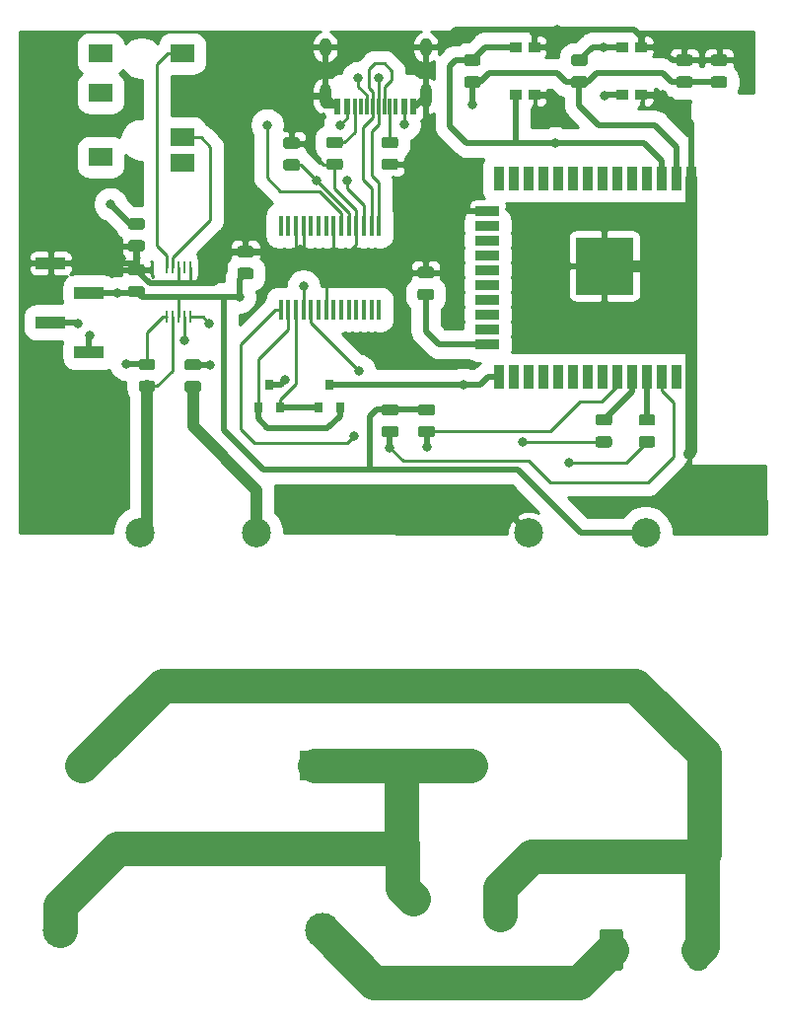
<source format=gbr>
G04 #@! TF.GenerationSoftware,KiCad,Pcbnew,(5.1.5)-3*
G04 #@! TF.CreationDate,2021-07-10T17:40:16+02:00*
G04 #@! TF.ProjectId,EnergyMonitor,456e6572-6779-44d6-9f6e-69746f722e6b,rev?*
G04 #@! TF.SameCoordinates,Original*
G04 #@! TF.FileFunction,Copper,L1,Top*
G04 #@! TF.FilePolarity,Positive*
%FSLAX46Y46*%
G04 Gerber Fmt 4.6, Leading zero omitted, Abs format (unit mm)*
G04 Created by KiCad (PCBNEW (5.1.5)-3) date 2021-07-10 17:40:16*
%MOMM*%
%LPD*%
G04 APERTURE LIST*
%ADD10C,0.100000*%
%ADD11C,2.500000*%
%ADD12R,2.500000X2.500000*%
%ADD13R,0.900000X2.000000*%
%ADD14R,2.000000X0.900000*%
%ADD15R,5.000000X5.000000*%
%ADD16R,1.000000X0.900000*%
%ADD17O,2.000000X3.600000*%
%ADD18R,2.510000X1.000000*%
%ADD19R,0.600000X1.450000*%
%ADD20R,0.300000X1.450000*%
%ADD21O,1.000000X2.100000*%
%ADD22O,1.000000X1.600000*%
%ADD23R,0.450000X1.750000*%
%ADD24C,1.800000*%
%ADD25R,0.800000X0.900000*%
%ADD26C,3.000000*%
%ADD27R,2.000000X1.500000*%
%ADD28R,0.250000X1.100000*%
%ADD29C,0.800000*%
%ADD30C,0.250000*%
%ADD31C,0.500000*%
%ADD32C,1.000000*%
%ADD33C,3.000000*%
%ADD34C,0.254000*%
G04 APERTURE END LIST*
G04 #@! TA.AperFunction,SMDPad,CuDef*
D10*
G36*
X166611382Y-73455374D02*
G01*
X166635043Y-73458884D01*
X166658247Y-73464696D01*
X166680769Y-73472754D01*
X166702393Y-73482982D01*
X166722910Y-73495279D01*
X166742123Y-73509529D01*
X166759847Y-73525593D01*
X166775911Y-73543317D01*
X166790161Y-73562530D01*
X166802458Y-73583047D01*
X166812686Y-73604671D01*
X166820744Y-73627193D01*
X166826556Y-73650397D01*
X166830066Y-73674058D01*
X166831240Y-73697950D01*
X166831240Y-74185450D01*
X166830066Y-74209342D01*
X166826556Y-74233003D01*
X166820744Y-74256207D01*
X166812686Y-74278729D01*
X166802458Y-74300353D01*
X166790161Y-74320870D01*
X166775911Y-74340083D01*
X166759847Y-74357807D01*
X166742123Y-74373871D01*
X166722910Y-74388121D01*
X166702393Y-74400418D01*
X166680769Y-74410646D01*
X166658247Y-74418704D01*
X166635043Y-74424516D01*
X166611382Y-74428026D01*
X166587490Y-74429200D01*
X165674990Y-74429200D01*
X165651098Y-74428026D01*
X165627437Y-74424516D01*
X165604233Y-74418704D01*
X165581711Y-74410646D01*
X165560087Y-74400418D01*
X165539570Y-74388121D01*
X165520357Y-74373871D01*
X165502633Y-74357807D01*
X165486569Y-74340083D01*
X165472319Y-74320870D01*
X165460022Y-74300353D01*
X165449794Y-74278729D01*
X165441736Y-74256207D01*
X165435924Y-74233003D01*
X165432414Y-74209342D01*
X165431240Y-74185450D01*
X165431240Y-73697950D01*
X165432414Y-73674058D01*
X165435924Y-73650397D01*
X165441736Y-73627193D01*
X165449794Y-73604671D01*
X165460022Y-73583047D01*
X165472319Y-73562530D01*
X165486569Y-73543317D01*
X165502633Y-73525593D01*
X165520357Y-73509529D01*
X165539570Y-73495279D01*
X165560087Y-73482982D01*
X165581711Y-73472754D01*
X165604233Y-73464696D01*
X165627437Y-73458884D01*
X165651098Y-73455374D01*
X165674990Y-73454200D01*
X166587490Y-73454200D01*
X166611382Y-73455374D01*
G37*
G04 #@! TD.AperFunction*
G04 #@! TA.AperFunction,SMDPad,CuDef*
G36*
X166611382Y-75330374D02*
G01*
X166635043Y-75333884D01*
X166658247Y-75339696D01*
X166680769Y-75347754D01*
X166702393Y-75357982D01*
X166722910Y-75370279D01*
X166742123Y-75384529D01*
X166759847Y-75400593D01*
X166775911Y-75418317D01*
X166790161Y-75437530D01*
X166802458Y-75458047D01*
X166812686Y-75479671D01*
X166820744Y-75502193D01*
X166826556Y-75525397D01*
X166830066Y-75549058D01*
X166831240Y-75572950D01*
X166831240Y-76060450D01*
X166830066Y-76084342D01*
X166826556Y-76108003D01*
X166820744Y-76131207D01*
X166812686Y-76153729D01*
X166802458Y-76175353D01*
X166790161Y-76195870D01*
X166775911Y-76215083D01*
X166759847Y-76232807D01*
X166742123Y-76248871D01*
X166722910Y-76263121D01*
X166702393Y-76275418D01*
X166680769Y-76285646D01*
X166658247Y-76293704D01*
X166635043Y-76299516D01*
X166611382Y-76303026D01*
X166587490Y-76304200D01*
X165674990Y-76304200D01*
X165651098Y-76303026D01*
X165627437Y-76299516D01*
X165604233Y-76293704D01*
X165581711Y-76285646D01*
X165560087Y-76275418D01*
X165539570Y-76263121D01*
X165520357Y-76248871D01*
X165502633Y-76232807D01*
X165486569Y-76215083D01*
X165472319Y-76195870D01*
X165460022Y-76175353D01*
X165449794Y-76153729D01*
X165441736Y-76131207D01*
X165435924Y-76108003D01*
X165432414Y-76084342D01*
X165431240Y-76060450D01*
X165431240Y-75572950D01*
X165432414Y-75549058D01*
X165435924Y-75525397D01*
X165441736Y-75502193D01*
X165449794Y-75479671D01*
X165460022Y-75458047D01*
X165472319Y-75437530D01*
X165486569Y-75418317D01*
X165502633Y-75400593D01*
X165520357Y-75384529D01*
X165539570Y-75370279D01*
X165560087Y-75357982D01*
X165581711Y-75347754D01*
X165604233Y-75339696D01*
X165627437Y-75333884D01*
X165651098Y-75330374D01*
X165674990Y-75329200D01*
X166587490Y-75329200D01*
X166611382Y-75330374D01*
G37*
G04 #@! TD.AperFunction*
G04 #@! TA.AperFunction,SMDPad,CuDef*
G36*
X162902982Y-73455374D02*
G01*
X162926643Y-73458884D01*
X162949847Y-73464696D01*
X162972369Y-73472754D01*
X162993993Y-73482982D01*
X163014510Y-73495279D01*
X163033723Y-73509529D01*
X163051447Y-73525593D01*
X163067511Y-73543317D01*
X163081761Y-73562530D01*
X163094058Y-73583047D01*
X163104286Y-73604671D01*
X163112344Y-73627193D01*
X163118156Y-73650397D01*
X163121666Y-73674058D01*
X163122840Y-73697950D01*
X163122840Y-74185450D01*
X163121666Y-74209342D01*
X163118156Y-74233003D01*
X163112344Y-74256207D01*
X163104286Y-74278729D01*
X163094058Y-74300353D01*
X163081761Y-74320870D01*
X163067511Y-74340083D01*
X163051447Y-74357807D01*
X163033723Y-74373871D01*
X163014510Y-74388121D01*
X162993993Y-74400418D01*
X162972369Y-74410646D01*
X162949847Y-74418704D01*
X162926643Y-74424516D01*
X162902982Y-74428026D01*
X162879090Y-74429200D01*
X161966590Y-74429200D01*
X161942698Y-74428026D01*
X161919037Y-74424516D01*
X161895833Y-74418704D01*
X161873311Y-74410646D01*
X161851687Y-74400418D01*
X161831170Y-74388121D01*
X161811957Y-74373871D01*
X161794233Y-74357807D01*
X161778169Y-74340083D01*
X161763919Y-74320870D01*
X161751622Y-74300353D01*
X161741394Y-74278729D01*
X161733336Y-74256207D01*
X161727524Y-74233003D01*
X161724014Y-74209342D01*
X161722840Y-74185450D01*
X161722840Y-73697950D01*
X161724014Y-73674058D01*
X161727524Y-73650397D01*
X161733336Y-73627193D01*
X161741394Y-73604671D01*
X161751622Y-73583047D01*
X161763919Y-73562530D01*
X161778169Y-73543317D01*
X161794233Y-73525593D01*
X161811957Y-73509529D01*
X161831170Y-73495279D01*
X161851687Y-73482982D01*
X161873311Y-73472754D01*
X161895833Y-73464696D01*
X161919037Y-73458884D01*
X161942698Y-73455374D01*
X161966590Y-73454200D01*
X162879090Y-73454200D01*
X162902982Y-73455374D01*
G37*
G04 #@! TD.AperFunction*
G04 #@! TA.AperFunction,SMDPad,CuDef*
G36*
X162902982Y-75330374D02*
G01*
X162926643Y-75333884D01*
X162949847Y-75339696D01*
X162972369Y-75347754D01*
X162993993Y-75357982D01*
X163014510Y-75370279D01*
X163033723Y-75384529D01*
X163051447Y-75400593D01*
X163067511Y-75418317D01*
X163081761Y-75437530D01*
X163094058Y-75458047D01*
X163104286Y-75479671D01*
X163112344Y-75502193D01*
X163118156Y-75525397D01*
X163121666Y-75549058D01*
X163122840Y-75572950D01*
X163122840Y-76060450D01*
X163121666Y-76084342D01*
X163118156Y-76108003D01*
X163112344Y-76131207D01*
X163104286Y-76153729D01*
X163094058Y-76175353D01*
X163081761Y-76195870D01*
X163067511Y-76215083D01*
X163051447Y-76232807D01*
X163033723Y-76248871D01*
X163014510Y-76263121D01*
X162993993Y-76275418D01*
X162972369Y-76285646D01*
X162949847Y-76293704D01*
X162926643Y-76299516D01*
X162902982Y-76303026D01*
X162879090Y-76304200D01*
X161966590Y-76304200D01*
X161942698Y-76303026D01*
X161919037Y-76299516D01*
X161895833Y-76293704D01*
X161873311Y-76285646D01*
X161851687Y-76275418D01*
X161831170Y-76263121D01*
X161811957Y-76248871D01*
X161794233Y-76232807D01*
X161778169Y-76215083D01*
X161763919Y-76195870D01*
X161751622Y-76175353D01*
X161741394Y-76153729D01*
X161733336Y-76131207D01*
X161727524Y-76108003D01*
X161724014Y-76084342D01*
X161722840Y-76060450D01*
X161722840Y-75572950D01*
X161724014Y-75549058D01*
X161727524Y-75525397D01*
X161733336Y-75502193D01*
X161741394Y-75479671D01*
X161751622Y-75458047D01*
X161763919Y-75437530D01*
X161778169Y-75418317D01*
X161794233Y-75400593D01*
X161811957Y-75384529D01*
X161831170Y-75370279D01*
X161851687Y-75357982D01*
X161873311Y-75347754D01*
X161895833Y-75339696D01*
X161919037Y-75333884D01*
X161942698Y-75330374D01*
X161966590Y-75329200D01*
X162879090Y-75329200D01*
X162902982Y-75330374D01*
G37*
G04 #@! TD.AperFunction*
D11*
X132600000Y-83632000D03*
X122600000Y-83632000D03*
D12*
X137600000Y-103632000D03*
D11*
X117600000Y-103632000D03*
D13*
X169961560Y-70222000D03*
X168691560Y-70222000D03*
X167421560Y-70222000D03*
X166151560Y-70222000D03*
X164881560Y-70222000D03*
X163611560Y-70222000D03*
X162341560Y-70222000D03*
X161071560Y-70222000D03*
X159801560Y-70222000D03*
X158531560Y-70222000D03*
X157261560Y-70222000D03*
X155991560Y-70222000D03*
X154721560Y-70222000D03*
X153451560Y-70222000D03*
D14*
X152451560Y-67437000D03*
X152451560Y-66167000D03*
X152451560Y-64897000D03*
X152451560Y-63627000D03*
X152451560Y-62357000D03*
X152451560Y-61087000D03*
X152451560Y-59817000D03*
X152451560Y-58547000D03*
X152451560Y-57277000D03*
X152451560Y-56007000D03*
D13*
X153451560Y-53222000D03*
X154721560Y-53222000D03*
X155991560Y-53222000D03*
X157261560Y-53222000D03*
X158531560Y-53222000D03*
X159801560Y-53222000D03*
X161071560Y-53222000D03*
X162341560Y-53222000D03*
X163611560Y-53222000D03*
X164881560Y-53222000D03*
X166151560Y-53222000D03*
X167421560Y-53222000D03*
X168691560Y-53222000D03*
X169961560Y-53222000D03*
D15*
X162461560Y-60722000D03*
D16*
X165630760Y-41950000D03*
X164030760Y-41950000D03*
X165630760Y-46050000D03*
X164030760Y-46050000D03*
D17*
X170552760Y-119425720D03*
G04 #@! TA.AperFunction,ComponentPad*
D10*
G36*
X163827264Y-117626924D02*
G01*
X163851533Y-117630524D01*
X163875331Y-117636485D01*
X163898431Y-117644750D01*
X163920609Y-117655240D01*
X163941653Y-117667853D01*
X163961358Y-117682467D01*
X163979537Y-117698943D01*
X163996013Y-117717122D01*
X164010627Y-117736827D01*
X164023240Y-117757871D01*
X164033730Y-117780049D01*
X164041995Y-117803149D01*
X164047956Y-117826947D01*
X164051556Y-117851216D01*
X164052760Y-117875720D01*
X164052760Y-120975720D01*
X164051556Y-121000224D01*
X164047956Y-121024493D01*
X164041995Y-121048291D01*
X164033730Y-121071391D01*
X164023240Y-121093569D01*
X164010627Y-121114613D01*
X163996013Y-121134318D01*
X163979537Y-121152497D01*
X163961358Y-121168973D01*
X163941653Y-121183587D01*
X163920609Y-121196200D01*
X163898431Y-121206690D01*
X163875331Y-121214955D01*
X163851533Y-121220916D01*
X163827264Y-121224516D01*
X163802760Y-121225720D01*
X162302760Y-121225720D01*
X162278256Y-121224516D01*
X162253987Y-121220916D01*
X162230189Y-121214955D01*
X162207089Y-121206690D01*
X162184911Y-121196200D01*
X162163867Y-121183587D01*
X162144162Y-121168973D01*
X162125983Y-121152497D01*
X162109507Y-121134318D01*
X162094893Y-121114613D01*
X162082280Y-121093569D01*
X162071790Y-121071391D01*
X162063525Y-121048291D01*
X162057564Y-121024493D01*
X162053964Y-121000224D01*
X162052760Y-120975720D01*
X162052760Y-117875720D01*
X162053964Y-117851216D01*
X162057564Y-117826947D01*
X162063525Y-117803149D01*
X162071790Y-117780049D01*
X162082280Y-117757871D01*
X162094893Y-117736827D01*
X162109507Y-117717122D01*
X162125983Y-117698943D01*
X162144162Y-117682467D01*
X162163867Y-117667853D01*
X162184911Y-117655240D01*
X162207089Y-117644750D01*
X162230189Y-117636485D01*
X162253987Y-117630524D01*
X162278256Y-117626924D01*
X162302760Y-117625720D01*
X163802760Y-117625720D01*
X163827264Y-117626924D01*
G37*
G04 #@! TD.AperFunction*
D16*
X156466440Y-41950000D03*
X154866440Y-41950000D03*
X156466440Y-46050000D03*
X154866440Y-46050000D03*
D11*
X166000000Y-83632000D03*
X156000000Y-83632000D03*
D12*
X171000000Y-103632000D03*
D11*
X151000000Y-103632000D03*
D18*
X118246080Y-68102480D03*
X118246080Y-63022480D03*
X114936080Y-65562480D03*
X114936080Y-60482480D03*
D19*
X139569120Y-47045000D03*
X140369120Y-47045000D03*
X145269120Y-47045000D03*
X146069120Y-47045000D03*
X146069120Y-47045000D03*
X145269120Y-47045000D03*
X140369120Y-47045000D03*
X139569120Y-47045000D03*
D20*
X144569120Y-47045000D03*
X144069120Y-47045000D03*
X143569120Y-47045000D03*
X142569120Y-47045000D03*
X142069120Y-47045000D03*
X141569120Y-47045000D03*
X141069120Y-47045000D03*
X143069120Y-47045000D03*
D21*
X138499120Y-46130000D03*
X147139120Y-46130000D03*
D22*
X147139120Y-41950000D03*
X138499120Y-41950000D03*
D23*
X134672360Y-57278720D03*
X135322360Y-57278720D03*
X135972360Y-57278720D03*
X136622360Y-57278720D03*
X137272360Y-57278720D03*
X137922360Y-57278720D03*
X138572360Y-57278720D03*
X139222360Y-57278720D03*
X139872360Y-57278720D03*
X140522360Y-57278720D03*
X141172360Y-57278720D03*
X141822360Y-57278720D03*
X142472360Y-57278720D03*
X143122360Y-57278720D03*
X143122360Y-64478720D03*
X142472360Y-64478720D03*
X141822360Y-64478720D03*
X141172360Y-64478720D03*
X140522360Y-64478720D03*
X139872360Y-64478720D03*
X139222360Y-64478720D03*
X138572360Y-64478720D03*
X137922360Y-64478720D03*
X137272360Y-64478720D03*
X136622360Y-64478720D03*
X135972360Y-64478720D03*
X135322360Y-64478720D03*
X134672360Y-64478720D03*
D24*
X153550000Y-116395960D03*
X146050000Y-114995960D03*
G04 #@! TA.AperFunction,SMDPad,CuDef*
D10*
G36*
X147683302Y-74451534D02*
G01*
X147706963Y-74455044D01*
X147730167Y-74460856D01*
X147752689Y-74468914D01*
X147774313Y-74479142D01*
X147794830Y-74491439D01*
X147814043Y-74505689D01*
X147831767Y-74521753D01*
X147847831Y-74539477D01*
X147862081Y-74558690D01*
X147874378Y-74579207D01*
X147884606Y-74600831D01*
X147892664Y-74623353D01*
X147898476Y-74646557D01*
X147901986Y-74670218D01*
X147903160Y-74694110D01*
X147903160Y-75181610D01*
X147901986Y-75205502D01*
X147898476Y-75229163D01*
X147892664Y-75252367D01*
X147884606Y-75274889D01*
X147874378Y-75296513D01*
X147862081Y-75317030D01*
X147847831Y-75336243D01*
X147831767Y-75353967D01*
X147814043Y-75370031D01*
X147794830Y-75384281D01*
X147774313Y-75396578D01*
X147752689Y-75406806D01*
X147730167Y-75414864D01*
X147706963Y-75420676D01*
X147683302Y-75424186D01*
X147659410Y-75425360D01*
X146746910Y-75425360D01*
X146723018Y-75424186D01*
X146699357Y-75420676D01*
X146676153Y-75414864D01*
X146653631Y-75406806D01*
X146632007Y-75396578D01*
X146611490Y-75384281D01*
X146592277Y-75370031D01*
X146574553Y-75353967D01*
X146558489Y-75336243D01*
X146544239Y-75317030D01*
X146531942Y-75296513D01*
X146521714Y-75274889D01*
X146513656Y-75252367D01*
X146507844Y-75229163D01*
X146504334Y-75205502D01*
X146503160Y-75181610D01*
X146503160Y-74694110D01*
X146504334Y-74670218D01*
X146507844Y-74646557D01*
X146513656Y-74623353D01*
X146521714Y-74600831D01*
X146531942Y-74579207D01*
X146544239Y-74558690D01*
X146558489Y-74539477D01*
X146574553Y-74521753D01*
X146592277Y-74505689D01*
X146611490Y-74491439D01*
X146632007Y-74479142D01*
X146653631Y-74468914D01*
X146676153Y-74460856D01*
X146699357Y-74455044D01*
X146723018Y-74451534D01*
X146746910Y-74450360D01*
X147659410Y-74450360D01*
X147683302Y-74451534D01*
G37*
G04 #@! TD.AperFunction*
G04 #@! TA.AperFunction,SMDPad,CuDef*
G36*
X147683302Y-72576534D02*
G01*
X147706963Y-72580044D01*
X147730167Y-72585856D01*
X147752689Y-72593914D01*
X147774313Y-72604142D01*
X147794830Y-72616439D01*
X147814043Y-72630689D01*
X147831767Y-72646753D01*
X147847831Y-72664477D01*
X147862081Y-72683690D01*
X147874378Y-72704207D01*
X147884606Y-72725831D01*
X147892664Y-72748353D01*
X147898476Y-72771557D01*
X147901986Y-72795218D01*
X147903160Y-72819110D01*
X147903160Y-73306610D01*
X147901986Y-73330502D01*
X147898476Y-73354163D01*
X147892664Y-73377367D01*
X147884606Y-73399889D01*
X147874378Y-73421513D01*
X147862081Y-73442030D01*
X147847831Y-73461243D01*
X147831767Y-73478967D01*
X147814043Y-73495031D01*
X147794830Y-73509281D01*
X147774313Y-73521578D01*
X147752689Y-73531806D01*
X147730167Y-73539864D01*
X147706963Y-73545676D01*
X147683302Y-73549186D01*
X147659410Y-73550360D01*
X146746910Y-73550360D01*
X146723018Y-73549186D01*
X146699357Y-73545676D01*
X146676153Y-73539864D01*
X146653631Y-73531806D01*
X146632007Y-73521578D01*
X146611490Y-73509281D01*
X146592277Y-73495031D01*
X146574553Y-73478967D01*
X146558489Y-73461243D01*
X146544239Y-73442030D01*
X146531942Y-73421513D01*
X146521714Y-73399889D01*
X146513656Y-73377367D01*
X146507844Y-73354163D01*
X146504334Y-73330502D01*
X146503160Y-73306610D01*
X146503160Y-72819110D01*
X146504334Y-72795218D01*
X146507844Y-72771557D01*
X146513656Y-72748353D01*
X146521714Y-72725831D01*
X146531942Y-72704207D01*
X146544239Y-72683690D01*
X146558489Y-72664477D01*
X146574553Y-72646753D01*
X146592277Y-72630689D01*
X146611490Y-72616439D01*
X146632007Y-72604142D01*
X146653631Y-72593914D01*
X146676153Y-72585856D01*
X146699357Y-72580044D01*
X146723018Y-72576534D01*
X146746910Y-72575360D01*
X147659410Y-72575360D01*
X147683302Y-72576534D01*
G37*
G04 #@! TD.AperFunction*
G04 #@! TA.AperFunction,SMDPad,CuDef*
G36*
X144548942Y-74451534D02*
G01*
X144572603Y-74455044D01*
X144595807Y-74460856D01*
X144618329Y-74468914D01*
X144639953Y-74479142D01*
X144660470Y-74491439D01*
X144679683Y-74505689D01*
X144697407Y-74521753D01*
X144713471Y-74539477D01*
X144727721Y-74558690D01*
X144740018Y-74579207D01*
X144750246Y-74600831D01*
X144758304Y-74623353D01*
X144764116Y-74646557D01*
X144767626Y-74670218D01*
X144768800Y-74694110D01*
X144768800Y-75181610D01*
X144767626Y-75205502D01*
X144764116Y-75229163D01*
X144758304Y-75252367D01*
X144750246Y-75274889D01*
X144740018Y-75296513D01*
X144727721Y-75317030D01*
X144713471Y-75336243D01*
X144697407Y-75353967D01*
X144679683Y-75370031D01*
X144660470Y-75384281D01*
X144639953Y-75396578D01*
X144618329Y-75406806D01*
X144595807Y-75414864D01*
X144572603Y-75420676D01*
X144548942Y-75424186D01*
X144525050Y-75425360D01*
X143612550Y-75425360D01*
X143588658Y-75424186D01*
X143564997Y-75420676D01*
X143541793Y-75414864D01*
X143519271Y-75406806D01*
X143497647Y-75396578D01*
X143477130Y-75384281D01*
X143457917Y-75370031D01*
X143440193Y-75353967D01*
X143424129Y-75336243D01*
X143409879Y-75317030D01*
X143397582Y-75296513D01*
X143387354Y-75274889D01*
X143379296Y-75252367D01*
X143373484Y-75229163D01*
X143369974Y-75205502D01*
X143368800Y-75181610D01*
X143368800Y-74694110D01*
X143369974Y-74670218D01*
X143373484Y-74646557D01*
X143379296Y-74623353D01*
X143387354Y-74600831D01*
X143397582Y-74579207D01*
X143409879Y-74558690D01*
X143424129Y-74539477D01*
X143440193Y-74521753D01*
X143457917Y-74505689D01*
X143477130Y-74491439D01*
X143497647Y-74479142D01*
X143519271Y-74468914D01*
X143541793Y-74460856D01*
X143564997Y-74455044D01*
X143588658Y-74451534D01*
X143612550Y-74450360D01*
X144525050Y-74450360D01*
X144548942Y-74451534D01*
G37*
G04 #@! TD.AperFunction*
G04 #@! TA.AperFunction,SMDPad,CuDef*
G36*
X144548942Y-72576534D02*
G01*
X144572603Y-72580044D01*
X144595807Y-72585856D01*
X144618329Y-72593914D01*
X144639953Y-72604142D01*
X144660470Y-72616439D01*
X144679683Y-72630689D01*
X144697407Y-72646753D01*
X144713471Y-72664477D01*
X144727721Y-72683690D01*
X144740018Y-72704207D01*
X144750246Y-72725831D01*
X144758304Y-72748353D01*
X144764116Y-72771557D01*
X144767626Y-72795218D01*
X144768800Y-72819110D01*
X144768800Y-73306610D01*
X144767626Y-73330502D01*
X144764116Y-73354163D01*
X144758304Y-73377367D01*
X144750246Y-73399889D01*
X144740018Y-73421513D01*
X144727721Y-73442030D01*
X144713471Y-73461243D01*
X144697407Y-73478967D01*
X144679683Y-73495031D01*
X144660470Y-73509281D01*
X144639953Y-73521578D01*
X144618329Y-73531806D01*
X144595807Y-73539864D01*
X144572603Y-73545676D01*
X144548942Y-73549186D01*
X144525050Y-73550360D01*
X143612550Y-73550360D01*
X143588658Y-73549186D01*
X143564997Y-73545676D01*
X143541793Y-73539864D01*
X143519271Y-73531806D01*
X143497647Y-73521578D01*
X143477130Y-73509281D01*
X143457917Y-73495031D01*
X143440193Y-73478967D01*
X143424129Y-73461243D01*
X143409879Y-73442030D01*
X143397582Y-73421513D01*
X143387354Y-73399889D01*
X143379296Y-73377367D01*
X143373484Y-73354163D01*
X143369974Y-73330502D01*
X143368800Y-73306610D01*
X143368800Y-72819110D01*
X143369974Y-72795218D01*
X143373484Y-72771557D01*
X143379296Y-72748353D01*
X143387354Y-72725831D01*
X143397582Y-72704207D01*
X143409879Y-72683690D01*
X143424129Y-72664477D01*
X143440193Y-72646753D01*
X143457917Y-72630689D01*
X143477130Y-72616439D01*
X143497647Y-72604142D01*
X143519271Y-72593914D01*
X143541793Y-72585856D01*
X143564997Y-72580044D01*
X143588658Y-72576534D01*
X143612550Y-72575360D01*
X144525050Y-72575360D01*
X144548942Y-72576534D01*
G37*
G04 #@! TD.AperFunction*
G04 #@! TA.AperFunction,SMDPad,CuDef*
G36*
X151615222Y-42576174D02*
G01*
X151638883Y-42579684D01*
X151662087Y-42585496D01*
X151684609Y-42593554D01*
X151706233Y-42603782D01*
X151726750Y-42616079D01*
X151745963Y-42630329D01*
X151763687Y-42646393D01*
X151779751Y-42664117D01*
X151794001Y-42683330D01*
X151806298Y-42703847D01*
X151816526Y-42725471D01*
X151824584Y-42747993D01*
X151830396Y-42771197D01*
X151833906Y-42794858D01*
X151835080Y-42818750D01*
X151835080Y-43306250D01*
X151833906Y-43330142D01*
X151830396Y-43353803D01*
X151824584Y-43377007D01*
X151816526Y-43399529D01*
X151806298Y-43421153D01*
X151794001Y-43441670D01*
X151779751Y-43460883D01*
X151763687Y-43478607D01*
X151745963Y-43494671D01*
X151726750Y-43508921D01*
X151706233Y-43521218D01*
X151684609Y-43531446D01*
X151662087Y-43539504D01*
X151638883Y-43545316D01*
X151615222Y-43548826D01*
X151591330Y-43550000D01*
X150678830Y-43550000D01*
X150654938Y-43548826D01*
X150631277Y-43545316D01*
X150608073Y-43539504D01*
X150585551Y-43531446D01*
X150563927Y-43521218D01*
X150543410Y-43508921D01*
X150524197Y-43494671D01*
X150506473Y-43478607D01*
X150490409Y-43460883D01*
X150476159Y-43441670D01*
X150463862Y-43421153D01*
X150453634Y-43399529D01*
X150445576Y-43377007D01*
X150439764Y-43353803D01*
X150436254Y-43330142D01*
X150435080Y-43306250D01*
X150435080Y-42818750D01*
X150436254Y-42794858D01*
X150439764Y-42771197D01*
X150445576Y-42747993D01*
X150453634Y-42725471D01*
X150463862Y-42703847D01*
X150476159Y-42683330D01*
X150490409Y-42664117D01*
X150506473Y-42646393D01*
X150524197Y-42630329D01*
X150543410Y-42616079D01*
X150563927Y-42603782D01*
X150585551Y-42593554D01*
X150608073Y-42585496D01*
X150631277Y-42579684D01*
X150654938Y-42576174D01*
X150678830Y-42575000D01*
X151591330Y-42575000D01*
X151615222Y-42576174D01*
G37*
G04 #@! TD.AperFunction*
G04 #@! TA.AperFunction,SMDPad,CuDef*
G36*
X151615222Y-44451174D02*
G01*
X151638883Y-44454684D01*
X151662087Y-44460496D01*
X151684609Y-44468554D01*
X151706233Y-44478782D01*
X151726750Y-44491079D01*
X151745963Y-44505329D01*
X151763687Y-44521393D01*
X151779751Y-44539117D01*
X151794001Y-44558330D01*
X151806298Y-44578847D01*
X151816526Y-44600471D01*
X151824584Y-44622993D01*
X151830396Y-44646197D01*
X151833906Y-44669858D01*
X151835080Y-44693750D01*
X151835080Y-45181250D01*
X151833906Y-45205142D01*
X151830396Y-45228803D01*
X151824584Y-45252007D01*
X151816526Y-45274529D01*
X151806298Y-45296153D01*
X151794001Y-45316670D01*
X151779751Y-45335883D01*
X151763687Y-45353607D01*
X151745963Y-45369671D01*
X151726750Y-45383921D01*
X151706233Y-45396218D01*
X151684609Y-45406446D01*
X151662087Y-45414504D01*
X151638883Y-45420316D01*
X151615222Y-45423826D01*
X151591330Y-45425000D01*
X150678830Y-45425000D01*
X150654938Y-45423826D01*
X150631277Y-45420316D01*
X150608073Y-45414504D01*
X150585551Y-45406446D01*
X150563927Y-45396218D01*
X150543410Y-45383921D01*
X150524197Y-45369671D01*
X150506473Y-45353607D01*
X150490409Y-45335883D01*
X150476159Y-45316670D01*
X150463862Y-45296153D01*
X150453634Y-45274529D01*
X150445576Y-45252007D01*
X150439764Y-45228803D01*
X150436254Y-45205142D01*
X150435080Y-45181250D01*
X150435080Y-44693750D01*
X150436254Y-44669858D01*
X150439764Y-44646197D01*
X150445576Y-44622993D01*
X150453634Y-44600471D01*
X150463862Y-44578847D01*
X150476159Y-44558330D01*
X150490409Y-44539117D01*
X150506473Y-44521393D01*
X150524197Y-44505329D01*
X150543410Y-44491079D01*
X150563927Y-44478782D01*
X150585551Y-44468554D01*
X150608073Y-44460496D01*
X150631277Y-44454684D01*
X150654938Y-44451174D01*
X150678830Y-44450000D01*
X151591330Y-44450000D01*
X151615222Y-44451174D01*
G37*
G04 #@! TD.AperFunction*
G04 #@! TA.AperFunction,SMDPad,CuDef*
G36*
X160794782Y-42576174D02*
G01*
X160818443Y-42579684D01*
X160841647Y-42585496D01*
X160864169Y-42593554D01*
X160885793Y-42603782D01*
X160906310Y-42616079D01*
X160925523Y-42630329D01*
X160943247Y-42646393D01*
X160959311Y-42664117D01*
X160973561Y-42683330D01*
X160985858Y-42703847D01*
X160996086Y-42725471D01*
X161004144Y-42747993D01*
X161009956Y-42771197D01*
X161013466Y-42794858D01*
X161014640Y-42818750D01*
X161014640Y-43306250D01*
X161013466Y-43330142D01*
X161009956Y-43353803D01*
X161004144Y-43377007D01*
X160996086Y-43399529D01*
X160985858Y-43421153D01*
X160973561Y-43441670D01*
X160959311Y-43460883D01*
X160943247Y-43478607D01*
X160925523Y-43494671D01*
X160906310Y-43508921D01*
X160885793Y-43521218D01*
X160864169Y-43531446D01*
X160841647Y-43539504D01*
X160818443Y-43545316D01*
X160794782Y-43548826D01*
X160770890Y-43550000D01*
X159858390Y-43550000D01*
X159834498Y-43548826D01*
X159810837Y-43545316D01*
X159787633Y-43539504D01*
X159765111Y-43531446D01*
X159743487Y-43521218D01*
X159722970Y-43508921D01*
X159703757Y-43494671D01*
X159686033Y-43478607D01*
X159669969Y-43460883D01*
X159655719Y-43441670D01*
X159643422Y-43421153D01*
X159633194Y-43399529D01*
X159625136Y-43377007D01*
X159619324Y-43353803D01*
X159615814Y-43330142D01*
X159614640Y-43306250D01*
X159614640Y-42818750D01*
X159615814Y-42794858D01*
X159619324Y-42771197D01*
X159625136Y-42747993D01*
X159633194Y-42725471D01*
X159643422Y-42703847D01*
X159655719Y-42683330D01*
X159669969Y-42664117D01*
X159686033Y-42646393D01*
X159703757Y-42630329D01*
X159722970Y-42616079D01*
X159743487Y-42603782D01*
X159765111Y-42593554D01*
X159787633Y-42585496D01*
X159810837Y-42579684D01*
X159834498Y-42576174D01*
X159858390Y-42575000D01*
X160770890Y-42575000D01*
X160794782Y-42576174D01*
G37*
G04 #@! TD.AperFunction*
G04 #@! TA.AperFunction,SMDPad,CuDef*
G36*
X160794782Y-44451174D02*
G01*
X160818443Y-44454684D01*
X160841647Y-44460496D01*
X160864169Y-44468554D01*
X160885793Y-44478782D01*
X160906310Y-44491079D01*
X160925523Y-44505329D01*
X160943247Y-44521393D01*
X160959311Y-44539117D01*
X160973561Y-44558330D01*
X160985858Y-44578847D01*
X160996086Y-44600471D01*
X161004144Y-44622993D01*
X161009956Y-44646197D01*
X161013466Y-44669858D01*
X161014640Y-44693750D01*
X161014640Y-45181250D01*
X161013466Y-45205142D01*
X161009956Y-45228803D01*
X161004144Y-45252007D01*
X160996086Y-45274529D01*
X160985858Y-45296153D01*
X160973561Y-45316670D01*
X160959311Y-45335883D01*
X160943247Y-45353607D01*
X160925523Y-45369671D01*
X160906310Y-45383921D01*
X160885793Y-45396218D01*
X160864169Y-45406446D01*
X160841647Y-45414504D01*
X160818443Y-45420316D01*
X160794782Y-45423826D01*
X160770890Y-45425000D01*
X159858390Y-45425000D01*
X159834498Y-45423826D01*
X159810837Y-45420316D01*
X159787633Y-45414504D01*
X159765111Y-45406446D01*
X159743487Y-45396218D01*
X159722970Y-45383921D01*
X159703757Y-45369671D01*
X159686033Y-45353607D01*
X159669969Y-45335883D01*
X159655719Y-45316670D01*
X159643422Y-45296153D01*
X159633194Y-45274529D01*
X159625136Y-45252007D01*
X159619324Y-45228803D01*
X159615814Y-45205142D01*
X159614640Y-45181250D01*
X159614640Y-44693750D01*
X159615814Y-44669858D01*
X159619324Y-44646197D01*
X159625136Y-44622993D01*
X159633194Y-44600471D01*
X159643422Y-44578847D01*
X159655719Y-44558330D01*
X159669969Y-44539117D01*
X159686033Y-44521393D01*
X159703757Y-44505329D01*
X159722970Y-44491079D01*
X159743487Y-44478782D01*
X159765111Y-44468554D01*
X159787633Y-44460496D01*
X159810837Y-44454684D01*
X159834498Y-44451174D01*
X159858390Y-44450000D01*
X160770890Y-44450000D01*
X160794782Y-44451174D01*
G37*
G04 #@! TD.AperFunction*
G04 #@! TA.AperFunction,SMDPad,CuDef*
G36*
X144543862Y-51515334D02*
G01*
X144567523Y-51518844D01*
X144590727Y-51524656D01*
X144613249Y-51532714D01*
X144634873Y-51542942D01*
X144655390Y-51555239D01*
X144674603Y-51569489D01*
X144692327Y-51585553D01*
X144708391Y-51603277D01*
X144722641Y-51622490D01*
X144734938Y-51643007D01*
X144745166Y-51664631D01*
X144753224Y-51687153D01*
X144759036Y-51710357D01*
X144762546Y-51734018D01*
X144763720Y-51757910D01*
X144763720Y-52245410D01*
X144762546Y-52269302D01*
X144759036Y-52292963D01*
X144753224Y-52316167D01*
X144745166Y-52338689D01*
X144734938Y-52360313D01*
X144722641Y-52380830D01*
X144708391Y-52400043D01*
X144692327Y-52417767D01*
X144674603Y-52433831D01*
X144655390Y-52448081D01*
X144634873Y-52460378D01*
X144613249Y-52470606D01*
X144590727Y-52478664D01*
X144567523Y-52484476D01*
X144543862Y-52487986D01*
X144519970Y-52489160D01*
X143607470Y-52489160D01*
X143583578Y-52487986D01*
X143559917Y-52484476D01*
X143536713Y-52478664D01*
X143514191Y-52470606D01*
X143492567Y-52460378D01*
X143472050Y-52448081D01*
X143452837Y-52433831D01*
X143435113Y-52417767D01*
X143419049Y-52400043D01*
X143404799Y-52380830D01*
X143392502Y-52360313D01*
X143382274Y-52338689D01*
X143374216Y-52316167D01*
X143368404Y-52292963D01*
X143364894Y-52269302D01*
X143363720Y-52245410D01*
X143363720Y-51757910D01*
X143364894Y-51734018D01*
X143368404Y-51710357D01*
X143374216Y-51687153D01*
X143382274Y-51664631D01*
X143392502Y-51643007D01*
X143404799Y-51622490D01*
X143419049Y-51603277D01*
X143435113Y-51585553D01*
X143452837Y-51569489D01*
X143472050Y-51555239D01*
X143492567Y-51542942D01*
X143514191Y-51532714D01*
X143536713Y-51524656D01*
X143559917Y-51518844D01*
X143583578Y-51515334D01*
X143607470Y-51514160D01*
X144519970Y-51514160D01*
X144543862Y-51515334D01*
G37*
G04 #@! TD.AperFunction*
G04 #@! TA.AperFunction,SMDPad,CuDef*
G36*
X144543862Y-49640334D02*
G01*
X144567523Y-49643844D01*
X144590727Y-49649656D01*
X144613249Y-49657714D01*
X144634873Y-49667942D01*
X144655390Y-49680239D01*
X144674603Y-49694489D01*
X144692327Y-49710553D01*
X144708391Y-49728277D01*
X144722641Y-49747490D01*
X144734938Y-49768007D01*
X144745166Y-49789631D01*
X144753224Y-49812153D01*
X144759036Y-49835357D01*
X144762546Y-49859018D01*
X144763720Y-49882910D01*
X144763720Y-50370410D01*
X144762546Y-50394302D01*
X144759036Y-50417963D01*
X144753224Y-50441167D01*
X144745166Y-50463689D01*
X144734938Y-50485313D01*
X144722641Y-50505830D01*
X144708391Y-50525043D01*
X144692327Y-50542767D01*
X144674603Y-50558831D01*
X144655390Y-50573081D01*
X144634873Y-50585378D01*
X144613249Y-50595606D01*
X144590727Y-50603664D01*
X144567523Y-50609476D01*
X144543862Y-50612986D01*
X144519970Y-50614160D01*
X143607470Y-50614160D01*
X143583578Y-50612986D01*
X143559917Y-50609476D01*
X143536713Y-50603664D01*
X143514191Y-50595606D01*
X143492567Y-50585378D01*
X143472050Y-50573081D01*
X143452837Y-50558831D01*
X143435113Y-50542767D01*
X143419049Y-50525043D01*
X143404799Y-50505830D01*
X143392502Y-50485313D01*
X143382274Y-50463689D01*
X143374216Y-50441167D01*
X143368404Y-50417963D01*
X143364894Y-50394302D01*
X143363720Y-50370410D01*
X143363720Y-49882910D01*
X143364894Y-49859018D01*
X143368404Y-49835357D01*
X143374216Y-49812153D01*
X143382274Y-49789631D01*
X143392502Y-49768007D01*
X143404799Y-49747490D01*
X143419049Y-49728277D01*
X143435113Y-49710553D01*
X143452837Y-49694489D01*
X143472050Y-49680239D01*
X143492567Y-49667942D01*
X143514191Y-49657714D01*
X143536713Y-49649656D01*
X143559917Y-49643844D01*
X143583578Y-49640334D01*
X143607470Y-49639160D01*
X144519970Y-49639160D01*
X144543862Y-49640334D01*
G37*
G04 #@! TD.AperFunction*
G04 #@! TA.AperFunction,SMDPad,CuDef*
G36*
X139794062Y-51517214D02*
G01*
X139817723Y-51520724D01*
X139840927Y-51526536D01*
X139863449Y-51534594D01*
X139885073Y-51544822D01*
X139905590Y-51557119D01*
X139924803Y-51571369D01*
X139942527Y-51587433D01*
X139958591Y-51605157D01*
X139972841Y-51624370D01*
X139985138Y-51644887D01*
X139995366Y-51666511D01*
X140003424Y-51689033D01*
X140009236Y-51712237D01*
X140012746Y-51735898D01*
X140013920Y-51759790D01*
X140013920Y-52247290D01*
X140012746Y-52271182D01*
X140009236Y-52294843D01*
X140003424Y-52318047D01*
X139995366Y-52340569D01*
X139985138Y-52362193D01*
X139972841Y-52382710D01*
X139958591Y-52401923D01*
X139942527Y-52419647D01*
X139924803Y-52435711D01*
X139905590Y-52449961D01*
X139885073Y-52462258D01*
X139863449Y-52472486D01*
X139840927Y-52480544D01*
X139817723Y-52486356D01*
X139794062Y-52489866D01*
X139770170Y-52491040D01*
X138857670Y-52491040D01*
X138833778Y-52489866D01*
X138810117Y-52486356D01*
X138786913Y-52480544D01*
X138764391Y-52472486D01*
X138742767Y-52462258D01*
X138722250Y-52449961D01*
X138703037Y-52435711D01*
X138685313Y-52419647D01*
X138669249Y-52401923D01*
X138654999Y-52382710D01*
X138642702Y-52362193D01*
X138632474Y-52340569D01*
X138624416Y-52318047D01*
X138618604Y-52294843D01*
X138615094Y-52271182D01*
X138613920Y-52247290D01*
X138613920Y-51759790D01*
X138615094Y-51735898D01*
X138618604Y-51712237D01*
X138624416Y-51689033D01*
X138632474Y-51666511D01*
X138642702Y-51644887D01*
X138654999Y-51624370D01*
X138669249Y-51605157D01*
X138685313Y-51587433D01*
X138703037Y-51571369D01*
X138722250Y-51557119D01*
X138742767Y-51544822D01*
X138764391Y-51534594D01*
X138786913Y-51526536D01*
X138810117Y-51520724D01*
X138833778Y-51517214D01*
X138857670Y-51516040D01*
X139770170Y-51516040D01*
X139794062Y-51517214D01*
G37*
G04 #@! TD.AperFunction*
G04 #@! TA.AperFunction,SMDPad,CuDef*
G36*
X139794062Y-49642214D02*
G01*
X139817723Y-49645724D01*
X139840927Y-49651536D01*
X139863449Y-49659594D01*
X139885073Y-49669822D01*
X139905590Y-49682119D01*
X139924803Y-49696369D01*
X139942527Y-49712433D01*
X139958591Y-49730157D01*
X139972841Y-49749370D01*
X139985138Y-49769887D01*
X139995366Y-49791511D01*
X140003424Y-49814033D01*
X140009236Y-49837237D01*
X140012746Y-49860898D01*
X140013920Y-49884790D01*
X140013920Y-50372290D01*
X140012746Y-50396182D01*
X140009236Y-50419843D01*
X140003424Y-50443047D01*
X139995366Y-50465569D01*
X139985138Y-50487193D01*
X139972841Y-50507710D01*
X139958591Y-50526923D01*
X139942527Y-50544647D01*
X139924803Y-50560711D01*
X139905590Y-50574961D01*
X139885073Y-50587258D01*
X139863449Y-50597486D01*
X139840927Y-50605544D01*
X139817723Y-50611356D01*
X139794062Y-50614866D01*
X139770170Y-50616040D01*
X138857670Y-50616040D01*
X138833778Y-50614866D01*
X138810117Y-50611356D01*
X138786913Y-50605544D01*
X138764391Y-50597486D01*
X138742767Y-50587258D01*
X138722250Y-50574961D01*
X138703037Y-50560711D01*
X138685313Y-50544647D01*
X138669249Y-50526923D01*
X138654999Y-50507710D01*
X138642702Y-50487193D01*
X138632474Y-50465569D01*
X138624416Y-50443047D01*
X138618604Y-50419843D01*
X138615094Y-50396182D01*
X138613920Y-50372290D01*
X138613920Y-49884790D01*
X138615094Y-49860898D01*
X138618604Y-49837237D01*
X138624416Y-49814033D01*
X138632474Y-49791511D01*
X138642702Y-49769887D01*
X138654999Y-49749370D01*
X138669249Y-49730157D01*
X138685313Y-49712433D01*
X138703037Y-49696369D01*
X138722250Y-49682119D01*
X138742767Y-49669822D01*
X138764391Y-49659594D01*
X138786913Y-49651536D01*
X138810117Y-49645724D01*
X138833778Y-49642214D01*
X138857670Y-49641040D01*
X139770170Y-49641040D01*
X139794062Y-49642214D01*
G37*
G04 #@! TD.AperFunction*
D25*
X138846560Y-70892160D03*
X139796560Y-72892160D03*
X137896560Y-72892160D03*
X133710680Y-70892160D03*
X134660680Y-72892160D03*
X132760680Y-72892160D03*
D26*
X115731880Y-117739160D03*
X138231880Y-117739160D03*
G04 #@! TA.AperFunction,SMDPad,CuDef*
D10*
G36*
X136090742Y-49696214D02*
G01*
X136114403Y-49699724D01*
X136137607Y-49705536D01*
X136160129Y-49713594D01*
X136181753Y-49723822D01*
X136202270Y-49736119D01*
X136221483Y-49750369D01*
X136239207Y-49766433D01*
X136255271Y-49784157D01*
X136269521Y-49803370D01*
X136281818Y-49823887D01*
X136292046Y-49845511D01*
X136300104Y-49868033D01*
X136305916Y-49891237D01*
X136309426Y-49914898D01*
X136310600Y-49938790D01*
X136310600Y-50426290D01*
X136309426Y-50450182D01*
X136305916Y-50473843D01*
X136300104Y-50497047D01*
X136292046Y-50519569D01*
X136281818Y-50541193D01*
X136269521Y-50561710D01*
X136255271Y-50580923D01*
X136239207Y-50598647D01*
X136221483Y-50614711D01*
X136202270Y-50628961D01*
X136181753Y-50641258D01*
X136160129Y-50651486D01*
X136137607Y-50659544D01*
X136114403Y-50665356D01*
X136090742Y-50668866D01*
X136066850Y-50670040D01*
X135154350Y-50670040D01*
X135130458Y-50668866D01*
X135106797Y-50665356D01*
X135083593Y-50659544D01*
X135061071Y-50651486D01*
X135039447Y-50641258D01*
X135018930Y-50628961D01*
X134999717Y-50614711D01*
X134981993Y-50598647D01*
X134965929Y-50580923D01*
X134951679Y-50561710D01*
X134939382Y-50541193D01*
X134929154Y-50519569D01*
X134921096Y-50497047D01*
X134915284Y-50473843D01*
X134911774Y-50450182D01*
X134910600Y-50426290D01*
X134910600Y-49938790D01*
X134911774Y-49914898D01*
X134915284Y-49891237D01*
X134921096Y-49868033D01*
X134929154Y-49845511D01*
X134939382Y-49823887D01*
X134951679Y-49803370D01*
X134965929Y-49784157D01*
X134981993Y-49766433D01*
X134999717Y-49750369D01*
X135018930Y-49736119D01*
X135039447Y-49723822D01*
X135061071Y-49713594D01*
X135083593Y-49705536D01*
X135106797Y-49699724D01*
X135130458Y-49696214D01*
X135154350Y-49695040D01*
X136066850Y-49695040D01*
X136090742Y-49696214D01*
G37*
G04 #@! TD.AperFunction*
G04 #@! TA.AperFunction,SMDPad,CuDef*
G36*
X136090742Y-51571214D02*
G01*
X136114403Y-51574724D01*
X136137607Y-51580536D01*
X136160129Y-51588594D01*
X136181753Y-51598822D01*
X136202270Y-51611119D01*
X136221483Y-51625369D01*
X136239207Y-51641433D01*
X136255271Y-51659157D01*
X136269521Y-51678370D01*
X136281818Y-51698887D01*
X136292046Y-51720511D01*
X136300104Y-51743033D01*
X136305916Y-51766237D01*
X136309426Y-51789898D01*
X136310600Y-51813790D01*
X136310600Y-52301290D01*
X136309426Y-52325182D01*
X136305916Y-52348843D01*
X136300104Y-52372047D01*
X136292046Y-52394569D01*
X136281818Y-52416193D01*
X136269521Y-52436710D01*
X136255271Y-52455923D01*
X136239207Y-52473647D01*
X136221483Y-52489711D01*
X136202270Y-52503961D01*
X136181753Y-52516258D01*
X136160129Y-52526486D01*
X136137607Y-52534544D01*
X136114403Y-52540356D01*
X136090742Y-52543866D01*
X136066850Y-52545040D01*
X135154350Y-52545040D01*
X135130458Y-52543866D01*
X135106797Y-52540356D01*
X135083593Y-52534544D01*
X135061071Y-52526486D01*
X135039447Y-52516258D01*
X135018930Y-52503961D01*
X134999717Y-52489711D01*
X134981993Y-52473647D01*
X134965929Y-52455923D01*
X134951679Y-52436710D01*
X134939382Y-52416193D01*
X134929154Y-52394569D01*
X134921096Y-52372047D01*
X134915284Y-52348843D01*
X134911774Y-52325182D01*
X134910600Y-52301290D01*
X134910600Y-51813790D01*
X134911774Y-51789898D01*
X134915284Y-51766237D01*
X134921096Y-51743033D01*
X134929154Y-51720511D01*
X134939382Y-51698887D01*
X134951679Y-51678370D01*
X134965929Y-51659157D01*
X134981993Y-51641433D01*
X134999717Y-51625369D01*
X135018930Y-51611119D01*
X135039447Y-51598822D01*
X135061071Y-51588594D01*
X135083593Y-51580536D01*
X135106797Y-51574724D01*
X135130458Y-51571214D01*
X135154350Y-51570040D01*
X136066850Y-51570040D01*
X136090742Y-51571214D01*
G37*
G04 #@! TD.AperFunction*
D27*
X126227720Y-42498280D03*
X126227720Y-49698280D03*
X126227720Y-51898280D03*
X119227720Y-42498280D03*
X119227720Y-45898280D03*
X119227720Y-51398280D03*
D28*
X126907800Y-65116600D03*
X126407800Y-65116600D03*
X125907800Y-65116600D03*
X125407800Y-65116600D03*
X124907800Y-65116600D03*
X124907800Y-60816600D03*
X125407800Y-60816600D03*
X125907800Y-60816600D03*
X126407800Y-60816600D03*
X126907800Y-60816600D03*
G04 #@! TA.AperFunction,SMDPad,CuDef*
D10*
G36*
X147612182Y-62676094D02*
G01*
X147635843Y-62679604D01*
X147659047Y-62685416D01*
X147681569Y-62693474D01*
X147703193Y-62703702D01*
X147723710Y-62715999D01*
X147742923Y-62730249D01*
X147760647Y-62746313D01*
X147776711Y-62764037D01*
X147790961Y-62783250D01*
X147803258Y-62803767D01*
X147813486Y-62825391D01*
X147821544Y-62847913D01*
X147827356Y-62871117D01*
X147830866Y-62894778D01*
X147832040Y-62918670D01*
X147832040Y-63406170D01*
X147830866Y-63430062D01*
X147827356Y-63453723D01*
X147821544Y-63476927D01*
X147813486Y-63499449D01*
X147803258Y-63521073D01*
X147790961Y-63541590D01*
X147776711Y-63560803D01*
X147760647Y-63578527D01*
X147742923Y-63594591D01*
X147723710Y-63608841D01*
X147703193Y-63621138D01*
X147681569Y-63631366D01*
X147659047Y-63639424D01*
X147635843Y-63645236D01*
X147612182Y-63648746D01*
X147588290Y-63649920D01*
X146675790Y-63649920D01*
X146651898Y-63648746D01*
X146628237Y-63645236D01*
X146605033Y-63639424D01*
X146582511Y-63631366D01*
X146560887Y-63621138D01*
X146540370Y-63608841D01*
X146521157Y-63594591D01*
X146503433Y-63578527D01*
X146487369Y-63560803D01*
X146473119Y-63541590D01*
X146460822Y-63521073D01*
X146450594Y-63499449D01*
X146442536Y-63476927D01*
X146436724Y-63453723D01*
X146433214Y-63430062D01*
X146432040Y-63406170D01*
X146432040Y-62918670D01*
X146433214Y-62894778D01*
X146436724Y-62871117D01*
X146442536Y-62847913D01*
X146450594Y-62825391D01*
X146460822Y-62803767D01*
X146473119Y-62783250D01*
X146487369Y-62764037D01*
X146503433Y-62746313D01*
X146521157Y-62730249D01*
X146540370Y-62715999D01*
X146560887Y-62703702D01*
X146582511Y-62693474D01*
X146605033Y-62685416D01*
X146628237Y-62679604D01*
X146651898Y-62676094D01*
X146675790Y-62674920D01*
X147588290Y-62674920D01*
X147612182Y-62676094D01*
G37*
G04 #@! TD.AperFunction*
G04 #@! TA.AperFunction,SMDPad,CuDef*
G36*
X147612182Y-60801094D02*
G01*
X147635843Y-60804604D01*
X147659047Y-60810416D01*
X147681569Y-60818474D01*
X147703193Y-60828702D01*
X147723710Y-60840999D01*
X147742923Y-60855249D01*
X147760647Y-60871313D01*
X147776711Y-60889037D01*
X147790961Y-60908250D01*
X147803258Y-60928767D01*
X147813486Y-60950391D01*
X147821544Y-60972913D01*
X147827356Y-60996117D01*
X147830866Y-61019778D01*
X147832040Y-61043670D01*
X147832040Y-61531170D01*
X147830866Y-61555062D01*
X147827356Y-61578723D01*
X147821544Y-61601927D01*
X147813486Y-61624449D01*
X147803258Y-61646073D01*
X147790961Y-61666590D01*
X147776711Y-61685803D01*
X147760647Y-61703527D01*
X147742923Y-61719591D01*
X147723710Y-61733841D01*
X147703193Y-61746138D01*
X147681569Y-61756366D01*
X147659047Y-61764424D01*
X147635843Y-61770236D01*
X147612182Y-61773746D01*
X147588290Y-61774920D01*
X146675790Y-61774920D01*
X146651898Y-61773746D01*
X146628237Y-61770236D01*
X146605033Y-61764424D01*
X146582511Y-61756366D01*
X146560887Y-61746138D01*
X146540370Y-61733841D01*
X146521157Y-61719591D01*
X146503433Y-61703527D01*
X146487369Y-61685803D01*
X146473119Y-61666590D01*
X146460822Y-61646073D01*
X146450594Y-61624449D01*
X146442536Y-61601927D01*
X146436724Y-61578723D01*
X146433214Y-61555062D01*
X146432040Y-61531170D01*
X146432040Y-61043670D01*
X146433214Y-61019778D01*
X146436724Y-60996117D01*
X146442536Y-60972913D01*
X146450594Y-60950391D01*
X146460822Y-60928767D01*
X146473119Y-60908250D01*
X146487369Y-60889037D01*
X146503433Y-60871313D01*
X146521157Y-60855249D01*
X146540370Y-60840999D01*
X146560887Y-60828702D01*
X146582511Y-60818474D01*
X146605033Y-60810416D01*
X146628237Y-60804604D01*
X146651898Y-60801094D01*
X146675790Y-60799920D01*
X147588290Y-60799920D01*
X147612182Y-60801094D01*
G37*
G04 #@! TD.AperFunction*
G04 #@! TA.AperFunction,SMDPad,CuDef*
G36*
X123675222Y-70562554D02*
G01*
X123698883Y-70566064D01*
X123722087Y-70571876D01*
X123744609Y-70579934D01*
X123766233Y-70590162D01*
X123786750Y-70602459D01*
X123805963Y-70616709D01*
X123823687Y-70632773D01*
X123839751Y-70650497D01*
X123854001Y-70669710D01*
X123866298Y-70690227D01*
X123876526Y-70711851D01*
X123884584Y-70734373D01*
X123890396Y-70757577D01*
X123893906Y-70781238D01*
X123895080Y-70805130D01*
X123895080Y-71292630D01*
X123893906Y-71316522D01*
X123890396Y-71340183D01*
X123884584Y-71363387D01*
X123876526Y-71385909D01*
X123866298Y-71407533D01*
X123854001Y-71428050D01*
X123839751Y-71447263D01*
X123823687Y-71464987D01*
X123805963Y-71481051D01*
X123786750Y-71495301D01*
X123766233Y-71507598D01*
X123744609Y-71517826D01*
X123722087Y-71525884D01*
X123698883Y-71531696D01*
X123675222Y-71535206D01*
X123651330Y-71536380D01*
X122738830Y-71536380D01*
X122714938Y-71535206D01*
X122691277Y-71531696D01*
X122668073Y-71525884D01*
X122645551Y-71517826D01*
X122623927Y-71507598D01*
X122603410Y-71495301D01*
X122584197Y-71481051D01*
X122566473Y-71464987D01*
X122550409Y-71447263D01*
X122536159Y-71428050D01*
X122523862Y-71407533D01*
X122513634Y-71385909D01*
X122505576Y-71363387D01*
X122499764Y-71340183D01*
X122496254Y-71316522D01*
X122495080Y-71292630D01*
X122495080Y-70805130D01*
X122496254Y-70781238D01*
X122499764Y-70757577D01*
X122505576Y-70734373D01*
X122513634Y-70711851D01*
X122523862Y-70690227D01*
X122536159Y-70669710D01*
X122550409Y-70650497D01*
X122566473Y-70632773D01*
X122584197Y-70616709D01*
X122603410Y-70602459D01*
X122623927Y-70590162D01*
X122645551Y-70579934D01*
X122668073Y-70571876D01*
X122691277Y-70566064D01*
X122714938Y-70562554D01*
X122738830Y-70561380D01*
X123651330Y-70561380D01*
X123675222Y-70562554D01*
G37*
G04 #@! TD.AperFunction*
G04 #@! TA.AperFunction,SMDPad,CuDef*
G36*
X123675222Y-68687554D02*
G01*
X123698883Y-68691064D01*
X123722087Y-68696876D01*
X123744609Y-68704934D01*
X123766233Y-68715162D01*
X123786750Y-68727459D01*
X123805963Y-68741709D01*
X123823687Y-68757773D01*
X123839751Y-68775497D01*
X123854001Y-68794710D01*
X123866298Y-68815227D01*
X123876526Y-68836851D01*
X123884584Y-68859373D01*
X123890396Y-68882577D01*
X123893906Y-68906238D01*
X123895080Y-68930130D01*
X123895080Y-69417630D01*
X123893906Y-69441522D01*
X123890396Y-69465183D01*
X123884584Y-69488387D01*
X123876526Y-69510909D01*
X123866298Y-69532533D01*
X123854001Y-69553050D01*
X123839751Y-69572263D01*
X123823687Y-69589987D01*
X123805963Y-69606051D01*
X123786750Y-69620301D01*
X123766233Y-69632598D01*
X123744609Y-69642826D01*
X123722087Y-69650884D01*
X123698883Y-69656696D01*
X123675222Y-69660206D01*
X123651330Y-69661380D01*
X122738830Y-69661380D01*
X122714938Y-69660206D01*
X122691277Y-69656696D01*
X122668073Y-69650884D01*
X122645551Y-69642826D01*
X122623927Y-69632598D01*
X122603410Y-69620301D01*
X122584197Y-69606051D01*
X122566473Y-69589987D01*
X122550409Y-69572263D01*
X122536159Y-69553050D01*
X122523862Y-69532533D01*
X122513634Y-69510909D01*
X122505576Y-69488387D01*
X122499764Y-69465183D01*
X122496254Y-69441522D01*
X122495080Y-69417630D01*
X122495080Y-68930130D01*
X122496254Y-68906238D01*
X122499764Y-68882577D01*
X122505576Y-68859373D01*
X122513634Y-68836851D01*
X122523862Y-68815227D01*
X122536159Y-68794710D01*
X122550409Y-68775497D01*
X122566473Y-68757773D01*
X122584197Y-68741709D01*
X122603410Y-68727459D01*
X122623927Y-68715162D01*
X122645551Y-68704934D01*
X122668073Y-68696876D01*
X122691277Y-68691064D01*
X122714938Y-68687554D01*
X122738830Y-68686380D01*
X123651330Y-68686380D01*
X123675222Y-68687554D01*
G37*
G04 #@! TD.AperFunction*
G04 #@! TA.AperFunction,SMDPad,CuDef*
G36*
X127617302Y-68720814D02*
G01*
X127640963Y-68724324D01*
X127664167Y-68730136D01*
X127686689Y-68738194D01*
X127708313Y-68748422D01*
X127728830Y-68760719D01*
X127748043Y-68774969D01*
X127765767Y-68791033D01*
X127781831Y-68808757D01*
X127796081Y-68827970D01*
X127808378Y-68848487D01*
X127818606Y-68870111D01*
X127826664Y-68892633D01*
X127832476Y-68915837D01*
X127835986Y-68939498D01*
X127837160Y-68963390D01*
X127837160Y-69450890D01*
X127835986Y-69474782D01*
X127832476Y-69498443D01*
X127826664Y-69521647D01*
X127818606Y-69544169D01*
X127808378Y-69565793D01*
X127796081Y-69586310D01*
X127781831Y-69605523D01*
X127765767Y-69623247D01*
X127748043Y-69639311D01*
X127728830Y-69653561D01*
X127708313Y-69665858D01*
X127686689Y-69676086D01*
X127664167Y-69684144D01*
X127640963Y-69689956D01*
X127617302Y-69693466D01*
X127593410Y-69694640D01*
X126680910Y-69694640D01*
X126657018Y-69693466D01*
X126633357Y-69689956D01*
X126610153Y-69684144D01*
X126587631Y-69676086D01*
X126566007Y-69665858D01*
X126545490Y-69653561D01*
X126526277Y-69639311D01*
X126508553Y-69623247D01*
X126492489Y-69605523D01*
X126478239Y-69586310D01*
X126465942Y-69565793D01*
X126455714Y-69544169D01*
X126447656Y-69521647D01*
X126441844Y-69498443D01*
X126438334Y-69474782D01*
X126437160Y-69450890D01*
X126437160Y-68963390D01*
X126438334Y-68939498D01*
X126441844Y-68915837D01*
X126447656Y-68892633D01*
X126455714Y-68870111D01*
X126465942Y-68848487D01*
X126478239Y-68827970D01*
X126492489Y-68808757D01*
X126508553Y-68791033D01*
X126526277Y-68774969D01*
X126545490Y-68760719D01*
X126566007Y-68748422D01*
X126587631Y-68738194D01*
X126610153Y-68730136D01*
X126633357Y-68724324D01*
X126657018Y-68720814D01*
X126680910Y-68719640D01*
X127593410Y-68719640D01*
X127617302Y-68720814D01*
G37*
G04 #@! TD.AperFunction*
G04 #@! TA.AperFunction,SMDPad,CuDef*
G36*
X127617302Y-70595814D02*
G01*
X127640963Y-70599324D01*
X127664167Y-70605136D01*
X127686689Y-70613194D01*
X127708313Y-70623422D01*
X127728830Y-70635719D01*
X127748043Y-70649969D01*
X127765767Y-70666033D01*
X127781831Y-70683757D01*
X127796081Y-70702970D01*
X127808378Y-70723487D01*
X127818606Y-70745111D01*
X127826664Y-70767633D01*
X127832476Y-70790837D01*
X127835986Y-70814498D01*
X127837160Y-70838390D01*
X127837160Y-71325890D01*
X127835986Y-71349782D01*
X127832476Y-71373443D01*
X127826664Y-71396647D01*
X127818606Y-71419169D01*
X127808378Y-71440793D01*
X127796081Y-71461310D01*
X127781831Y-71480523D01*
X127765767Y-71498247D01*
X127748043Y-71514311D01*
X127728830Y-71528561D01*
X127708313Y-71540858D01*
X127686689Y-71551086D01*
X127664167Y-71559144D01*
X127640963Y-71564956D01*
X127617302Y-71568466D01*
X127593410Y-71569640D01*
X126680910Y-71569640D01*
X126657018Y-71568466D01*
X126633357Y-71564956D01*
X126610153Y-71559144D01*
X126587631Y-71551086D01*
X126566007Y-71540858D01*
X126545490Y-71528561D01*
X126526277Y-71514311D01*
X126508553Y-71498247D01*
X126492489Y-71480523D01*
X126478239Y-71461310D01*
X126465942Y-71440793D01*
X126455714Y-71419169D01*
X126447656Y-71396647D01*
X126441844Y-71373443D01*
X126438334Y-71349782D01*
X126437160Y-71325890D01*
X126437160Y-70838390D01*
X126438334Y-70814498D01*
X126441844Y-70790837D01*
X126447656Y-70767633D01*
X126455714Y-70745111D01*
X126465942Y-70723487D01*
X126478239Y-70702970D01*
X126492489Y-70683757D01*
X126508553Y-70666033D01*
X126526277Y-70649969D01*
X126545490Y-70635719D01*
X126566007Y-70623422D01*
X126587631Y-70613194D01*
X126610153Y-70605136D01*
X126633357Y-70599324D01*
X126657018Y-70595814D01*
X126680910Y-70594640D01*
X127593410Y-70594640D01*
X127617302Y-70595814D01*
G37*
G04 #@! TD.AperFunction*
G04 #@! TA.AperFunction,SMDPad,CuDef*
G36*
X172788662Y-42576174D02*
G01*
X172812323Y-42579684D01*
X172835527Y-42585496D01*
X172858049Y-42593554D01*
X172879673Y-42603782D01*
X172900190Y-42616079D01*
X172919403Y-42630329D01*
X172937127Y-42646393D01*
X172953191Y-42664117D01*
X172967441Y-42683330D01*
X172979738Y-42703847D01*
X172989966Y-42725471D01*
X172998024Y-42747993D01*
X173003836Y-42771197D01*
X173007346Y-42794858D01*
X173008520Y-42818750D01*
X173008520Y-43306250D01*
X173007346Y-43330142D01*
X173003836Y-43353803D01*
X172998024Y-43377007D01*
X172989966Y-43399529D01*
X172979738Y-43421153D01*
X172967441Y-43441670D01*
X172953191Y-43460883D01*
X172937127Y-43478607D01*
X172919403Y-43494671D01*
X172900190Y-43508921D01*
X172879673Y-43521218D01*
X172858049Y-43531446D01*
X172835527Y-43539504D01*
X172812323Y-43545316D01*
X172788662Y-43548826D01*
X172764770Y-43550000D01*
X171852270Y-43550000D01*
X171828378Y-43548826D01*
X171804717Y-43545316D01*
X171781513Y-43539504D01*
X171758991Y-43531446D01*
X171737367Y-43521218D01*
X171716850Y-43508921D01*
X171697637Y-43494671D01*
X171679913Y-43478607D01*
X171663849Y-43460883D01*
X171649599Y-43441670D01*
X171637302Y-43421153D01*
X171627074Y-43399529D01*
X171619016Y-43377007D01*
X171613204Y-43353803D01*
X171609694Y-43330142D01*
X171608520Y-43306250D01*
X171608520Y-42818750D01*
X171609694Y-42794858D01*
X171613204Y-42771197D01*
X171619016Y-42747993D01*
X171627074Y-42725471D01*
X171637302Y-42703847D01*
X171649599Y-42683330D01*
X171663849Y-42664117D01*
X171679913Y-42646393D01*
X171697637Y-42630329D01*
X171716850Y-42616079D01*
X171737367Y-42603782D01*
X171758991Y-42593554D01*
X171781513Y-42585496D01*
X171804717Y-42579684D01*
X171828378Y-42576174D01*
X171852270Y-42575000D01*
X172764770Y-42575000D01*
X172788662Y-42576174D01*
G37*
G04 #@! TD.AperFunction*
G04 #@! TA.AperFunction,SMDPad,CuDef*
G36*
X172788662Y-44451174D02*
G01*
X172812323Y-44454684D01*
X172835527Y-44460496D01*
X172858049Y-44468554D01*
X172879673Y-44478782D01*
X172900190Y-44491079D01*
X172919403Y-44505329D01*
X172937127Y-44521393D01*
X172953191Y-44539117D01*
X172967441Y-44558330D01*
X172979738Y-44578847D01*
X172989966Y-44600471D01*
X172998024Y-44622993D01*
X173003836Y-44646197D01*
X173007346Y-44669858D01*
X173008520Y-44693750D01*
X173008520Y-45181250D01*
X173007346Y-45205142D01*
X173003836Y-45228803D01*
X172998024Y-45252007D01*
X172989966Y-45274529D01*
X172979738Y-45296153D01*
X172967441Y-45316670D01*
X172953191Y-45335883D01*
X172937127Y-45353607D01*
X172919403Y-45369671D01*
X172900190Y-45383921D01*
X172879673Y-45396218D01*
X172858049Y-45406446D01*
X172835527Y-45414504D01*
X172812323Y-45420316D01*
X172788662Y-45423826D01*
X172764770Y-45425000D01*
X171852270Y-45425000D01*
X171828378Y-45423826D01*
X171804717Y-45420316D01*
X171781513Y-45414504D01*
X171758991Y-45406446D01*
X171737367Y-45396218D01*
X171716850Y-45383921D01*
X171697637Y-45369671D01*
X171679913Y-45353607D01*
X171663849Y-45335883D01*
X171649599Y-45316670D01*
X171637302Y-45296153D01*
X171627074Y-45274529D01*
X171619016Y-45252007D01*
X171613204Y-45228803D01*
X171609694Y-45205142D01*
X171608520Y-45181250D01*
X171608520Y-44693750D01*
X171609694Y-44669858D01*
X171613204Y-44646197D01*
X171619016Y-44622993D01*
X171627074Y-44600471D01*
X171637302Y-44578847D01*
X171649599Y-44558330D01*
X171663849Y-44539117D01*
X171679913Y-44521393D01*
X171697637Y-44505329D01*
X171716850Y-44491079D01*
X171737367Y-44478782D01*
X171758991Y-44468554D01*
X171781513Y-44460496D01*
X171804717Y-44454684D01*
X171828378Y-44451174D01*
X171852270Y-44450000D01*
X172764770Y-44450000D01*
X172788662Y-44451174D01*
G37*
G04 #@! TD.AperFunction*
G04 #@! TA.AperFunction,SMDPad,CuDef*
G36*
X169816862Y-42576174D02*
G01*
X169840523Y-42579684D01*
X169863727Y-42585496D01*
X169886249Y-42593554D01*
X169907873Y-42603782D01*
X169928390Y-42616079D01*
X169947603Y-42630329D01*
X169965327Y-42646393D01*
X169981391Y-42664117D01*
X169995641Y-42683330D01*
X170007938Y-42703847D01*
X170018166Y-42725471D01*
X170026224Y-42747993D01*
X170032036Y-42771197D01*
X170035546Y-42794858D01*
X170036720Y-42818750D01*
X170036720Y-43306250D01*
X170035546Y-43330142D01*
X170032036Y-43353803D01*
X170026224Y-43377007D01*
X170018166Y-43399529D01*
X170007938Y-43421153D01*
X169995641Y-43441670D01*
X169981391Y-43460883D01*
X169965327Y-43478607D01*
X169947603Y-43494671D01*
X169928390Y-43508921D01*
X169907873Y-43521218D01*
X169886249Y-43531446D01*
X169863727Y-43539504D01*
X169840523Y-43545316D01*
X169816862Y-43548826D01*
X169792970Y-43550000D01*
X168880470Y-43550000D01*
X168856578Y-43548826D01*
X168832917Y-43545316D01*
X168809713Y-43539504D01*
X168787191Y-43531446D01*
X168765567Y-43521218D01*
X168745050Y-43508921D01*
X168725837Y-43494671D01*
X168708113Y-43478607D01*
X168692049Y-43460883D01*
X168677799Y-43441670D01*
X168665502Y-43421153D01*
X168655274Y-43399529D01*
X168647216Y-43377007D01*
X168641404Y-43353803D01*
X168637894Y-43330142D01*
X168636720Y-43306250D01*
X168636720Y-42818750D01*
X168637894Y-42794858D01*
X168641404Y-42771197D01*
X168647216Y-42747993D01*
X168655274Y-42725471D01*
X168665502Y-42703847D01*
X168677799Y-42683330D01*
X168692049Y-42664117D01*
X168708113Y-42646393D01*
X168725837Y-42630329D01*
X168745050Y-42616079D01*
X168765567Y-42603782D01*
X168787191Y-42593554D01*
X168809713Y-42585496D01*
X168832917Y-42579684D01*
X168856578Y-42576174D01*
X168880470Y-42575000D01*
X169792970Y-42575000D01*
X169816862Y-42576174D01*
G37*
G04 #@! TD.AperFunction*
G04 #@! TA.AperFunction,SMDPad,CuDef*
G36*
X169816862Y-44451174D02*
G01*
X169840523Y-44454684D01*
X169863727Y-44460496D01*
X169886249Y-44468554D01*
X169907873Y-44478782D01*
X169928390Y-44491079D01*
X169947603Y-44505329D01*
X169965327Y-44521393D01*
X169981391Y-44539117D01*
X169995641Y-44558330D01*
X170007938Y-44578847D01*
X170018166Y-44600471D01*
X170026224Y-44622993D01*
X170032036Y-44646197D01*
X170035546Y-44669858D01*
X170036720Y-44693750D01*
X170036720Y-45181250D01*
X170035546Y-45205142D01*
X170032036Y-45228803D01*
X170026224Y-45252007D01*
X170018166Y-45274529D01*
X170007938Y-45296153D01*
X169995641Y-45316670D01*
X169981391Y-45335883D01*
X169965327Y-45353607D01*
X169947603Y-45369671D01*
X169928390Y-45383921D01*
X169907873Y-45396218D01*
X169886249Y-45406446D01*
X169863727Y-45414504D01*
X169840523Y-45420316D01*
X169816862Y-45423826D01*
X169792970Y-45425000D01*
X168880470Y-45425000D01*
X168856578Y-45423826D01*
X168832917Y-45420316D01*
X168809713Y-45414504D01*
X168787191Y-45406446D01*
X168765567Y-45396218D01*
X168745050Y-45383921D01*
X168725837Y-45369671D01*
X168708113Y-45353607D01*
X168692049Y-45335883D01*
X168677799Y-45316670D01*
X168665502Y-45296153D01*
X168655274Y-45274529D01*
X168647216Y-45252007D01*
X168641404Y-45228803D01*
X168637894Y-45205142D01*
X168636720Y-45181250D01*
X168636720Y-44693750D01*
X168637894Y-44669858D01*
X168641404Y-44646197D01*
X168647216Y-44622993D01*
X168655274Y-44600471D01*
X168665502Y-44578847D01*
X168677799Y-44558330D01*
X168692049Y-44539117D01*
X168708113Y-44521393D01*
X168725837Y-44505329D01*
X168745050Y-44491079D01*
X168765567Y-44478782D01*
X168787191Y-44468554D01*
X168809713Y-44460496D01*
X168832917Y-44454684D01*
X168856578Y-44451174D01*
X168880470Y-44450000D01*
X169792970Y-44450000D01*
X169816862Y-44451174D01*
G37*
G04 #@! TD.AperFunction*
G04 #@! TA.AperFunction,SMDPad,CuDef*
G36*
X122781142Y-58515574D02*
G01*
X122804803Y-58519084D01*
X122828007Y-58524896D01*
X122850529Y-58532954D01*
X122872153Y-58543182D01*
X122892670Y-58555479D01*
X122911883Y-58569729D01*
X122929607Y-58585793D01*
X122945671Y-58603517D01*
X122959921Y-58622730D01*
X122972218Y-58643247D01*
X122982446Y-58664871D01*
X122990504Y-58687393D01*
X122996316Y-58710597D01*
X122999826Y-58734258D01*
X123001000Y-58758150D01*
X123001000Y-59245650D01*
X122999826Y-59269542D01*
X122996316Y-59293203D01*
X122990504Y-59316407D01*
X122982446Y-59338929D01*
X122972218Y-59360553D01*
X122959921Y-59381070D01*
X122945671Y-59400283D01*
X122929607Y-59418007D01*
X122911883Y-59434071D01*
X122892670Y-59448321D01*
X122872153Y-59460618D01*
X122850529Y-59470846D01*
X122828007Y-59478904D01*
X122804803Y-59484716D01*
X122781142Y-59488226D01*
X122757250Y-59489400D01*
X121844750Y-59489400D01*
X121820858Y-59488226D01*
X121797197Y-59484716D01*
X121773993Y-59478904D01*
X121751471Y-59470846D01*
X121729847Y-59460618D01*
X121709330Y-59448321D01*
X121690117Y-59434071D01*
X121672393Y-59418007D01*
X121656329Y-59400283D01*
X121642079Y-59381070D01*
X121629782Y-59360553D01*
X121619554Y-59338929D01*
X121611496Y-59316407D01*
X121605684Y-59293203D01*
X121602174Y-59269542D01*
X121601000Y-59245650D01*
X121601000Y-58758150D01*
X121602174Y-58734258D01*
X121605684Y-58710597D01*
X121611496Y-58687393D01*
X121619554Y-58664871D01*
X121629782Y-58643247D01*
X121642079Y-58622730D01*
X121656329Y-58603517D01*
X121672393Y-58585793D01*
X121690117Y-58569729D01*
X121709330Y-58555479D01*
X121729847Y-58543182D01*
X121751471Y-58532954D01*
X121773993Y-58524896D01*
X121797197Y-58519084D01*
X121820858Y-58515574D01*
X121844750Y-58514400D01*
X122757250Y-58514400D01*
X122781142Y-58515574D01*
G37*
G04 #@! TD.AperFunction*
G04 #@! TA.AperFunction,SMDPad,CuDef*
G36*
X122781142Y-56640574D02*
G01*
X122804803Y-56644084D01*
X122828007Y-56649896D01*
X122850529Y-56657954D01*
X122872153Y-56668182D01*
X122892670Y-56680479D01*
X122911883Y-56694729D01*
X122929607Y-56710793D01*
X122945671Y-56728517D01*
X122959921Y-56747730D01*
X122972218Y-56768247D01*
X122982446Y-56789871D01*
X122990504Y-56812393D01*
X122996316Y-56835597D01*
X122999826Y-56859258D01*
X123001000Y-56883150D01*
X123001000Y-57370650D01*
X122999826Y-57394542D01*
X122996316Y-57418203D01*
X122990504Y-57441407D01*
X122982446Y-57463929D01*
X122972218Y-57485553D01*
X122959921Y-57506070D01*
X122945671Y-57525283D01*
X122929607Y-57543007D01*
X122911883Y-57559071D01*
X122892670Y-57573321D01*
X122872153Y-57585618D01*
X122850529Y-57595846D01*
X122828007Y-57603904D01*
X122804803Y-57609716D01*
X122781142Y-57613226D01*
X122757250Y-57614400D01*
X121844750Y-57614400D01*
X121820858Y-57613226D01*
X121797197Y-57609716D01*
X121773993Y-57603904D01*
X121751471Y-57595846D01*
X121729847Y-57585618D01*
X121709330Y-57573321D01*
X121690117Y-57559071D01*
X121672393Y-57543007D01*
X121656329Y-57525283D01*
X121642079Y-57506070D01*
X121629782Y-57485553D01*
X121619554Y-57463929D01*
X121611496Y-57441407D01*
X121605684Y-57418203D01*
X121602174Y-57394542D01*
X121601000Y-57370650D01*
X121601000Y-56883150D01*
X121602174Y-56859258D01*
X121605684Y-56835597D01*
X121611496Y-56812393D01*
X121619554Y-56789871D01*
X121629782Y-56768247D01*
X121642079Y-56747730D01*
X121656329Y-56728517D01*
X121672393Y-56710793D01*
X121690117Y-56694729D01*
X121709330Y-56680479D01*
X121729847Y-56668182D01*
X121751471Y-56657954D01*
X121773993Y-56649896D01*
X121797197Y-56644084D01*
X121820858Y-56640574D01*
X121844750Y-56639400D01*
X122757250Y-56639400D01*
X122781142Y-56640574D01*
G37*
G04 #@! TD.AperFunction*
G04 #@! TA.AperFunction,SMDPad,CuDef*
G36*
X122781142Y-60576174D02*
G01*
X122804803Y-60579684D01*
X122828007Y-60585496D01*
X122850529Y-60593554D01*
X122872153Y-60603782D01*
X122892670Y-60616079D01*
X122911883Y-60630329D01*
X122929607Y-60646393D01*
X122945671Y-60664117D01*
X122959921Y-60683330D01*
X122972218Y-60703847D01*
X122982446Y-60725471D01*
X122990504Y-60747993D01*
X122996316Y-60771197D01*
X122999826Y-60794858D01*
X123001000Y-60818750D01*
X123001000Y-61306250D01*
X122999826Y-61330142D01*
X122996316Y-61353803D01*
X122990504Y-61377007D01*
X122982446Y-61399529D01*
X122972218Y-61421153D01*
X122959921Y-61441670D01*
X122945671Y-61460883D01*
X122929607Y-61478607D01*
X122911883Y-61494671D01*
X122892670Y-61508921D01*
X122872153Y-61521218D01*
X122850529Y-61531446D01*
X122828007Y-61539504D01*
X122804803Y-61545316D01*
X122781142Y-61548826D01*
X122757250Y-61550000D01*
X121844750Y-61550000D01*
X121820858Y-61548826D01*
X121797197Y-61545316D01*
X121773993Y-61539504D01*
X121751471Y-61531446D01*
X121729847Y-61521218D01*
X121709330Y-61508921D01*
X121690117Y-61494671D01*
X121672393Y-61478607D01*
X121656329Y-61460883D01*
X121642079Y-61441670D01*
X121629782Y-61421153D01*
X121619554Y-61399529D01*
X121611496Y-61377007D01*
X121605684Y-61353803D01*
X121602174Y-61330142D01*
X121601000Y-61306250D01*
X121601000Y-60818750D01*
X121602174Y-60794858D01*
X121605684Y-60771197D01*
X121611496Y-60747993D01*
X121619554Y-60725471D01*
X121629782Y-60703847D01*
X121642079Y-60683330D01*
X121656329Y-60664117D01*
X121672393Y-60646393D01*
X121690117Y-60630329D01*
X121709330Y-60616079D01*
X121729847Y-60603782D01*
X121751471Y-60593554D01*
X121773993Y-60585496D01*
X121797197Y-60579684D01*
X121820858Y-60576174D01*
X121844750Y-60575000D01*
X122757250Y-60575000D01*
X122781142Y-60576174D01*
G37*
G04 #@! TD.AperFunction*
G04 #@! TA.AperFunction,SMDPad,CuDef*
G36*
X122781142Y-62451174D02*
G01*
X122804803Y-62454684D01*
X122828007Y-62460496D01*
X122850529Y-62468554D01*
X122872153Y-62478782D01*
X122892670Y-62491079D01*
X122911883Y-62505329D01*
X122929607Y-62521393D01*
X122945671Y-62539117D01*
X122959921Y-62558330D01*
X122972218Y-62578847D01*
X122982446Y-62600471D01*
X122990504Y-62622993D01*
X122996316Y-62646197D01*
X122999826Y-62669858D01*
X123001000Y-62693750D01*
X123001000Y-63181250D01*
X122999826Y-63205142D01*
X122996316Y-63228803D01*
X122990504Y-63252007D01*
X122982446Y-63274529D01*
X122972218Y-63296153D01*
X122959921Y-63316670D01*
X122945671Y-63335883D01*
X122929607Y-63353607D01*
X122911883Y-63369671D01*
X122892670Y-63383921D01*
X122872153Y-63396218D01*
X122850529Y-63406446D01*
X122828007Y-63414504D01*
X122804803Y-63420316D01*
X122781142Y-63423826D01*
X122757250Y-63425000D01*
X121844750Y-63425000D01*
X121820858Y-63423826D01*
X121797197Y-63420316D01*
X121773993Y-63414504D01*
X121751471Y-63406446D01*
X121729847Y-63396218D01*
X121709330Y-63383921D01*
X121690117Y-63369671D01*
X121672393Y-63353607D01*
X121656329Y-63335883D01*
X121642079Y-63316670D01*
X121629782Y-63296153D01*
X121619554Y-63274529D01*
X121611496Y-63252007D01*
X121605684Y-63228803D01*
X121602174Y-63205142D01*
X121601000Y-63181250D01*
X121601000Y-62693750D01*
X121602174Y-62669858D01*
X121605684Y-62646197D01*
X121611496Y-62622993D01*
X121619554Y-62600471D01*
X121629782Y-62578847D01*
X121642079Y-62558330D01*
X121656329Y-62539117D01*
X121672393Y-62521393D01*
X121690117Y-62505329D01*
X121709330Y-62491079D01*
X121729847Y-62478782D01*
X121751471Y-62468554D01*
X121773993Y-62460496D01*
X121797197Y-62454684D01*
X121820858Y-62451174D01*
X121844750Y-62450000D01*
X122757250Y-62450000D01*
X122781142Y-62451174D01*
G37*
G04 #@! TD.AperFunction*
G04 #@! TA.AperFunction,SMDPad,CuDef*
G36*
X132128342Y-59012934D02*
G01*
X132152003Y-59016444D01*
X132175207Y-59022256D01*
X132197729Y-59030314D01*
X132219353Y-59040542D01*
X132239870Y-59052839D01*
X132259083Y-59067089D01*
X132276807Y-59083153D01*
X132292871Y-59100877D01*
X132307121Y-59120090D01*
X132319418Y-59140607D01*
X132329646Y-59162231D01*
X132337704Y-59184753D01*
X132343516Y-59207957D01*
X132347026Y-59231618D01*
X132348200Y-59255510D01*
X132348200Y-59743010D01*
X132347026Y-59766902D01*
X132343516Y-59790563D01*
X132337704Y-59813767D01*
X132329646Y-59836289D01*
X132319418Y-59857913D01*
X132307121Y-59878430D01*
X132292871Y-59897643D01*
X132276807Y-59915367D01*
X132259083Y-59931431D01*
X132239870Y-59945681D01*
X132219353Y-59957978D01*
X132197729Y-59968206D01*
X132175207Y-59976264D01*
X132152003Y-59982076D01*
X132128342Y-59985586D01*
X132104450Y-59986760D01*
X131191950Y-59986760D01*
X131168058Y-59985586D01*
X131144397Y-59982076D01*
X131121193Y-59976264D01*
X131098671Y-59968206D01*
X131077047Y-59957978D01*
X131056530Y-59945681D01*
X131037317Y-59931431D01*
X131019593Y-59915367D01*
X131003529Y-59897643D01*
X130989279Y-59878430D01*
X130976982Y-59857913D01*
X130966754Y-59836289D01*
X130958696Y-59813767D01*
X130952884Y-59790563D01*
X130949374Y-59766902D01*
X130948200Y-59743010D01*
X130948200Y-59255510D01*
X130949374Y-59231618D01*
X130952884Y-59207957D01*
X130958696Y-59184753D01*
X130966754Y-59162231D01*
X130976982Y-59140607D01*
X130989279Y-59120090D01*
X131003529Y-59100877D01*
X131019593Y-59083153D01*
X131037317Y-59067089D01*
X131056530Y-59052839D01*
X131077047Y-59040542D01*
X131098671Y-59030314D01*
X131121193Y-59022256D01*
X131144397Y-59016444D01*
X131168058Y-59012934D01*
X131191950Y-59011760D01*
X132104450Y-59011760D01*
X132128342Y-59012934D01*
G37*
G04 #@! TD.AperFunction*
G04 #@! TA.AperFunction,SMDPad,CuDef*
G36*
X132128342Y-60887934D02*
G01*
X132152003Y-60891444D01*
X132175207Y-60897256D01*
X132197729Y-60905314D01*
X132219353Y-60915542D01*
X132239870Y-60927839D01*
X132259083Y-60942089D01*
X132276807Y-60958153D01*
X132292871Y-60975877D01*
X132307121Y-60995090D01*
X132319418Y-61015607D01*
X132329646Y-61037231D01*
X132337704Y-61059753D01*
X132343516Y-61082957D01*
X132347026Y-61106618D01*
X132348200Y-61130510D01*
X132348200Y-61618010D01*
X132347026Y-61641902D01*
X132343516Y-61665563D01*
X132337704Y-61688767D01*
X132329646Y-61711289D01*
X132319418Y-61732913D01*
X132307121Y-61753430D01*
X132292871Y-61772643D01*
X132276807Y-61790367D01*
X132259083Y-61806431D01*
X132239870Y-61820681D01*
X132219353Y-61832978D01*
X132197729Y-61843206D01*
X132175207Y-61851264D01*
X132152003Y-61857076D01*
X132128342Y-61860586D01*
X132104450Y-61861760D01*
X131191950Y-61861760D01*
X131168058Y-61860586D01*
X131144397Y-61857076D01*
X131121193Y-61851264D01*
X131098671Y-61843206D01*
X131077047Y-61832978D01*
X131056530Y-61820681D01*
X131037317Y-61806431D01*
X131019593Y-61790367D01*
X131003529Y-61772643D01*
X130989279Y-61753430D01*
X130976982Y-61732913D01*
X130966754Y-61711289D01*
X130958696Y-61688767D01*
X130952884Y-61665563D01*
X130949374Y-61641902D01*
X130948200Y-61618010D01*
X130948200Y-61130510D01*
X130949374Y-61106618D01*
X130952884Y-61082957D01*
X130958696Y-61059753D01*
X130966754Y-61037231D01*
X130976982Y-61015607D01*
X130989279Y-60995090D01*
X131003529Y-60975877D01*
X131019593Y-60958153D01*
X131037317Y-60942089D01*
X131056530Y-60927839D01*
X131077047Y-60915542D01*
X131098671Y-60905314D01*
X131121193Y-60897256D01*
X131144397Y-60891444D01*
X131168058Y-60887934D01*
X131191950Y-60886760D01*
X132104450Y-60886760D01*
X132128342Y-60887934D01*
G37*
G04 #@! TD.AperFunction*
D29*
X167505380Y-42268140D03*
X167505380Y-46007020D03*
X169743120Y-76809600D03*
X158490920Y-46639480D03*
X158460440Y-40406320D03*
X131142740Y-63385700D03*
X151150320Y-46842680D03*
X120670320Y-63022480D03*
X120065800Y-55407560D03*
X121432320Y-69174360D03*
X128625600Y-69215000D03*
X137746740Y-53378100D03*
X140375640Y-53375560D03*
X136622360Y-62483160D03*
X135082280Y-70520560D03*
X158281440Y-50165000D03*
X162473640Y-46116240D03*
X150357840Y-70906640D03*
X162362520Y-41950000D03*
X126405640Y-67096640D03*
X118262400Y-66700400D03*
X147228560Y-76281280D03*
X128534160Y-65648840D03*
X117281960Y-65643760D03*
X144068800Y-76311760D03*
X139763360Y-48625760D03*
X145282920Y-48564800D03*
X133517640Y-48625760D03*
X143069120Y-44583160D03*
X141330680Y-44566840D03*
X155442920Y-75803760D03*
X140995400Y-75295760D03*
X159400240Y-77627480D03*
X141371320Y-69702680D03*
D30*
X139019120Y-47045000D02*
X139569120Y-47045000D01*
X138499120Y-47033720D02*
X138521440Y-47056040D01*
X138499120Y-46130000D02*
X138499120Y-47033720D01*
X138364120Y-47045000D02*
X138521440Y-47056040D01*
X138521440Y-47056040D02*
X139019120Y-47045000D01*
X135972360Y-58403720D02*
X135966200Y-58409880D01*
X135972360Y-57278720D02*
X135972360Y-58403720D01*
X135966200Y-58409880D02*
X135966200Y-59496960D01*
X136626600Y-57358280D02*
X136626600Y-59496960D01*
X136622360Y-57354040D02*
X136626600Y-57358280D01*
X136622360Y-57278720D02*
X136622360Y-57354040D01*
X141172360Y-58883120D02*
X141172360Y-57278720D01*
X140556220Y-59499260D02*
X141172360Y-58883120D01*
X139222360Y-59476760D02*
X139197080Y-59502040D01*
X139222360Y-57278720D02*
X139222360Y-59476760D01*
X138572360Y-59502160D02*
X138572240Y-59502040D01*
X138572360Y-64478720D02*
X138572360Y-59502160D01*
X141172360Y-56153720D02*
X141173200Y-56152880D01*
X141172360Y-57278720D02*
X141172360Y-56153720D01*
X141173200Y-56152880D02*
X141173200Y-55905400D01*
X139313920Y-54046120D02*
X139313920Y-52003540D01*
X141173200Y-55905400D02*
X139313920Y-54046120D01*
X147437480Y-41950000D02*
X147139120Y-41950000D01*
D31*
X147139120Y-41950000D02*
X148139120Y-41950000D01*
X122301000Y-61062500D02*
X123417700Y-62179200D01*
X128968260Y-62179200D02*
X129921000Y-61226460D01*
X130579100Y-59499260D02*
X131648200Y-59499260D01*
X129921000Y-61226460D02*
X129921000Y-60157360D01*
X129921000Y-60157360D02*
X130579100Y-59499260D01*
D30*
X125892560Y-61528960D02*
X125907800Y-61513720D01*
X125892560Y-62179200D02*
X125892560Y-61528960D01*
X125907800Y-61513720D02*
X125907800Y-60816600D01*
D31*
X123417700Y-62179200D02*
X125892560Y-62179200D01*
D30*
X126989840Y-62179200D02*
X126907800Y-62097160D01*
X126907800Y-62097160D02*
X126907800Y-60816600D01*
D31*
X126989840Y-62179200D02*
X128968260Y-62179200D01*
X125892560Y-62179200D02*
X126989840Y-62179200D01*
X147067220Y-59499260D02*
X131648200Y-59499260D01*
X147139120Y-59571160D02*
X147067220Y-59499260D01*
X147139120Y-56034400D02*
X147139120Y-59571160D01*
X147037220Y-52001660D02*
X144063720Y-52001660D01*
X147139120Y-52103560D02*
X147037220Y-52001660D01*
X147139120Y-52103560D02*
X147139120Y-56034400D01*
X147139120Y-46130000D02*
X147139120Y-52103560D01*
X146224120Y-47045000D02*
X147139120Y-46130000D01*
X146069120Y-47045000D02*
X146224120Y-47045000D01*
X147139120Y-41950000D02*
X147139120Y-46130000D01*
X138499120Y-41950000D02*
X138499120Y-46130000D01*
X137499120Y-46130000D02*
X138499120Y-46130000D01*
X135610600Y-48018520D02*
X137499120Y-46130000D01*
X135610600Y-50182540D02*
X135610600Y-48018520D01*
X139414120Y-47045000D02*
X138499120Y-46130000D01*
X139569120Y-47045000D02*
X139414120Y-47045000D01*
D30*
X135610600Y-50182540D02*
X136496820Y-50182540D01*
X138317820Y-52003540D02*
X139313920Y-52003540D01*
X136496820Y-50182540D02*
X138317820Y-52003540D01*
D32*
X169961560Y-70222000D02*
X169961560Y-68222000D01*
X169889680Y-60722000D02*
X162461560Y-60722000D01*
X169961560Y-60650120D02*
X169889680Y-60722000D01*
X169961560Y-60650120D02*
X169961560Y-53222000D01*
X169961560Y-68222000D02*
X169961560Y-60650120D01*
D31*
X168299740Y-43062500D02*
X172308520Y-43062500D01*
X147166520Y-56007000D02*
X152451560Y-56007000D01*
X147139120Y-56034400D02*
X147166520Y-56007000D01*
X147132040Y-59578240D02*
X147132040Y-61287420D01*
X147139120Y-59571160D02*
X147132040Y-59578240D01*
X167505380Y-42268140D02*
X168299740Y-43062500D01*
X167462400Y-46050000D02*
X167505380Y-46007020D01*
X165630760Y-46050000D02*
X167462400Y-46050000D01*
X122301000Y-60309760D02*
X122128280Y-60482480D01*
X122301000Y-60309760D02*
X122301000Y-61062500D01*
X122128280Y-60482480D02*
X114936080Y-60482480D01*
X122301000Y-59001900D02*
X122301000Y-60309760D01*
D32*
X169961560Y-76591160D02*
X169743120Y-76809600D01*
X169961560Y-70222000D02*
X169961560Y-76591160D01*
D31*
X169961560Y-51722000D02*
X169971720Y-51711840D01*
X169961560Y-53222000D02*
X169961560Y-51722000D01*
X169971720Y-48473360D02*
X167505380Y-46007020D01*
X169971720Y-51711840D02*
X169971720Y-48473360D01*
X167187240Y-41950000D02*
X167505380Y-42268140D01*
X165630760Y-41950000D02*
X167187240Y-41950000D01*
X156466440Y-41950000D02*
X156516440Y-41950000D01*
X149712680Y-40406320D02*
X149362160Y-40756840D01*
X165630760Y-41000000D02*
X165037080Y-40406320D01*
X148139120Y-41950000D02*
X149362160Y-40756840D01*
X165630760Y-41950000D02*
X165630760Y-41000000D01*
X156466440Y-40591840D02*
X156466440Y-41950000D01*
X156651960Y-40406320D02*
X156466440Y-40591840D01*
X156651960Y-40406320D02*
X149712680Y-40406320D01*
X165037080Y-40406320D02*
X158460440Y-40406320D01*
X157466440Y-46050000D02*
X157466640Y-46050200D01*
X156466440Y-46050000D02*
X157466440Y-46050000D01*
X157466640Y-46050200D02*
X157901640Y-46050200D01*
X157901640Y-46050200D02*
X158490920Y-46639480D01*
X158490920Y-46639480D02*
X158490920Y-46639480D01*
X158460440Y-40406320D02*
X156651960Y-40406320D01*
X169336720Y-44937500D02*
X172308520Y-44937500D01*
X122301000Y-62937500D02*
X122786527Y-63423027D01*
D30*
X125917187Y-64352667D02*
X125907800Y-64362054D01*
X125907800Y-64362054D02*
X125907800Y-65116600D01*
X125917187Y-63423027D02*
X125917187Y-64352667D01*
D31*
X122786527Y-63423027D02*
X125917187Y-63423027D01*
X131648200Y-61374260D02*
X131162673Y-61859787D01*
X131162673Y-61859787D02*
X131162673Y-63365767D01*
X131105413Y-63423027D02*
X131142740Y-63385700D01*
X131142740Y-63385700D02*
X131162673Y-63365767D01*
X151135080Y-46827440D02*
X151150320Y-46842680D01*
X151135080Y-44937500D02*
X151135080Y-46827440D01*
X129783067Y-63423027D02*
X131105413Y-63423027D01*
X125917187Y-63423027D02*
X129783067Y-63423027D01*
X129783067Y-63423027D02*
X129783067Y-74792067D01*
X133211690Y-78220690D02*
X135914250Y-78220690D01*
X129783067Y-74792067D02*
X133211690Y-78220690D01*
X122216020Y-63022480D02*
X122301000Y-62937500D01*
X118246080Y-63022480D02*
X120670320Y-63022480D01*
X120670320Y-63022480D02*
X122216020Y-63022480D01*
X121785140Y-57126900D02*
X120065800Y-55407560D01*
X122301000Y-57126900D02*
X121785140Y-57126900D01*
X144068800Y-73062860D02*
X147203160Y-73062860D01*
X143532620Y-73062860D02*
X143499840Y-73030080D01*
X142363070Y-78220690D02*
X142363070Y-73608050D01*
X135914250Y-78220690D02*
X142363070Y-78220690D01*
X142363070Y-73608050D02*
X142864840Y-73106280D01*
X142908260Y-73062860D02*
X142864840Y-73106280D01*
X144068800Y-73062860D02*
X142908260Y-73062860D01*
X162382160Y-83632000D02*
X166000000Y-83632000D01*
X160477160Y-83632000D02*
X162382160Y-83632000D01*
X142363070Y-78220690D02*
X155065850Y-78220690D01*
X155065850Y-78220690D02*
X160477160Y-83632000D01*
X160314640Y-46944280D02*
X160314640Y-44937500D01*
X166801800Y-48625760D02*
X161996120Y-48625760D01*
X168691560Y-53222000D02*
X168691560Y-50515520D01*
X161996120Y-48625760D02*
X160314640Y-46944280D01*
X168691560Y-50515520D02*
X166801800Y-48625760D01*
X151835080Y-44937500D02*
X152566420Y-44206160D01*
X151135080Y-44937500D02*
X151835080Y-44937500D01*
X152566420Y-44206160D02*
X158460440Y-44206160D01*
X159191780Y-44937500D02*
X160314640Y-44937500D01*
X158460440Y-44206160D02*
X159191780Y-44937500D01*
X161014640Y-44937500D02*
X161806940Y-44145200D01*
X160314640Y-44937500D02*
X161014640Y-44937500D01*
X161806940Y-44145200D02*
X167472360Y-44145200D01*
X168264660Y-44937500D02*
X169336720Y-44937500D01*
X167472360Y-44145200D02*
X168264660Y-44937500D01*
X166151560Y-73921380D02*
X166131240Y-73941700D01*
X166151560Y-70222000D02*
X166151560Y-73921380D01*
X164881560Y-71482980D02*
X162422840Y-73941700D01*
X164881560Y-70222000D02*
X164881560Y-71482980D01*
D30*
X124977720Y-42498280D02*
X124028200Y-43447800D01*
X126227720Y-42498280D02*
X124977720Y-42498280D01*
X124028200Y-43447800D02*
X124028200Y-58983880D01*
X124907800Y-59863480D02*
X124907800Y-60816600D01*
X124028200Y-58983880D02*
X124907800Y-59863480D01*
D33*
X142687040Y-122194320D02*
X138231880Y-117739160D01*
X160284160Y-122194320D02*
X163052760Y-119425720D01*
X142687040Y-122194320D02*
X160284160Y-122194320D01*
D30*
X123195080Y-68686380D02*
X123195080Y-69173880D01*
X123195080Y-66454320D02*
X123195080Y-68686380D01*
X124532800Y-65116600D02*
X123195080Y-66454320D01*
X124907800Y-65116600D02*
X124532800Y-65116600D01*
D31*
X127837160Y-69207140D02*
X127845020Y-69215000D01*
X127137160Y-69207140D02*
X127837160Y-69207140D01*
X127845020Y-69215000D02*
X128625600Y-69215000D01*
X122495080Y-69173880D02*
X122494600Y-69174360D01*
X123195080Y-69173880D02*
X122495080Y-69173880D01*
X122494600Y-69174360D02*
X121432320Y-69174360D01*
X121432320Y-69174360D02*
X121432320Y-69174360D01*
X128625600Y-69215000D02*
X128625600Y-69215000D01*
D30*
X125407800Y-65116600D02*
X125407800Y-69699760D01*
X124058680Y-71048880D02*
X123195080Y-71048880D01*
X125407800Y-69699760D02*
X124058680Y-71048880D01*
D32*
X123195080Y-83036920D02*
X122600000Y-83632000D01*
X123195080Y-71048880D02*
X123195080Y-83036920D01*
D30*
X125407800Y-60016600D02*
X128640840Y-56783560D01*
X125407800Y-60816600D02*
X125407800Y-60016600D01*
X128640840Y-56783560D02*
X128640840Y-50520600D01*
X127818520Y-49698280D02*
X126227720Y-49698280D01*
X128640840Y-50520600D02*
X127818520Y-49698280D01*
X136310600Y-52057540D02*
X135610600Y-52057540D01*
X140522360Y-56153720D02*
X137746740Y-53378100D01*
X136426180Y-52057540D02*
X136310600Y-52057540D01*
X140522360Y-57278720D02*
X140522360Y-56153720D01*
X137746740Y-53378100D02*
X136426180Y-52057540D01*
X141822360Y-57278720D02*
X141822360Y-55503000D01*
X141822360Y-55503000D02*
X140375640Y-54056280D01*
X140375640Y-54056280D02*
X140375640Y-53375560D01*
X140375640Y-53375560D02*
X140375640Y-53375560D01*
X136622360Y-64478720D02*
X136622360Y-62483160D01*
X136622360Y-62483160D02*
X136622360Y-62483160D01*
D33*
X120661600Y-110688120D02*
X144637760Y-110688120D01*
X115731880Y-117739160D02*
X115731880Y-115617840D01*
X115731880Y-115617840D02*
X120661600Y-110688120D01*
X145069560Y-110256320D02*
X144637760Y-110688120D01*
X145069560Y-103632000D02*
X145069560Y-110256320D01*
X145069560Y-103632000D02*
X151000000Y-103632000D01*
X137600000Y-103632000D02*
X145069560Y-103632000D01*
X145150001Y-110336761D02*
X145069560Y-110256320D01*
X145150001Y-114095961D02*
X145150001Y-110336761D01*
X146050000Y-114995960D02*
X145150001Y-114095961D01*
X171000000Y-102602880D02*
X171000000Y-103632000D01*
X165105080Y-96707960D02*
X171000000Y-102602880D01*
X117600000Y-103632000D02*
X124524040Y-96707960D01*
X124524040Y-96707960D02*
X165105080Y-96707960D01*
X157911800Y-111429800D02*
X170703240Y-111429800D01*
X171000000Y-111133040D02*
X171000000Y-103632000D01*
X170703240Y-111429800D02*
X171000000Y-111133040D01*
X153550000Y-116395960D02*
X153550000Y-114094880D01*
X156215080Y-111429800D02*
X157911800Y-111429800D01*
X153550000Y-114094880D02*
X156215080Y-111429800D01*
X170856960Y-119121520D02*
X170552760Y-119425720D01*
X170703240Y-111429800D02*
X170856960Y-111429800D01*
X170856960Y-111429800D02*
X170856960Y-119121520D01*
D30*
X158281440Y-50165000D02*
X158281440Y-50165000D01*
X135082280Y-70520560D02*
X135082280Y-70520560D01*
D31*
X134710680Y-70892160D02*
X135082280Y-70520560D01*
X133710680Y-70892160D02*
X134710680Y-70892160D01*
X151620607Y-42572553D02*
X152262840Y-41930320D01*
X151620607Y-42576973D02*
X151620607Y-42572553D01*
X151135080Y-43062500D02*
X151620607Y-42576973D01*
D30*
X152262840Y-41930320D02*
X152247580Y-41950000D01*
D31*
X152247580Y-41950000D02*
X154866440Y-41950000D01*
X158031440Y-50165000D02*
X158281440Y-50165000D01*
X167421560Y-51722000D02*
X167421560Y-53222000D01*
X165864560Y-50165000D02*
X167421560Y-51722000D01*
X158281440Y-50165000D02*
X165864560Y-50165000D01*
X149179280Y-48707040D02*
X150637240Y-50165000D01*
X150435080Y-43062500D02*
X150434420Y-43063160D01*
X151135080Y-43062500D02*
X150435080Y-43062500D01*
X150434420Y-43063160D02*
X149682200Y-43063160D01*
X149682200Y-43063160D02*
X149179280Y-43566080D01*
X149179280Y-43566080D02*
X149179280Y-48707040D01*
X154879040Y-50165000D02*
X158281440Y-50165000D01*
X150637240Y-50165000D02*
X154879040Y-50165000D01*
X154866440Y-50152400D02*
X154866440Y-46050000D01*
X154879040Y-50165000D02*
X154866440Y-50152400D01*
X137896560Y-72892160D02*
X134660680Y-72892160D01*
D30*
X134660680Y-72192160D02*
X134660680Y-72892160D01*
X135972360Y-64478720D02*
X135972360Y-70880480D01*
X135972360Y-70880480D02*
X134660680Y-72192160D01*
D31*
X133558960Y-74640440D02*
X138729720Y-74640440D01*
X132760680Y-72892160D02*
X132760680Y-73842160D01*
X132760680Y-73842160D02*
X133558960Y-74640440D01*
D30*
X138804160Y-74584560D02*
X138729720Y-74640440D01*
D31*
X138804160Y-74584560D02*
X139796560Y-73592160D01*
X139796560Y-73592160D02*
X139796560Y-72892160D01*
D30*
X132760680Y-72192160D02*
X132760680Y-72892160D01*
X132760720Y-68710398D02*
X132760720Y-72192120D01*
X135322360Y-64478720D02*
X135322360Y-66148758D01*
X132760720Y-72192120D02*
X132760680Y-72192160D01*
X135322360Y-66148758D02*
X132760720Y-68710398D01*
D31*
X139746560Y-70892160D02*
X139752400Y-70886320D01*
X138846560Y-70892160D02*
X139746560Y-70892160D01*
X160314640Y-43062500D02*
X161427140Y-41950000D01*
X161427140Y-41950000D02*
X162362520Y-41950000D01*
X162362520Y-41950000D02*
X164030760Y-41950000D01*
X162539880Y-46050000D02*
X162473640Y-46116240D01*
X164030760Y-46050000D02*
X162539880Y-46050000D01*
X152501560Y-70222000D02*
X153451560Y-70222000D01*
X151831400Y-70892160D02*
X152501560Y-70222000D01*
X139746560Y-70892160D02*
X151831400Y-70892160D01*
D30*
X139313920Y-50128540D02*
X140163180Y-50128540D01*
X141069120Y-49222600D02*
X141069120Y-47045000D01*
X140163180Y-50128540D02*
X141069120Y-49222600D01*
X144063720Y-47050400D02*
X144069120Y-47045000D01*
X144063720Y-50126660D02*
X144063720Y-47050400D01*
D32*
X132600000Y-79940720D02*
X132600000Y-83632000D01*
X127137160Y-71082140D02*
X127137160Y-74477880D01*
X127137160Y-74477880D02*
X132600000Y-79940720D01*
D31*
X148239000Y-67437000D02*
X152451560Y-67437000D01*
X147132040Y-66330040D02*
X148239000Y-67437000D01*
X147132040Y-63162420D02*
X147132040Y-66330040D01*
D30*
X126407800Y-65635760D02*
X126405640Y-65637920D01*
X126407800Y-65116600D02*
X126407800Y-65635760D01*
X126405640Y-67198240D02*
X126405640Y-67198240D01*
X126407800Y-67094480D02*
X126405640Y-67096640D01*
X126407800Y-65116600D02*
X126407800Y-67094480D01*
D31*
X118246080Y-66716720D02*
X118262400Y-66700400D01*
X118246080Y-68102480D02*
X118246080Y-66716720D01*
X147203160Y-75425360D02*
X147228560Y-75450760D01*
X147203160Y-74937860D02*
X147203160Y-75425360D01*
X147228560Y-75450760D02*
X147228560Y-76281280D01*
X147228560Y-76281280D02*
X147228560Y-76281280D01*
D30*
X163611560Y-70987002D02*
X162249202Y-72349360D01*
X163611560Y-70222000D02*
X163611560Y-70987002D01*
X162249202Y-72349360D02*
X160406080Y-72349360D01*
X157817580Y-74937860D02*
X147203160Y-74937860D01*
X160406080Y-72349360D02*
X157817580Y-74937860D01*
X128001920Y-65116600D02*
X128534160Y-65648840D01*
X126907800Y-65116600D02*
X128001920Y-65116600D01*
D31*
X117200680Y-65562480D02*
X117281960Y-65643760D01*
X114936080Y-65562480D02*
X117200680Y-65562480D01*
X144068800Y-74937860D02*
X144068800Y-75425360D01*
X144068800Y-75425360D02*
X144068800Y-76311760D01*
X144068800Y-76311760D02*
X144068800Y-76311760D01*
D30*
X145227040Y-77470000D02*
X144068800Y-76311760D01*
X155945840Y-77470000D02*
X145227040Y-77470000D01*
X157800040Y-79324200D02*
X155945840Y-77470000D01*
X167421560Y-70222000D02*
X167421560Y-71472000D01*
X168422320Y-72472760D02*
X168422320Y-77073760D01*
X167421560Y-71472000D02*
X168422320Y-72472760D01*
X166171880Y-79324200D02*
X157800040Y-79324200D01*
X168422320Y-77073760D02*
X166171880Y-79324200D01*
X140369120Y-48020000D02*
X139763360Y-48625760D01*
X140369120Y-47045000D02*
X140369120Y-48020000D01*
X139763360Y-48625760D02*
X139763360Y-48625760D01*
X145269120Y-48551000D02*
X145282920Y-48564800D01*
X145269120Y-47045000D02*
X145269120Y-48551000D01*
X139872360Y-56153720D02*
X139872360Y-57278720D01*
X138028920Y-54310280D02*
X139872360Y-56153720D01*
X134650480Y-54310280D02*
X138028920Y-54310280D01*
X134650480Y-54310280D02*
X134650480Y-54305200D01*
X133517640Y-53172360D02*
X133517640Y-48625760D01*
X134650480Y-54305200D02*
X133517640Y-53172360D01*
X142569120Y-48020000D02*
X141752320Y-48836800D01*
X142569120Y-47045000D02*
X142569120Y-48020000D01*
X143569120Y-47045000D02*
X143569120Y-45352400D01*
X142569120Y-47045000D02*
X142569120Y-45749400D01*
X142569120Y-45749400D02*
X142229840Y-45410120D01*
X142229840Y-45410120D02*
X142229840Y-43870880D01*
X142229840Y-43870880D02*
X142737840Y-43362880D01*
X142737840Y-43362880D02*
X143601440Y-43362880D01*
X143601440Y-43362880D02*
X144195800Y-43957240D01*
X144195800Y-44725720D02*
X143569120Y-45352400D01*
X144195800Y-43957240D02*
X144195800Y-44725720D01*
X142472360Y-57278720D02*
X142472360Y-54070200D01*
X141752320Y-53350160D02*
X141752320Y-48836800D01*
X142472360Y-54070200D02*
X141752320Y-53350160D01*
X143069120Y-47045000D02*
X143069120Y-48604360D01*
X143069120Y-48604360D02*
X142514320Y-49159160D01*
X143069120Y-47045000D02*
X143069120Y-44583160D01*
X142069120Y-47027400D02*
X142072360Y-47024160D01*
X142069120Y-47045000D02*
X142069120Y-47027400D01*
X143069120Y-44583160D02*
X143069120Y-44583160D01*
X141330680Y-45331560D02*
X141330680Y-44566840D01*
X142069120Y-47045000D02*
X142069120Y-46070000D01*
X142069120Y-46070000D02*
X141330680Y-45331560D01*
X142514320Y-49159160D02*
X142514320Y-52969160D01*
X143122360Y-53577200D02*
X143122360Y-57278720D01*
X142514320Y-52969160D02*
X143122360Y-53577200D01*
X155455860Y-75816700D02*
X155442920Y-75803760D01*
X162422840Y-75816700D02*
X155455860Y-75816700D01*
X140385800Y-75905360D02*
X140995400Y-75295760D01*
X134197360Y-64478720D02*
X131262120Y-67413960D01*
X132420360Y-75905360D02*
X140385800Y-75905360D01*
X134672360Y-64478720D02*
X134197360Y-64478720D01*
X131262120Y-67413960D02*
X131262120Y-74747120D01*
X131262120Y-74747120D02*
X132420360Y-75905360D01*
D31*
X159400240Y-77627480D02*
X159400240Y-77627480D01*
D30*
X137272360Y-65603720D02*
X141371320Y-69702680D01*
X137272360Y-64478720D02*
X137272360Y-65603720D01*
X141371320Y-69702680D02*
X141371320Y-69702680D01*
X164320460Y-77627480D02*
X166131240Y-75816700D01*
X159400240Y-77627480D02*
X164320460Y-77627480D01*
D34*
G36*
X169773001Y-76099082D02*
G01*
X169767064Y-76159360D01*
X169790755Y-76399894D01*
X169860916Y-76631184D01*
X169881156Y-76669051D01*
X169880280Y-77759458D01*
X169882700Y-77784236D01*
X169889908Y-77808067D01*
X169901627Y-77830033D01*
X169917405Y-77849290D01*
X169936638Y-77865100D01*
X169958585Y-77876854D01*
X169982403Y-77884100D01*
X170007280Y-77886560D01*
X176327117Y-77886560D01*
X176341721Y-83718229D01*
X168377000Y-83707528D01*
X168377000Y-83397886D01*
X168285653Y-82938655D01*
X168106470Y-82506068D01*
X167846336Y-82116751D01*
X167515249Y-81785664D01*
X167125932Y-81525530D01*
X166693345Y-81346347D01*
X166234114Y-81255000D01*
X165765886Y-81255000D01*
X165306655Y-81346347D01*
X164874068Y-81525530D01*
X164484751Y-81785664D01*
X164153664Y-82116751D01*
X164061289Y-82255000D01*
X161047532Y-82255000D01*
X159368732Y-80576200D01*
X166110384Y-80576200D01*
X166171880Y-80582257D01*
X166233376Y-80576200D01*
X166233378Y-80576200D01*
X166417315Y-80558084D01*
X166653318Y-80486493D01*
X166870819Y-80370236D01*
X167061461Y-80213781D01*
X167100667Y-80166008D01*
X169264128Y-78002547D01*
X169311901Y-77963341D01*
X169468356Y-77772699D01*
X169584613Y-77555198D01*
X169656204Y-77319195D01*
X169674320Y-77135258D01*
X169674320Y-77135256D01*
X169680377Y-77073760D01*
X169674320Y-77012264D01*
X169674320Y-72534255D01*
X169680377Y-72472759D01*
X169672069Y-72388410D01*
X169656204Y-72227325D01*
X169655547Y-72225160D01*
X169770717Y-72163600D01*
X169773001Y-72161726D01*
X169773001Y-76099082D01*
G37*
X169773001Y-76099082D02*
X169767064Y-76159360D01*
X169790755Y-76399894D01*
X169860916Y-76631184D01*
X169881156Y-76669051D01*
X169880280Y-77759458D01*
X169882700Y-77784236D01*
X169889908Y-77808067D01*
X169901627Y-77830033D01*
X169917405Y-77849290D01*
X169936638Y-77865100D01*
X169958585Y-77876854D01*
X169982403Y-77884100D01*
X170007280Y-77886560D01*
X176327117Y-77886560D01*
X176341721Y-83718229D01*
X168377000Y-83707528D01*
X168377000Y-83397886D01*
X168285653Y-82938655D01*
X168106470Y-82506068D01*
X167846336Y-82116751D01*
X167515249Y-81785664D01*
X167125932Y-81525530D01*
X166693345Y-81346347D01*
X166234114Y-81255000D01*
X165765886Y-81255000D01*
X165306655Y-81346347D01*
X164874068Y-81525530D01*
X164484751Y-81785664D01*
X164153664Y-82116751D01*
X164061289Y-82255000D01*
X161047532Y-82255000D01*
X159368732Y-80576200D01*
X166110384Y-80576200D01*
X166171880Y-80582257D01*
X166233376Y-80576200D01*
X166233378Y-80576200D01*
X166417315Y-80558084D01*
X166653318Y-80486493D01*
X166870819Y-80370236D01*
X167061461Y-80213781D01*
X167100667Y-80166008D01*
X169264128Y-78002547D01*
X169311901Y-77963341D01*
X169468356Y-77772699D01*
X169584613Y-77555198D01*
X169656204Y-77319195D01*
X169674320Y-77135258D01*
X169674320Y-77135256D01*
X169680377Y-77073760D01*
X169674320Y-77012264D01*
X169674320Y-72534255D01*
X169680377Y-72472759D01*
X169672069Y-72388410D01*
X169656204Y-72227325D01*
X169655547Y-72225160D01*
X169770717Y-72163600D01*
X169773001Y-72161726D01*
X169773001Y-76099082D01*
G36*
X142363070Y-79604352D02*
G01*
X142430709Y-79597690D01*
X154495479Y-79597690D01*
X156844583Y-81946795D01*
X156675874Y-81862567D01*
X156317688Y-81764710D01*
X155947294Y-81738611D01*
X155578925Y-81785275D01*
X155226738Y-81902906D01*
X154991914Y-82028423D01*
X154866000Y-82318395D01*
X156000000Y-83452395D01*
X156014143Y-83438253D01*
X156193748Y-83617858D01*
X156179605Y-83632000D01*
X156193748Y-83646143D01*
X156148792Y-83691098D01*
X155850808Y-83690698D01*
X155806253Y-83646143D01*
X155820395Y-83632000D01*
X154686395Y-82498000D01*
X154396423Y-82623914D01*
X154230567Y-82956126D01*
X154132710Y-83314312D01*
X154106611Y-83684706D01*
X154107073Y-83688355D01*
X134977000Y-83662653D01*
X134977000Y-83397886D01*
X134885653Y-82938655D01*
X134706470Y-82506068D01*
X134446336Y-82116751D01*
X134227000Y-81897415D01*
X134227000Y-80020634D01*
X134234871Y-79940719D01*
X134227000Y-79860805D01*
X134227000Y-79860795D01*
X134203458Y-79621772D01*
X134196153Y-79597690D01*
X142295430Y-79597690D01*
X142363070Y-79604352D01*
G37*
X142363070Y-79604352D02*
X142430709Y-79597690D01*
X154495479Y-79597690D01*
X156844583Y-81946795D01*
X156675874Y-81862567D01*
X156317688Y-81764710D01*
X155947294Y-81738611D01*
X155578925Y-81785275D01*
X155226738Y-81902906D01*
X154991914Y-82028423D01*
X154866000Y-82318395D01*
X156000000Y-83452395D01*
X156014143Y-83438253D01*
X156193748Y-83617858D01*
X156179605Y-83632000D01*
X156193748Y-83646143D01*
X156148792Y-83691098D01*
X155850808Y-83690698D01*
X155806253Y-83646143D01*
X155820395Y-83632000D01*
X154686395Y-82498000D01*
X154396423Y-82623914D01*
X154230567Y-82956126D01*
X154132710Y-83314312D01*
X154106611Y-83684706D01*
X154107073Y-83688355D01*
X134977000Y-83662653D01*
X134977000Y-83397886D01*
X134885653Y-82938655D01*
X134706470Y-82506068D01*
X134446336Y-82116751D01*
X134227000Y-81897415D01*
X134227000Y-80020634D01*
X134234871Y-79940719D01*
X134227000Y-79860805D01*
X134227000Y-79860795D01*
X134203458Y-79621772D01*
X134196153Y-79597690D01*
X142295430Y-79597690D01*
X142363070Y-79604352D01*
G36*
X137974144Y-40635724D02*
G01*
X137786356Y-40757631D01*
X137625959Y-40913831D01*
X137499117Y-41098322D01*
X137410705Y-41304013D01*
X137364120Y-41523000D01*
X137364120Y-41823000D01*
X138372120Y-41823000D01*
X138372120Y-41803000D01*
X138626120Y-41803000D01*
X138626120Y-41823000D01*
X139634120Y-41823000D01*
X139634120Y-41523000D01*
X139587535Y-41304013D01*
X139499123Y-41098322D01*
X139372281Y-40913831D01*
X139211884Y-40757631D01*
X139024096Y-40635724D01*
X138915891Y-40597000D01*
X146722349Y-40597000D01*
X146614144Y-40635724D01*
X146426356Y-40757631D01*
X146265959Y-40913831D01*
X146139117Y-41098322D01*
X146050705Y-41304013D01*
X146004120Y-41523000D01*
X146004120Y-41823000D01*
X147012120Y-41823000D01*
X147012120Y-41803000D01*
X147266120Y-41803000D01*
X147266120Y-41823000D01*
X148274120Y-41823000D01*
X148274120Y-41523000D01*
X148227535Y-41304013D01*
X148139123Y-41098322D01*
X148012281Y-40913831D01*
X147851884Y-40757631D01*
X147664096Y-40635724D01*
X147555891Y-40597000D01*
X151914590Y-40597000D01*
X151733336Y-40651983D01*
X151494120Y-40779848D01*
X151336983Y-40908805D01*
X151297077Y-40948711D01*
X151269183Y-40971603D01*
X151246291Y-40999497D01*
X150803242Y-41442547D01*
X150678830Y-41442547D01*
X150410346Y-41468990D01*
X150152180Y-41547304D01*
X149914253Y-41674479D01*
X149900020Y-41686160D01*
X149749836Y-41686160D01*
X149682199Y-41679498D01*
X149614562Y-41686160D01*
X149614560Y-41686160D01*
X149412261Y-41706085D01*
X149152695Y-41784823D01*
X148913479Y-41912687D01*
X148703803Y-42084763D01*
X148660679Y-42137310D01*
X148253426Y-42544563D01*
X148235312Y-42559429D01*
X148274120Y-42377000D01*
X148274120Y-42077000D01*
X147266120Y-42077000D01*
X147266120Y-43217954D01*
X147440994Y-43344119D01*
X147664096Y-43264276D01*
X147851884Y-43142369D01*
X147875965Y-43118918D01*
X147822205Y-43296141D01*
X147795618Y-43566080D01*
X147802280Y-43633720D01*
X147802280Y-44655430D01*
X147664096Y-44565724D01*
X147440994Y-44485881D01*
X147266120Y-44612046D01*
X147266120Y-46003000D01*
X147286120Y-46003000D01*
X147286120Y-46257000D01*
X147266120Y-46257000D01*
X147266120Y-47647954D01*
X147440994Y-47774119D01*
X147664096Y-47694276D01*
X147802281Y-47604570D01*
X147802281Y-48639391D01*
X147795618Y-48707040D01*
X147822205Y-48976979D01*
X147900943Y-49236544D01*
X147964933Y-49356260D01*
X148028808Y-49475761D01*
X148200884Y-49685437D01*
X148253425Y-49728556D01*
X149615723Y-51090855D01*
X149658843Y-51143397D01*
X149868519Y-51315473D01*
X150010864Y-51391558D01*
X150107735Y-51443337D01*
X150367300Y-51522075D01*
X150637240Y-51548662D01*
X150704880Y-51542000D01*
X152101686Y-51542000D01*
X152059960Y-51592843D01*
X151955310Y-51788629D01*
X151890867Y-52001069D01*
X151869107Y-52222000D01*
X151869107Y-54222000D01*
X151890867Y-54442931D01*
X151955310Y-54655371D01*
X152059960Y-54851157D01*
X152117930Y-54921794D01*
X151451560Y-54918928D01*
X151327078Y-54931188D01*
X151207380Y-54967498D01*
X151097066Y-55026463D01*
X151000375Y-55105815D01*
X150921023Y-55202506D01*
X150862058Y-55312820D01*
X150825748Y-55432518D01*
X150813488Y-55557000D01*
X150816560Y-55721250D01*
X150925567Y-55830257D01*
X150832509Y-55879998D01*
X150816560Y-55879998D01*
X150816560Y-55890195D01*
X150650795Y-56026235D01*
X150509960Y-56197843D01*
X150405310Y-56393629D01*
X150340867Y-56606069D01*
X150319107Y-56827000D01*
X150319107Y-57727000D01*
X150337328Y-57912000D01*
X150319107Y-58097000D01*
X150319107Y-58997000D01*
X150337328Y-59182000D01*
X150319107Y-59367000D01*
X150319107Y-60267000D01*
X150337328Y-60452000D01*
X150319107Y-60637000D01*
X150319107Y-61537000D01*
X150337328Y-61722000D01*
X150319107Y-61907000D01*
X150319107Y-62807000D01*
X150337328Y-62992000D01*
X150319107Y-63177000D01*
X150319107Y-64077000D01*
X150337328Y-64262000D01*
X150319107Y-64447000D01*
X150319107Y-65347000D01*
X150337328Y-65532000D01*
X150319107Y-65717000D01*
X150319107Y-66060000D01*
X148809372Y-66060000D01*
X148509040Y-65759669D01*
X148509040Y-64422273D01*
X148561412Y-64379292D01*
X148732561Y-64170747D01*
X148859736Y-63932820D01*
X148938050Y-63674654D01*
X148964493Y-63406170D01*
X148964493Y-62918670D01*
X148938050Y-62650186D01*
X148859736Y-62392020D01*
X148732561Y-62154093D01*
X148561412Y-61945548D01*
X148461392Y-61863463D01*
X148470112Y-61774920D01*
X148467040Y-61573170D01*
X148308290Y-61414420D01*
X147259040Y-61414420D01*
X147259040Y-61434420D01*
X147005040Y-61434420D01*
X147005040Y-61414420D01*
X145955790Y-61414420D01*
X145797040Y-61573170D01*
X145793968Y-61774920D01*
X145802688Y-61863463D01*
X145702668Y-61945548D01*
X145531519Y-62154093D01*
X145404344Y-62392020D01*
X145326030Y-62650186D01*
X145299587Y-62918670D01*
X145299587Y-63406170D01*
X145326030Y-63674654D01*
X145404344Y-63932820D01*
X145531519Y-64170747D01*
X145702668Y-64379292D01*
X145755040Y-64422273D01*
X145755041Y-66262391D01*
X145748378Y-66330040D01*
X145774965Y-66599979D01*
X145853703Y-66859544D01*
X145912925Y-66970339D01*
X145981568Y-67098761D01*
X146153644Y-67308437D01*
X146206185Y-67351556D01*
X147217483Y-68362855D01*
X147260603Y-68415397D01*
X147470279Y-68587473D01*
X147700255Y-68710398D01*
X147709495Y-68715337D01*
X147969060Y-68794075D01*
X148239000Y-68820662D01*
X148306640Y-68814000D01*
X150804613Y-68814000D01*
X150822403Y-68828600D01*
X151018189Y-68933250D01*
X151230629Y-68997693D01*
X151451560Y-69019453D01*
X151830262Y-69019453D01*
X151732839Y-69071527D01*
X151523163Y-69243603D01*
X151480039Y-69296150D01*
X151261029Y-69515160D01*
X150988755Y-69515160D01*
X150803250Y-69438321D01*
X150508236Y-69379640D01*
X150207444Y-69379640D01*
X149912430Y-69438321D01*
X149726925Y-69515160D01*
X142890936Y-69515160D01*
X142839639Y-69257270D01*
X142724530Y-68979374D01*
X142557419Y-68729274D01*
X142344726Y-68516581D01*
X142094626Y-68349470D01*
X141816730Y-68234361D01*
X141638056Y-68198821D01*
X139925408Y-66486173D01*
X140097360Y-66486173D01*
X140197360Y-66476324D01*
X140297360Y-66486173D01*
X140747360Y-66486173D01*
X140847360Y-66476324D01*
X140947360Y-66486173D01*
X141397360Y-66486173D01*
X141497360Y-66476324D01*
X141597360Y-66486173D01*
X142047360Y-66486173D01*
X142147360Y-66476324D01*
X142247360Y-66486173D01*
X142697360Y-66486173D01*
X142797360Y-66476324D01*
X142897360Y-66486173D01*
X143347360Y-66486173D01*
X143568291Y-66464413D01*
X143780731Y-66399970D01*
X143976517Y-66295320D01*
X144148125Y-66154485D01*
X144288960Y-65982877D01*
X144393610Y-65787091D01*
X144458053Y-65574651D01*
X144479813Y-65353720D01*
X144479813Y-63603720D01*
X144458053Y-63382789D01*
X144393610Y-63170349D01*
X144288960Y-62974563D01*
X144148125Y-62802955D01*
X143976517Y-62662120D01*
X143780731Y-62557470D01*
X143568291Y-62493027D01*
X143347360Y-62471267D01*
X142897360Y-62471267D01*
X142797360Y-62481116D01*
X142697360Y-62471267D01*
X142247360Y-62471267D01*
X142147360Y-62481116D01*
X142047360Y-62471267D01*
X141597360Y-62471267D01*
X141497360Y-62481116D01*
X141397360Y-62471267D01*
X140947360Y-62471267D01*
X140847360Y-62481116D01*
X140747360Y-62471267D01*
X140297360Y-62471267D01*
X140197360Y-62481116D01*
X140097360Y-62471267D01*
X139647360Y-62471267D01*
X139547360Y-62481116D01*
X139447360Y-62471267D01*
X138997360Y-62471267D01*
X138776429Y-62493027D01*
X138572360Y-62554931D01*
X138368291Y-62493027D01*
X138149360Y-62471464D01*
X138149360Y-62332764D01*
X138090679Y-62037750D01*
X137975570Y-61759854D01*
X137808459Y-61509754D01*
X137595766Y-61297061D01*
X137345666Y-61129950D01*
X137067770Y-61014841D01*
X136772756Y-60956160D01*
X136471964Y-60956160D01*
X136176950Y-61014841D01*
X135899054Y-61129950D01*
X135648954Y-61297061D01*
X135436261Y-61509754D01*
X135269150Y-61759854D01*
X135154041Y-62037750D01*
X135095360Y-62332764D01*
X135095360Y-62471464D01*
X134997360Y-62481116D01*
X134897360Y-62471267D01*
X134447360Y-62471267D01*
X134226429Y-62493027D01*
X134013989Y-62557470D01*
X133818203Y-62662120D01*
X133646595Y-62802955D01*
X133505760Y-62974563D01*
X133401110Y-63170349D01*
X133336667Y-63382789D01*
X133317096Y-63581493D01*
X133307779Y-63589139D01*
X133268577Y-63636907D01*
X131160067Y-65745418D01*
X131160067Y-64912700D01*
X131293136Y-64912700D01*
X131588150Y-64854019D01*
X131866046Y-64738910D01*
X132116146Y-64571799D01*
X132328839Y-64359106D01*
X132495950Y-64109006D01*
X132611059Y-63831110D01*
X132669740Y-63536096D01*
X132669740Y-63235304D01*
X132611059Y-62940290D01*
X132594590Y-62900531D01*
X132631100Y-62889456D01*
X132869027Y-62762281D01*
X133077572Y-62591132D01*
X133248721Y-62382587D01*
X133375896Y-62144660D01*
X133454210Y-61886494D01*
X133480653Y-61618010D01*
X133480653Y-61130510D01*
X133454210Y-60862026D01*
X133435371Y-60799920D01*
X145793968Y-60799920D01*
X145797040Y-61001670D01*
X145955790Y-61160420D01*
X147005040Y-61160420D01*
X147005040Y-60323670D01*
X147259040Y-60323670D01*
X147259040Y-61160420D01*
X148308290Y-61160420D01*
X148467040Y-61001670D01*
X148470112Y-60799920D01*
X148457852Y-60675438D01*
X148421542Y-60555740D01*
X148362577Y-60445426D01*
X148283225Y-60348735D01*
X148186534Y-60269383D01*
X148076220Y-60210418D01*
X147956522Y-60174108D01*
X147832040Y-60161848D01*
X147417790Y-60164920D01*
X147259040Y-60323670D01*
X147005040Y-60323670D01*
X146846290Y-60164920D01*
X146432040Y-60161848D01*
X146307558Y-60174108D01*
X146187860Y-60210418D01*
X146077546Y-60269383D01*
X145980855Y-60348735D01*
X145901503Y-60445426D01*
X145842538Y-60555740D01*
X145806228Y-60675438D01*
X145793968Y-60799920D01*
X133435371Y-60799920D01*
X133375896Y-60603860D01*
X133248721Y-60365933D01*
X133077572Y-60157388D01*
X132977552Y-60075303D01*
X132986272Y-59986760D01*
X132983200Y-59785010D01*
X132824450Y-59626260D01*
X131775200Y-59626260D01*
X131775200Y-59646260D01*
X131521200Y-59646260D01*
X131521200Y-59626260D01*
X130471950Y-59626260D01*
X130313200Y-59785010D01*
X130310128Y-59986760D01*
X130318848Y-60075303D01*
X130218828Y-60157388D01*
X130047679Y-60365933D01*
X129920504Y-60603860D01*
X129842190Y-60862026D01*
X129815747Y-61130510D01*
X129815747Y-61556391D01*
X129805598Y-61589848D01*
X129779011Y-61859787D01*
X129785673Y-61927427D01*
X129785673Y-62039622D01*
X129783067Y-62039365D01*
X129715427Y-62046027D01*
X127433144Y-62046027D01*
X127474400Y-61995757D01*
X127579050Y-61799971D01*
X127643493Y-61587531D01*
X127650591Y-61515463D01*
X127660914Y-61478887D01*
X127670751Y-61354190D01*
X127667800Y-61102350D01*
X127665253Y-61099803D01*
X127665253Y-60533397D01*
X127667800Y-60530850D01*
X127670751Y-60279010D01*
X127660914Y-60154313D01*
X127650591Y-60117737D01*
X127643493Y-60045669D01*
X127579050Y-59833229D01*
X127503364Y-59691631D01*
X128183235Y-59011760D01*
X130310128Y-59011760D01*
X130313200Y-59213510D01*
X130471950Y-59372260D01*
X131521200Y-59372260D01*
X131521200Y-58535510D01*
X131775200Y-58535510D01*
X131775200Y-59372260D01*
X132824450Y-59372260D01*
X132983200Y-59213510D01*
X132986272Y-59011760D01*
X132974012Y-58887278D01*
X132937702Y-58767580D01*
X132878737Y-58657266D01*
X132799385Y-58560575D01*
X132702694Y-58481223D01*
X132592380Y-58422258D01*
X132472682Y-58385948D01*
X132348200Y-58373688D01*
X131933950Y-58376760D01*
X131775200Y-58535510D01*
X131521200Y-58535510D01*
X131362450Y-58376760D01*
X130948200Y-58373688D01*
X130823718Y-58385948D01*
X130704020Y-58422258D01*
X130593706Y-58481223D01*
X130497015Y-58560575D01*
X130417663Y-58657266D01*
X130358698Y-58767580D01*
X130322388Y-58887278D01*
X130310128Y-59011760D01*
X128183235Y-59011760D01*
X129482654Y-57712342D01*
X129530421Y-57673141D01*
X129569623Y-57625373D01*
X129686876Y-57482500D01*
X129803133Y-57264998D01*
X129836379Y-57155400D01*
X129874724Y-57028995D01*
X129892840Y-56845058D01*
X129892840Y-56845057D01*
X129898897Y-56783561D01*
X129892840Y-56722065D01*
X129892840Y-50582095D01*
X129898897Y-50520599D01*
X129890460Y-50434939D01*
X129874724Y-50275165D01*
X129803133Y-50039162D01*
X129790660Y-50015827D01*
X129686876Y-49821660D01*
X129603109Y-49719590D01*
X129530421Y-49631019D01*
X129482648Y-49591813D01*
X128747307Y-48856472D01*
X128708101Y-48808699D01*
X128517459Y-48652244D01*
X128299958Y-48535987D01*
X128278378Y-48529441D01*
X128273970Y-48514909D01*
X128252833Y-48475364D01*
X131990640Y-48475364D01*
X131990640Y-48776156D01*
X132049321Y-49071170D01*
X132164430Y-49349066D01*
X132265641Y-49500539D01*
X132265640Y-53110864D01*
X132259583Y-53172360D01*
X132265640Y-53233856D01*
X132265640Y-53233857D01*
X132283756Y-53417794D01*
X132355347Y-53653797D01*
X132471604Y-53871298D01*
X132628059Y-54061941D01*
X132675832Y-54101147D01*
X133698446Y-55123761D01*
X133760899Y-55199861D01*
X133951541Y-55356316D01*
X133983844Y-55373583D01*
X133818203Y-55462120D01*
X133646595Y-55602955D01*
X133505760Y-55774563D01*
X133401110Y-55970349D01*
X133336667Y-56182789D01*
X133314907Y-56403720D01*
X133314907Y-58153720D01*
X133336667Y-58374651D01*
X133401110Y-58587091D01*
X133505760Y-58782877D01*
X133646595Y-58954485D01*
X133818203Y-59095320D01*
X134013989Y-59199970D01*
X134226429Y-59264413D01*
X134447360Y-59286173D01*
X134897360Y-59286173D01*
X134997360Y-59276324D01*
X135097360Y-59286173D01*
X135547360Y-59286173D01*
X135768291Y-59264413D01*
X135980731Y-59199970D01*
X136176517Y-59095320D01*
X136297360Y-58996147D01*
X136418203Y-59095320D01*
X136613989Y-59199970D01*
X136826429Y-59264413D01*
X137047360Y-59286173D01*
X137497360Y-59286173D01*
X137597360Y-59276324D01*
X137697360Y-59286173D01*
X138147360Y-59286173D01*
X138247360Y-59276324D01*
X138347360Y-59286173D01*
X138797360Y-59286173D01*
X139018291Y-59264413D01*
X139222360Y-59202509D01*
X139426429Y-59264413D01*
X139647360Y-59286173D01*
X140097360Y-59286173D01*
X140197360Y-59276324D01*
X140297360Y-59286173D01*
X140747360Y-59286173D01*
X140968291Y-59264413D01*
X141172360Y-59202509D01*
X141376429Y-59264413D01*
X141597360Y-59286173D01*
X142047360Y-59286173D01*
X142147360Y-59276324D01*
X142247360Y-59286173D01*
X142697360Y-59286173D01*
X142797360Y-59276324D01*
X142897360Y-59286173D01*
X143347360Y-59286173D01*
X143568291Y-59264413D01*
X143780731Y-59199970D01*
X143976517Y-59095320D01*
X144148125Y-58954485D01*
X144288960Y-58782877D01*
X144393610Y-58587091D01*
X144458053Y-58374651D01*
X144479813Y-58153720D01*
X144479813Y-56403720D01*
X144458053Y-56182789D01*
X144393610Y-55970349D01*
X144374360Y-55934335D01*
X144374360Y-53638695D01*
X144380417Y-53577199D01*
X144373577Y-53507750D01*
X144356244Y-53331765D01*
X144284653Y-53095762D01*
X144242834Y-53017524D01*
X144349470Y-53124160D01*
X144763720Y-53127232D01*
X144888202Y-53114972D01*
X145007900Y-53078662D01*
X145118214Y-53019697D01*
X145214905Y-52940345D01*
X145294257Y-52843654D01*
X145353222Y-52733340D01*
X145389532Y-52613642D01*
X145401792Y-52489160D01*
X145398720Y-52287410D01*
X145239970Y-52128660D01*
X144190720Y-52128660D01*
X144190720Y-52148660D01*
X143936720Y-52148660D01*
X143936720Y-52128660D01*
X143916720Y-52128660D01*
X143916720Y-51874660D01*
X143936720Y-51874660D01*
X143936720Y-51854660D01*
X144190720Y-51854660D01*
X144190720Y-51874660D01*
X145239970Y-51874660D01*
X145398720Y-51715910D01*
X145401792Y-51514160D01*
X145393072Y-51425617D01*
X145493092Y-51343532D01*
X145664241Y-51134987D01*
X145791416Y-50897060D01*
X145869730Y-50638894D01*
X145896173Y-50370410D01*
X145896173Y-49963596D01*
X146006226Y-49918010D01*
X146256326Y-49750899D01*
X146469019Y-49538206D01*
X146636130Y-49288106D01*
X146751239Y-49010210D01*
X146809920Y-48715196D01*
X146809920Y-48414404D01*
X146778338Y-48255627D01*
X146820305Y-48221185D01*
X146899657Y-48124494D01*
X146958622Y-48014180D01*
X146994932Y-47894482D01*
X147007192Y-47770000D01*
X147006367Y-47652104D01*
X147012120Y-47647954D01*
X147012120Y-46257000D01*
X147008616Y-46257000D01*
X147105321Y-46023533D01*
X147161120Y-45743010D01*
X147161120Y-45456990D01*
X147105321Y-45176467D01*
X147012120Y-44951461D01*
X147012120Y-44612046D01*
X146837246Y-44485881D01*
X146698200Y-44535642D01*
X146634716Y-44472158D01*
X146396900Y-44313254D01*
X146132653Y-44203799D01*
X145852130Y-44148000D01*
X145566110Y-44148000D01*
X145447800Y-44171533D01*
X145447800Y-44018736D01*
X145453857Y-43957240D01*
X145444265Y-43859854D01*
X145429684Y-43711805D01*
X145358093Y-43475802D01*
X145241836Y-43258301D01*
X145085381Y-43067659D01*
X145037609Y-43028454D01*
X144530227Y-42521072D01*
X144491021Y-42473299D01*
X144300379Y-42316844D01*
X144082878Y-42200587D01*
X143846875Y-42128996D01*
X143662938Y-42110880D01*
X143662936Y-42110880D01*
X143601440Y-42104823D01*
X143539944Y-42110880D01*
X142799335Y-42110880D01*
X142737839Y-42104823D01*
X142676343Y-42110880D01*
X142676342Y-42110880D01*
X142492405Y-42128996D01*
X142256402Y-42200587D01*
X142038901Y-42316844D01*
X141848259Y-42473299D01*
X141809049Y-42521077D01*
X141388029Y-42942096D01*
X141340260Y-42981299D01*
X141301058Y-43029067D01*
X141301057Y-43029068D01*
X141292217Y-43039840D01*
X141180284Y-43039840D01*
X140885270Y-43098521D01*
X140607374Y-43213630D01*
X140357274Y-43380741D01*
X140144581Y-43593434D01*
X139977470Y-43843534D01*
X139862361Y-44121430D01*
X139857076Y-44148000D01*
X139786110Y-44148000D01*
X139505587Y-44203799D01*
X139241340Y-44313254D01*
X139003524Y-44472158D01*
X138940040Y-44535642D01*
X138800994Y-44485881D01*
X138626120Y-44612046D01*
X138626120Y-44951461D01*
X138532919Y-45176467D01*
X138477120Y-45456990D01*
X138477120Y-45743010D01*
X138532919Y-46023533D01*
X138629624Y-46257000D01*
X138626120Y-46257000D01*
X138626120Y-46277000D01*
X138372120Y-46277000D01*
X138372120Y-46257000D01*
X137364120Y-46257000D01*
X137364120Y-46807000D01*
X137410705Y-47025987D01*
X137499117Y-47231678D01*
X137625959Y-47416169D01*
X137786356Y-47572369D01*
X137974144Y-47694276D01*
X138197246Y-47774119D01*
X138372118Y-47647955D01*
X138372118Y-47815000D01*
X138468585Y-47815000D01*
X138410150Y-47902454D01*
X138295041Y-48180350D01*
X138236360Y-48475364D01*
X138236360Y-48663941D01*
X138093093Y-48740519D01*
X137884548Y-48911668D01*
X137713399Y-49120213D01*
X137586224Y-49358140D01*
X137507910Y-49616306D01*
X137481467Y-49884790D01*
X137481467Y-50372290D01*
X137507910Y-50640774D01*
X137586224Y-50898940D01*
X137713399Y-51136867D01*
X137884548Y-51345412D01*
X137984568Y-51427497D01*
X137975848Y-51516040D01*
X137978920Y-51717790D01*
X138137668Y-51876538D01*
X138025024Y-51876538D01*
X138013476Y-51874241D01*
X137354967Y-51215732D01*
X137315761Y-51167959D01*
X137242421Y-51107771D01*
X137211121Y-51049213D01*
X137039972Y-50840668D01*
X136939952Y-50758583D01*
X136948672Y-50670040D01*
X136945600Y-50468290D01*
X136786850Y-50309540D01*
X135737600Y-50309540D01*
X135737600Y-50329540D01*
X135483600Y-50329540D01*
X135483600Y-50309540D01*
X135463600Y-50309540D01*
X135463600Y-50055540D01*
X135483600Y-50055540D01*
X135483600Y-49218790D01*
X135737600Y-49218790D01*
X135737600Y-50055540D01*
X136786850Y-50055540D01*
X136945600Y-49896790D01*
X136948672Y-49695040D01*
X136936412Y-49570558D01*
X136900102Y-49450860D01*
X136841137Y-49340546D01*
X136761785Y-49243855D01*
X136665094Y-49164503D01*
X136554780Y-49105538D01*
X136435082Y-49069228D01*
X136310600Y-49056968D01*
X135896350Y-49060040D01*
X135737600Y-49218790D01*
X135483600Y-49218790D01*
X135324850Y-49060040D01*
X134988669Y-49057547D01*
X135044640Y-48776156D01*
X135044640Y-48475364D01*
X134985959Y-48180350D01*
X134870850Y-47902454D01*
X134703739Y-47652354D01*
X134491046Y-47439661D01*
X134240946Y-47272550D01*
X133963050Y-47157441D01*
X133668036Y-47098760D01*
X133367244Y-47098760D01*
X133072230Y-47157441D01*
X132794334Y-47272550D01*
X132544234Y-47439661D01*
X132331541Y-47652354D01*
X132164430Y-47902454D01*
X132049321Y-48180350D01*
X131990640Y-48475364D01*
X128252833Y-48475364D01*
X128169320Y-48319123D01*
X128028485Y-48147515D01*
X127856877Y-48006680D01*
X127661091Y-47902030D01*
X127448651Y-47837587D01*
X127227720Y-47815827D01*
X125280200Y-47815827D01*
X125280200Y-45453000D01*
X137364120Y-45453000D01*
X137364120Y-46003000D01*
X138372120Y-46003000D01*
X138372120Y-44612046D01*
X138197246Y-44485881D01*
X137974144Y-44565724D01*
X137786356Y-44687631D01*
X137625959Y-44843831D01*
X137499117Y-45028322D01*
X137410705Y-45234013D01*
X137364120Y-45453000D01*
X125280200Y-45453000D01*
X125280200Y-44380733D01*
X127227720Y-44380733D01*
X127448651Y-44358973D01*
X127661091Y-44294530D01*
X127856877Y-44189880D01*
X128028485Y-44049045D01*
X128169320Y-43877437D01*
X128273970Y-43681651D01*
X128338413Y-43469211D01*
X128360173Y-43248280D01*
X128360173Y-42077000D01*
X137364120Y-42077000D01*
X137364120Y-42377000D01*
X137410705Y-42595987D01*
X137499117Y-42801678D01*
X137625959Y-42986169D01*
X137786356Y-43142369D01*
X137974144Y-43264276D01*
X138197246Y-43344119D01*
X138372120Y-43217954D01*
X138372120Y-42077000D01*
X138626120Y-42077000D01*
X138626120Y-43217954D01*
X138800994Y-43344119D01*
X139024096Y-43264276D01*
X139211884Y-43142369D01*
X139372281Y-42986169D01*
X139499123Y-42801678D01*
X139587535Y-42595987D01*
X139634120Y-42377000D01*
X139634120Y-42077000D01*
X146004120Y-42077000D01*
X146004120Y-42377000D01*
X146050705Y-42595987D01*
X146139117Y-42801678D01*
X146265959Y-42986169D01*
X146426356Y-43142369D01*
X146614144Y-43264276D01*
X146837246Y-43344119D01*
X147012120Y-43217954D01*
X147012120Y-42077000D01*
X146004120Y-42077000D01*
X139634120Y-42077000D01*
X138626120Y-42077000D01*
X138372120Y-42077000D01*
X137364120Y-42077000D01*
X128360173Y-42077000D01*
X128360173Y-41748280D01*
X128338413Y-41527349D01*
X128273970Y-41314909D01*
X128169320Y-41119123D01*
X128028485Y-40947515D01*
X127856877Y-40806680D01*
X127661091Y-40702030D01*
X127448651Y-40637587D01*
X127227720Y-40615827D01*
X125227720Y-40615827D01*
X125006789Y-40637587D01*
X124794349Y-40702030D01*
X124598563Y-40806680D01*
X124426955Y-40947515D01*
X124286120Y-41119123D01*
X124181470Y-41314909D01*
X124117027Y-41527349D01*
X124110850Y-41590060D01*
X124090599Y-41606680D01*
X123924238Y-41440319D01*
X123616813Y-41234904D01*
X123275221Y-41093412D01*
X122912588Y-41021280D01*
X122542852Y-41021280D01*
X122180219Y-41093412D01*
X121838627Y-41234904D01*
X121531202Y-41440319D01*
X121347895Y-41623626D01*
X121338413Y-41527349D01*
X121273970Y-41314909D01*
X121169320Y-41119123D01*
X121028485Y-40947515D01*
X120856877Y-40806680D01*
X120661091Y-40702030D01*
X120448651Y-40637587D01*
X120227720Y-40615827D01*
X118227720Y-40615827D01*
X118006789Y-40637587D01*
X117794349Y-40702030D01*
X117598563Y-40806680D01*
X117426955Y-40947515D01*
X117286120Y-41119123D01*
X117181470Y-41314909D01*
X117117027Y-41527349D01*
X117095267Y-41748280D01*
X117095267Y-43248280D01*
X117117027Y-43469211D01*
X117181470Y-43681651D01*
X117286120Y-43877437D01*
X117426955Y-44049045D01*
X117598563Y-44189880D01*
X117614278Y-44198280D01*
X117598563Y-44206680D01*
X117426955Y-44347515D01*
X117286120Y-44519123D01*
X117181470Y-44714909D01*
X117117027Y-44927349D01*
X117095267Y-45148280D01*
X117095267Y-46648280D01*
X117117027Y-46869211D01*
X117181470Y-47081651D01*
X117286120Y-47277437D01*
X117426955Y-47449045D01*
X117598563Y-47589880D01*
X117794349Y-47694530D01*
X118006789Y-47758973D01*
X118227720Y-47780733D01*
X120227720Y-47780733D01*
X120448651Y-47758973D01*
X120661091Y-47694530D01*
X120856877Y-47589880D01*
X121028485Y-47449045D01*
X121169320Y-47277437D01*
X121273970Y-47081651D01*
X121338413Y-46869211D01*
X121360173Y-46648280D01*
X121360173Y-45148280D01*
X121338413Y-44927349D01*
X121273970Y-44714909D01*
X121169320Y-44519123D01*
X121028485Y-44347515D01*
X120856877Y-44206680D01*
X120841162Y-44198280D01*
X120856877Y-44189880D01*
X121028485Y-44049045D01*
X121144627Y-43907525D01*
X121269759Y-44094798D01*
X121531202Y-44356241D01*
X121838627Y-44561656D01*
X122180219Y-44703148D01*
X122542852Y-44775280D01*
X122776200Y-44775280D01*
X122776200Y-48021280D01*
X122542852Y-48021280D01*
X122180219Y-48093412D01*
X121838627Y-48234904D01*
X121531202Y-48440319D01*
X121269759Y-48701762D01*
X121064344Y-49009187D01*
X120922852Y-49350779D01*
X120852522Y-49704352D01*
X120661091Y-49602030D01*
X120448651Y-49537587D01*
X120227720Y-49515827D01*
X118227720Y-49515827D01*
X118006789Y-49537587D01*
X117794349Y-49602030D01*
X117598563Y-49706680D01*
X117426955Y-49847515D01*
X117286120Y-50019123D01*
X117181470Y-50214909D01*
X117117027Y-50427349D01*
X117095267Y-50648280D01*
X117095267Y-52148280D01*
X117117027Y-52369211D01*
X117181470Y-52581651D01*
X117286120Y-52777437D01*
X117426955Y-52949045D01*
X117598563Y-53089880D01*
X117794349Y-53194530D01*
X118006789Y-53258973D01*
X118227720Y-53280733D01*
X120227720Y-53280733D01*
X120448651Y-53258973D01*
X120661091Y-53194530D01*
X120856877Y-53089880D01*
X121028485Y-52949045D01*
X121169320Y-52777437D01*
X121273970Y-52581651D01*
X121338413Y-52369211D01*
X121360173Y-52148280D01*
X121360173Y-51185212D01*
X121531202Y-51356241D01*
X121838627Y-51561656D01*
X122180219Y-51703148D01*
X122542852Y-51775280D01*
X122776201Y-51775280D01*
X122776201Y-55508813D01*
X122757250Y-55506947D01*
X122112559Y-55506947D01*
X121510330Y-54904719D01*
X121419010Y-54684254D01*
X121251899Y-54434154D01*
X121039206Y-54221461D01*
X120789106Y-54054350D01*
X120511210Y-53939241D01*
X120216196Y-53880560D01*
X119915404Y-53880560D01*
X119620390Y-53939241D01*
X119342494Y-54054350D01*
X119092394Y-54221461D01*
X118879701Y-54434154D01*
X118712590Y-54684254D01*
X118597481Y-54962150D01*
X118538800Y-55257164D01*
X118538800Y-55557956D01*
X118597481Y-55852970D01*
X118712590Y-56130866D01*
X118879701Y-56380966D01*
X119092394Y-56593659D01*
X119342494Y-56760770D01*
X119562959Y-56852090D01*
X120558123Y-57847255D01*
X120573304Y-57897300D01*
X120700479Y-58135227D01*
X120871628Y-58343772D01*
X120971648Y-58425857D01*
X120962928Y-58514400D01*
X120966000Y-58716150D01*
X121124750Y-58874900D01*
X122174000Y-58874900D01*
X122174000Y-58854900D01*
X122428000Y-58854900D01*
X122428000Y-58874900D01*
X122448000Y-58874900D01*
X122448000Y-59128900D01*
X122428000Y-59128900D01*
X122428000Y-59965650D01*
X122494550Y-60032200D01*
X122428000Y-60098750D01*
X122428000Y-60935500D01*
X123477250Y-60935500D01*
X123636000Y-60776750D01*
X123639072Y-60575000D01*
X123626812Y-60450518D01*
X123590502Y-60330820D01*
X123574377Y-60300652D01*
X123650347Y-60376623D01*
X123650347Y-61366600D01*
X123672107Y-61587531D01*
X123706551Y-61701079D01*
X123630352Y-61638543D01*
X123639072Y-61550000D01*
X123636000Y-61348250D01*
X123477250Y-61189500D01*
X122428000Y-61189500D01*
X122428000Y-61209500D01*
X122174000Y-61209500D01*
X122174000Y-61189500D01*
X121124750Y-61189500D01*
X120966000Y-61348250D01*
X120963326Y-61523846D01*
X120820716Y-61495480D01*
X120519924Y-61495480D01*
X120224910Y-61554161D01*
X120140356Y-61589185D01*
X120130237Y-61580880D01*
X119934451Y-61476230D01*
X119722011Y-61411787D01*
X119501080Y-61390027D01*
X116991080Y-61390027D01*
X116770149Y-61411787D01*
X116609568Y-61460499D01*
X116642265Y-61433665D01*
X116721617Y-61336974D01*
X116780582Y-61226660D01*
X116816892Y-61106962D01*
X116829152Y-60982480D01*
X116826080Y-60768230D01*
X116667330Y-60609480D01*
X115063080Y-60609480D01*
X115063080Y-61458730D01*
X115221830Y-61617480D01*
X116191080Y-61620552D01*
X116315562Y-61608292D01*
X116336120Y-61602056D01*
X116190315Y-61721715D01*
X116049480Y-61893323D01*
X115944830Y-62089109D01*
X115880387Y-62301549D01*
X115858627Y-62522480D01*
X115858627Y-63522480D01*
X115880387Y-63743411D01*
X115936996Y-63930027D01*
X113681080Y-63930027D01*
X113460149Y-63951787D01*
X113247709Y-64016230D01*
X113051923Y-64120880D01*
X112880315Y-64261715D01*
X112739480Y-64433323D01*
X112634830Y-64629109D01*
X112570387Y-64841549D01*
X112548627Y-65062480D01*
X112548627Y-66062480D01*
X112570387Y-66283411D01*
X112634830Y-66495851D01*
X112739480Y-66691637D01*
X112880315Y-66863245D01*
X113051923Y-67004080D01*
X113247709Y-67108730D01*
X113460149Y-67173173D01*
X113681080Y-67194933D01*
X115936996Y-67194933D01*
X115880387Y-67381549D01*
X115858627Y-67602480D01*
X115858627Y-68602480D01*
X115880387Y-68823411D01*
X115944830Y-69035851D01*
X116049480Y-69231637D01*
X116190315Y-69403245D01*
X116361923Y-69544080D01*
X116557709Y-69648730D01*
X116770149Y-69713173D01*
X116991080Y-69734933D01*
X119501080Y-69734933D01*
X119722011Y-69713173D01*
X119934451Y-69648730D01*
X119968466Y-69630549D01*
X120079110Y-69897666D01*
X120246221Y-70147766D01*
X120458914Y-70360459D01*
X120709014Y-70527570D01*
X120986910Y-70642679D01*
X121281924Y-70701360D01*
X121372847Y-70701360D01*
X121362627Y-70805130D01*
X121362627Y-71292630D01*
X121389070Y-71561114D01*
X121467384Y-71819280D01*
X121568080Y-72007669D01*
X121568081Y-81486589D01*
X121474068Y-81525530D01*
X121084751Y-81785664D01*
X120753664Y-82116751D01*
X120493530Y-82506068D01*
X120314347Y-82938655D01*
X120223000Y-83397886D01*
X120223000Y-83642830D01*
X112318800Y-83632210D01*
X112318800Y-60982480D01*
X113043008Y-60982480D01*
X113055268Y-61106962D01*
X113091578Y-61226660D01*
X113150543Y-61336974D01*
X113229895Y-61433665D01*
X113326586Y-61513017D01*
X113436900Y-61571982D01*
X113556598Y-61608292D01*
X113681080Y-61620552D01*
X114650330Y-61617480D01*
X114809080Y-61458730D01*
X114809080Y-60609480D01*
X113204830Y-60609480D01*
X113046080Y-60768230D01*
X113043008Y-60982480D01*
X112318800Y-60982480D01*
X112318800Y-59982480D01*
X113043008Y-59982480D01*
X113046080Y-60196730D01*
X113204830Y-60355480D01*
X114809080Y-60355480D01*
X114809080Y-59506230D01*
X115063080Y-59506230D01*
X115063080Y-60355480D01*
X116667330Y-60355480D01*
X116826080Y-60196730D01*
X116829152Y-59982480D01*
X116816892Y-59857998D01*
X116780582Y-59738300D01*
X116721617Y-59627986D01*
X116642265Y-59531295D01*
X116591216Y-59489400D01*
X120962928Y-59489400D01*
X120975188Y-59613882D01*
X121011498Y-59733580D01*
X121070463Y-59843894D01*
X121149815Y-59940585D01*
X121246506Y-60019937D01*
X121269448Y-60032200D01*
X121246506Y-60044463D01*
X121149815Y-60123815D01*
X121070463Y-60220506D01*
X121011498Y-60330820D01*
X120975188Y-60450518D01*
X120962928Y-60575000D01*
X120966000Y-60776750D01*
X121124750Y-60935500D01*
X122174000Y-60935500D01*
X122174000Y-60098750D01*
X122107450Y-60032200D01*
X122174000Y-59965650D01*
X122174000Y-59128900D01*
X121124750Y-59128900D01*
X120966000Y-59287650D01*
X120962928Y-59489400D01*
X116591216Y-59489400D01*
X116545574Y-59451943D01*
X116435260Y-59392978D01*
X116315562Y-59356668D01*
X116191080Y-59344408D01*
X115221830Y-59347480D01*
X115063080Y-59506230D01*
X114809080Y-59506230D01*
X114650330Y-59347480D01*
X113681080Y-59344408D01*
X113556598Y-59356668D01*
X113436900Y-59392978D01*
X113326586Y-59451943D01*
X113229895Y-59531295D01*
X113150543Y-59627986D01*
X113091578Y-59738300D01*
X113055268Y-59857998D01*
X113043008Y-59982480D01*
X112318800Y-59982480D01*
X112318800Y-40597000D01*
X138082349Y-40597000D01*
X137974144Y-40635724D01*
G37*
X137974144Y-40635724D02*
X137786356Y-40757631D01*
X137625959Y-40913831D01*
X137499117Y-41098322D01*
X137410705Y-41304013D01*
X137364120Y-41523000D01*
X137364120Y-41823000D01*
X138372120Y-41823000D01*
X138372120Y-41803000D01*
X138626120Y-41803000D01*
X138626120Y-41823000D01*
X139634120Y-41823000D01*
X139634120Y-41523000D01*
X139587535Y-41304013D01*
X139499123Y-41098322D01*
X139372281Y-40913831D01*
X139211884Y-40757631D01*
X139024096Y-40635724D01*
X138915891Y-40597000D01*
X146722349Y-40597000D01*
X146614144Y-40635724D01*
X146426356Y-40757631D01*
X146265959Y-40913831D01*
X146139117Y-41098322D01*
X146050705Y-41304013D01*
X146004120Y-41523000D01*
X146004120Y-41823000D01*
X147012120Y-41823000D01*
X147012120Y-41803000D01*
X147266120Y-41803000D01*
X147266120Y-41823000D01*
X148274120Y-41823000D01*
X148274120Y-41523000D01*
X148227535Y-41304013D01*
X148139123Y-41098322D01*
X148012281Y-40913831D01*
X147851884Y-40757631D01*
X147664096Y-40635724D01*
X147555891Y-40597000D01*
X151914590Y-40597000D01*
X151733336Y-40651983D01*
X151494120Y-40779848D01*
X151336983Y-40908805D01*
X151297077Y-40948711D01*
X151269183Y-40971603D01*
X151246291Y-40999497D01*
X150803242Y-41442547D01*
X150678830Y-41442547D01*
X150410346Y-41468990D01*
X150152180Y-41547304D01*
X149914253Y-41674479D01*
X149900020Y-41686160D01*
X149749836Y-41686160D01*
X149682199Y-41679498D01*
X149614562Y-41686160D01*
X149614560Y-41686160D01*
X149412261Y-41706085D01*
X149152695Y-41784823D01*
X148913479Y-41912687D01*
X148703803Y-42084763D01*
X148660679Y-42137310D01*
X148253426Y-42544563D01*
X148235312Y-42559429D01*
X148274120Y-42377000D01*
X148274120Y-42077000D01*
X147266120Y-42077000D01*
X147266120Y-43217954D01*
X147440994Y-43344119D01*
X147664096Y-43264276D01*
X147851884Y-43142369D01*
X147875965Y-43118918D01*
X147822205Y-43296141D01*
X147795618Y-43566080D01*
X147802280Y-43633720D01*
X147802280Y-44655430D01*
X147664096Y-44565724D01*
X147440994Y-44485881D01*
X147266120Y-44612046D01*
X147266120Y-46003000D01*
X147286120Y-46003000D01*
X147286120Y-46257000D01*
X147266120Y-46257000D01*
X147266120Y-47647954D01*
X147440994Y-47774119D01*
X147664096Y-47694276D01*
X147802281Y-47604570D01*
X147802281Y-48639391D01*
X147795618Y-48707040D01*
X147822205Y-48976979D01*
X147900943Y-49236544D01*
X147964933Y-49356260D01*
X148028808Y-49475761D01*
X148200884Y-49685437D01*
X148253425Y-49728556D01*
X149615723Y-51090855D01*
X149658843Y-51143397D01*
X149868519Y-51315473D01*
X150010864Y-51391558D01*
X150107735Y-51443337D01*
X150367300Y-51522075D01*
X150637240Y-51548662D01*
X150704880Y-51542000D01*
X152101686Y-51542000D01*
X152059960Y-51592843D01*
X151955310Y-51788629D01*
X151890867Y-52001069D01*
X151869107Y-52222000D01*
X151869107Y-54222000D01*
X151890867Y-54442931D01*
X151955310Y-54655371D01*
X152059960Y-54851157D01*
X152117930Y-54921794D01*
X151451560Y-54918928D01*
X151327078Y-54931188D01*
X151207380Y-54967498D01*
X151097066Y-55026463D01*
X151000375Y-55105815D01*
X150921023Y-55202506D01*
X150862058Y-55312820D01*
X150825748Y-55432518D01*
X150813488Y-55557000D01*
X150816560Y-55721250D01*
X150925567Y-55830257D01*
X150832509Y-55879998D01*
X150816560Y-55879998D01*
X150816560Y-55890195D01*
X150650795Y-56026235D01*
X150509960Y-56197843D01*
X150405310Y-56393629D01*
X150340867Y-56606069D01*
X150319107Y-56827000D01*
X150319107Y-57727000D01*
X150337328Y-57912000D01*
X150319107Y-58097000D01*
X150319107Y-58997000D01*
X150337328Y-59182000D01*
X150319107Y-59367000D01*
X150319107Y-60267000D01*
X150337328Y-60452000D01*
X150319107Y-60637000D01*
X150319107Y-61537000D01*
X150337328Y-61722000D01*
X150319107Y-61907000D01*
X150319107Y-62807000D01*
X150337328Y-62992000D01*
X150319107Y-63177000D01*
X150319107Y-64077000D01*
X150337328Y-64262000D01*
X150319107Y-64447000D01*
X150319107Y-65347000D01*
X150337328Y-65532000D01*
X150319107Y-65717000D01*
X150319107Y-66060000D01*
X148809372Y-66060000D01*
X148509040Y-65759669D01*
X148509040Y-64422273D01*
X148561412Y-64379292D01*
X148732561Y-64170747D01*
X148859736Y-63932820D01*
X148938050Y-63674654D01*
X148964493Y-63406170D01*
X148964493Y-62918670D01*
X148938050Y-62650186D01*
X148859736Y-62392020D01*
X148732561Y-62154093D01*
X148561412Y-61945548D01*
X148461392Y-61863463D01*
X148470112Y-61774920D01*
X148467040Y-61573170D01*
X148308290Y-61414420D01*
X147259040Y-61414420D01*
X147259040Y-61434420D01*
X147005040Y-61434420D01*
X147005040Y-61414420D01*
X145955790Y-61414420D01*
X145797040Y-61573170D01*
X145793968Y-61774920D01*
X145802688Y-61863463D01*
X145702668Y-61945548D01*
X145531519Y-62154093D01*
X145404344Y-62392020D01*
X145326030Y-62650186D01*
X145299587Y-62918670D01*
X145299587Y-63406170D01*
X145326030Y-63674654D01*
X145404344Y-63932820D01*
X145531519Y-64170747D01*
X145702668Y-64379292D01*
X145755040Y-64422273D01*
X145755041Y-66262391D01*
X145748378Y-66330040D01*
X145774965Y-66599979D01*
X145853703Y-66859544D01*
X145912925Y-66970339D01*
X145981568Y-67098761D01*
X146153644Y-67308437D01*
X146206185Y-67351556D01*
X147217483Y-68362855D01*
X147260603Y-68415397D01*
X147470279Y-68587473D01*
X147700255Y-68710398D01*
X147709495Y-68715337D01*
X147969060Y-68794075D01*
X148239000Y-68820662D01*
X148306640Y-68814000D01*
X150804613Y-68814000D01*
X150822403Y-68828600D01*
X151018189Y-68933250D01*
X151230629Y-68997693D01*
X151451560Y-69019453D01*
X151830262Y-69019453D01*
X151732839Y-69071527D01*
X151523163Y-69243603D01*
X151480039Y-69296150D01*
X151261029Y-69515160D01*
X150988755Y-69515160D01*
X150803250Y-69438321D01*
X150508236Y-69379640D01*
X150207444Y-69379640D01*
X149912430Y-69438321D01*
X149726925Y-69515160D01*
X142890936Y-69515160D01*
X142839639Y-69257270D01*
X142724530Y-68979374D01*
X142557419Y-68729274D01*
X142344726Y-68516581D01*
X142094626Y-68349470D01*
X141816730Y-68234361D01*
X141638056Y-68198821D01*
X139925408Y-66486173D01*
X140097360Y-66486173D01*
X140197360Y-66476324D01*
X140297360Y-66486173D01*
X140747360Y-66486173D01*
X140847360Y-66476324D01*
X140947360Y-66486173D01*
X141397360Y-66486173D01*
X141497360Y-66476324D01*
X141597360Y-66486173D01*
X142047360Y-66486173D01*
X142147360Y-66476324D01*
X142247360Y-66486173D01*
X142697360Y-66486173D01*
X142797360Y-66476324D01*
X142897360Y-66486173D01*
X143347360Y-66486173D01*
X143568291Y-66464413D01*
X143780731Y-66399970D01*
X143976517Y-66295320D01*
X144148125Y-66154485D01*
X144288960Y-65982877D01*
X144393610Y-65787091D01*
X144458053Y-65574651D01*
X144479813Y-65353720D01*
X144479813Y-63603720D01*
X144458053Y-63382789D01*
X144393610Y-63170349D01*
X144288960Y-62974563D01*
X144148125Y-62802955D01*
X143976517Y-62662120D01*
X143780731Y-62557470D01*
X143568291Y-62493027D01*
X143347360Y-62471267D01*
X142897360Y-62471267D01*
X142797360Y-62481116D01*
X142697360Y-62471267D01*
X142247360Y-62471267D01*
X142147360Y-62481116D01*
X142047360Y-62471267D01*
X141597360Y-62471267D01*
X141497360Y-62481116D01*
X141397360Y-62471267D01*
X140947360Y-62471267D01*
X140847360Y-62481116D01*
X140747360Y-62471267D01*
X140297360Y-62471267D01*
X140197360Y-62481116D01*
X140097360Y-62471267D01*
X139647360Y-62471267D01*
X139547360Y-62481116D01*
X139447360Y-62471267D01*
X138997360Y-62471267D01*
X138776429Y-62493027D01*
X138572360Y-62554931D01*
X138368291Y-62493027D01*
X138149360Y-62471464D01*
X138149360Y-62332764D01*
X138090679Y-62037750D01*
X137975570Y-61759854D01*
X137808459Y-61509754D01*
X137595766Y-61297061D01*
X137345666Y-61129950D01*
X137067770Y-61014841D01*
X136772756Y-60956160D01*
X136471964Y-60956160D01*
X136176950Y-61014841D01*
X135899054Y-61129950D01*
X135648954Y-61297061D01*
X135436261Y-61509754D01*
X135269150Y-61759854D01*
X135154041Y-62037750D01*
X135095360Y-62332764D01*
X135095360Y-62471464D01*
X134997360Y-62481116D01*
X134897360Y-62471267D01*
X134447360Y-62471267D01*
X134226429Y-62493027D01*
X134013989Y-62557470D01*
X133818203Y-62662120D01*
X133646595Y-62802955D01*
X133505760Y-62974563D01*
X133401110Y-63170349D01*
X133336667Y-63382789D01*
X133317096Y-63581493D01*
X133307779Y-63589139D01*
X133268577Y-63636907D01*
X131160067Y-65745418D01*
X131160067Y-64912700D01*
X131293136Y-64912700D01*
X131588150Y-64854019D01*
X131866046Y-64738910D01*
X132116146Y-64571799D01*
X132328839Y-64359106D01*
X132495950Y-64109006D01*
X132611059Y-63831110D01*
X132669740Y-63536096D01*
X132669740Y-63235304D01*
X132611059Y-62940290D01*
X132594590Y-62900531D01*
X132631100Y-62889456D01*
X132869027Y-62762281D01*
X133077572Y-62591132D01*
X133248721Y-62382587D01*
X133375896Y-62144660D01*
X133454210Y-61886494D01*
X133480653Y-61618010D01*
X133480653Y-61130510D01*
X133454210Y-60862026D01*
X133435371Y-60799920D01*
X145793968Y-60799920D01*
X145797040Y-61001670D01*
X145955790Y-61160420D01*
X147005040Y-61160420D01*
X147005040Y-60323670D01*
X147259040Y-60323670D01*
X147259040Y-61160420D01*
X148308290Y-61160420D01*
X148467040Y-61001670D01*
X148470112Y-60799920D01*
X148457852Y-60675438D01*
X148421542Y-60555740D01*
X148362577Y-60445426D01*
X148283225Y-60348735D01*
X148186534Y-60269383D01*
X148076220Y-60210418D01*
X147956522Y-60174108D01*
X147832040Y-60161848D01*
X147417790Y-60164920D01*
X147259040Y-60323670D01*
X147005040Y-60323670D01*
X146846290Y-60164920D01*
X146432040Y-60161848D01*
X146307558Y-60174108D01*
X146187860Y-60210418D01*
X146077546Y-60269383D01*
X145980855Y-60348735D01*
X145901503Y-60445426D01*
X145842538Y-60555740D01*
X145806228Y-60675438D01*
X145793968Y-60799920D01*
X133435371Y-60799920D01*
X133375896Y-60603860D01*
X133248721Y-60365933D01*
X133077572Y-60157388D01*
X132977552Y-60075303D01*
X132986272Y-59986760D01*
X132983200Y-59785010D01*
X132824450Y-59626260D01*
X131775200Y-59626260D01*
X131775200Y-59646260D01*
X131521200Y-59646260D01*
X131521200Y-59626260D01*
X130471950Y-59626260D01*
X130313200Y-59785010D01*
X130310128Y-59986760D01*
X130318848Y-60075303D01*
X130218828Y-60157388D01*
X130047679Y-60365933D01*
X129920504Y-60603860D01*
X129842190Y-60862026D01*
X129815747Y-61130510D01*
X129815747Y-61556391D01*
X129805598Y-61589848D01*
X129779011Y-61859787D01*
X129785673Y-61927427D01*
X129785673Y-62039622D01*
X129783067Y-62039365D01*
X129715427Y-62046027D01*
X127433144Y-62046027D01*
X127474400Y-61995757D01*
X127579050Y-61799971D01*
X127643493Y-61587531D01*
X127650591Y-61515463D01*
X127660914Y-61478887D01*
X127670751Y-61354190D01*
X127667800Y-61102350D01*
X127665253Y-61099803D01*
X127665253Y-60533397D01*
X127667800Y-60530850D01*
X127670751Y-60279010D01*
X127660914Y-60154313D01*
X127650591Y-60117737D01*
X127643493Y-60045669D01*
X127579050Y-59833229D01*
X127503364Y-59691631D01*
X128183235Y-59011760D01*
X130310128Y-59011760D01*
X130313200Y-59213510D01*
X130471950Y-59372260D01*
X131521200Y-59372260D01*
X131521200Y-58535510D01*
X131775200Y-58535510D01*
X131775200Y-59372260D01*
X132824450Y-59372260D01*
X132983200Y-59213510D01*
X132986272Y-59011760D01*
X132974012Y-58887278D01*
X132937702Y-58767580D01*
X132878737Y-58657266D01*
X132799385Y-58560575D01*
X132702694Y-58481223D01*
X132592380Y-58422258D01*
X132472682Y-58385948D01*
X132348200Y-58373688D01*
X131933950Y-58376760D01*
X131775200Y-58535510D01*
X131521200Y-58535510D01*
X131362450Y-58376760D01*
X130948200Y-58373688D01*
X130823718Y-58385948D01*
X130704020Y-58422258D01*
X130593706Y-58481223D01*
X130497015Y-58560575D01*
X130417663Y-58657266D01*
X130358698Y-58767580D01*
X130322388Y-58887278D01*
X130310128Y-59011760D01*
X128183235Y-59011760D01*
X129482654Y-57712342D01*
X129530421Y-57673141D01*
X129569623Y-57625373D01*
X129686876Y-57482500D01*
X129803133Y-57264998D01*
X129836379Y-57155400D01*
X129874724Y-57028995D01*
X129892840Y-56845058D01*
X129892840Y-56845057D01*
X129898897Y-56783561D01*
X129892840Y-56722065D01*
X129892840Y-50582095D01*
X129898897Y-50520599D01*
X129890460Y-50434939D01*
X129874724Y-50275165D01*
X129803133Y-50039162D01*
X129790660Y-50015827D01*
X129686876Y-49821660D01*
X129603109Y-49719590D01*
X129530421Y-49631019D01*
X129482648Y-49591813D01*
X128747307Y-48856472D01*
X128708101Y-48808699D01*
X128517459Y-48652244D01*
X128299958Y-48535987D01*
X128278378Y-48529441D01*
X128273970Y-48514909D01*
X128252833Y-48475364D01*
X131990640Y-48475364D01*
X131990640Y-48776156D01*
X132049321Y-49071170D01*
X132164430Y-49349066D01*
X132265641Y-49500539D01*
X132265640Y-53110864D01*
X132259583Y-53172360D01*
X132265640Y-53233856D01*
X132265640Y-53233857D01*
X132283756Y-53417794D01*
X132355347Y-53653797D01*
X132471604Y-53871298D01*
X132628059Y-54061941D01*
X132675832Y-54101147D01*
X133698446Y-55123761D01*
X133760899Y-55199861D01*
X133951541Y-55356316D01*
X133983844Y-55373583D01*
X133818203Y-55462120D01*
X133646595Y-55602955D01*
X133505760Y-55774563D01*
X133401110Y-55970349D01*
X133336667Y-56182789D01*
X133314907Y-56403720D01*
X133314907Y-58153720D01*
X133336667Y-58374651D01*
X133401110Y-58587091D01*
X133505760Y-58782877D01*
X133646595Y-58954485D01*
X133818203Y-59095320D01*
X134013989Y-59199970D01*
X134226429Y-59264413D01*
X134447360Y-59286173D01*
X134897360Y-59286173D01*
X134997360Y-59276324D01*
X135097360Y-59286173D01*
X135547360Y-59286173D01*
X135768291Y-59264413D01*
X135980731Y-59199970D01*
X136176517Y-59095320D01*
X136297360Y-58996147D01*
X136418203Y-59095320D01*
X136613989Y-59199970D01*
X136826429Y-59264413D01*
X137047360Y-59286173D01*
X137497360Y-59286173D01*
X137597360Y-59276324D01*
X137697360Y-59286173D01*
X138147360Y-59286173D01*
X138247360Y-59276324D01*
X138347360Y-59286173D01*
X138797360Y-59286173D01*
X139018291Y-59264413D01*
X139222360Y-59202509D01*
X139426429Y-59264413D01*
X139647360Y-59286173D01*
X140097360Y-59286173D01*
X140197360Y-59276324D01*
X140297360Y-59286173D01*
X140747360Y-59286173D01*
X140968291Y-59264413D01*
X141172360Y-59202509D01*
X141376429Y-59264413D01*
X141597360Y-59286173D01*
X142047360Y-59286173D01*
X142147360Y-59276324D01*
X142247360Y-59286173D01*
X142697360Y-59286173D01*
X142797360Y-59276324D01*
X142897360Y-59286173D01*
X143347360Y-59286173D01*
X143568291Y-59264413D01*
X143780731Y-59199970D01*
X143976517Y-59095320D01*
X144148125Y-58954485D01*
X144288960Y-58782877D01*
X144393610Y-58587091D01*
X144458053Y-58374651D01*
X144479813Y-58153720D01*
X144479813Y-56403720D01*
X144458053Y-56182789D01*
X144393610Y-55970349D01*
X144374360Y-55934335D01*
X144374360Y-53638695D01*
X144380417Y-53577199D01*
X144373577Y-53507750D01*
X144356244Y-53331765D01*
X144284653Y-53095762D01*
X144242834Y-53017524D01*
X144349470Y-53124160D01*
X144763720Y-53127232D01*
X144888202Y-53114972D01*
X145007900Y-53078662D01*
X145118214Y-53019697D01*
X145214905Y-52940345D01*
X145294257Y-52843654D01*
X145353222Y-52733340D01*
X145389532Y-52613642D01*
X145401792Y-52489160D01*
X145398720Y-52287410D01*
X145239970Y-52128660D01*
X144190720Y-52128660D01*
X144190720Y-52148660D01*
X143936720Y-52148660D01*
X143936720Y-52128660D01*
X143916720Y-52128660D01*
X143916720Y-51874660D01*
X143936720Y-51874660D01*
X143936720Y-51854660D01*
X144190720Y-51854660D01*
X144190720Y-51874660D01*
X145239970Y-51874660D01*
X145398720Y-51715910D01*
X145401792Y-51514160D01*
X145393072Y-51425617D01*
X145493092Y-51343532D01*
X145664241Y-51134987D01*
X145791416Y-50897060D01*
X145869730Y-50638894D01*
X145896173Y-50370410D01*
X145896173Y-49963596D01*
X146006226Y-49918010D01*
X146256326Y-49750899D01*
X146469019Y-49538206D01*
X146636130Y-49288106D01*
X146751239Y-49010210D01*
X146809920Y-48715196D01*
X146809920Y-48414404D01*
X146778338Y-48255627D01*
X146820305Y-48221185D01*
X146899657Y-48124494D01*
X146958622Y-48014180D01*
X146994932Y-47894482D01*
X147007192Y-47770000D01*
X147006367Y-47652104D01*
X147012120Y-47647954D01*
X147012120Y-46257000D01*
X147008616Y-46257000D01*
X147105321Y-46023533D01*
X147161120Y-45743010D01*
X147161120Y-45456990D01*
X147105321Y-45176467D01*
X147012120Y-44951461D01*
X147012120Y-44612046D01*
X146837246Y-44485881D01*
X146698200Y-44535642D01*
X146634716Y-44472158D01*
X146396900Y-44313254D01*
X146132653Y-44203799D01*
X145852130Y-44148000D01*
X145566110Y-44148000D01*
X145447800Y-44171533D01*
X145447800Y-44018736D01*
X145453857Y-43957240D01*
X145444265Y-43859854D01*
X145429684Y-43711805D01*
X145358093Y-43475802D01*
X145241836Y-43258301D01*
X145085381Y-43067659D01*
X145037609Y-43028454D01*
X144530227Y-42521072D01*
X144491021Y-42473299D01*
X144300379Y-42316844D01*
X144082878Y-42200587D01*
X143846875Y-42128996D01*
X143662938Y-42110880D01*
X143662936Y-42110880D01*
X143601440Y-42104823D01*
X143539944Y-42110880D01*
X142799335Y-42110880D01*
X142737839Y-42104823D01*
X142676343Y-42110880D01*
X142676342Y-42110880D01*
X142492405Y-42128996D01*
X142256402Y-42200587D01*
X142038901Y-42316844D01*
X141848259Y-42473299D01*
X141809049Y-42521077D01*
X141388029Y-42942096D01*
X141340260Y-42981299D01*
X141301058Y-43029067D01*
X141301057Y-43029068D01*
X141292217Y-43039840D01*
X141180284Y-43039840D01*
X140885270Y-43098521D01*
X140607374Y-43213630D01*
X140357274Y-43380741D01*
X140144581Y-43593434D01*
X139977470Y-43843534D01*
X139862361Y-44121430D01*
X139857076Y-44148000D01*
X139786110Y-44148000D01*
X139505587Y-44203799D01*
X139241340Y-44313254D01*
X139003524Y-44472158D01*
X138940040Y-44535642D01*
X138800994Y-44485881D01*
X138626120Y-44612046D01*
X138626120Y-44951461D01*
X138532919Y-45176467D01*
X138477120Y-45456990D01*
X138477120Y-45743010D01*
X138532919Y-46023533D01*
X138629624Y-46257000D01*
X138626120Y-46257000D01*
X138626120Y-46277000D01*
X138372120Y-46277000D01*
X138372120Y-46257000D01*
X137364120Y-46257000D01*
X137364120Y-46807000D01*
X137410705Y-47025987D01*
X137499117Y-47231678D01*
X137625959Y-47416169D01*
X137786356Y-47572369D01*
X137974144Y-47694276D01*
X138197246Y-47774119D01*
X138372118Y-47647955D01*
X138372118Y-47815000D01*
X138468585Y-47815000D01*
X138410150Y-47902454D01*
X138295041Y-48180350D01*
X138236360Y-48475364D01*
X138236360Y-48663941D01*
X138093093Y-48740519D01*
X137884548Y-48911668D01*
X137713399Y-49120213D01*
X137586224Y-49358140D01*
X137507910Y-49616306D01*
X137481467Y-49884790D01*
X137481467Y-50372290D01*
X137507910Y-50640774D01*
X137586224Y-50898940D01*
X137713399Y-51136867D01*
X137884548Y-51345412D01*
X137984568Y-51427497D01*
X137975848Y-51516040D01*
X137978920Y-51717790D01*
X138137668Y-51876538D01*
X138025024Y-51876538D01*
X138013476Y-51874241D01*
X137354967Y-51215732D01*
X137315761Y-51167959D01*
X137242421Y-51107771D01*
X137211121Y-51049213D01*
X137039972Y-50840668D01*
X136939952Y-50758583D01*
X136948672Y-50670040D01*
X136945600Y-50468290D01*
X136786850Y-50309540D01*
X135737600Y-50309540D01*
X135737600Y-50329540D01*
X135483600Y-50329540D01*
X135483600Y-50309540D01*
X135463600Y-50309540D01*
X135463600Y-50055540D01*
X135483600Y-50055540D01*
X135483600Y-49218790D01*
X135737600Y-49218790D01*
X135737600Y-50055540D01*
X136786850Y-50055540D01*
X136945600Y-49896790D01*
X136948672Y-49695040D01*
X136936412Y-49570558D01*
X136900102Y-49450860D01*
X136841137Y-49340546D01*
X136761785Y-49243855D01*
X136665094Y-49164503D01*
X136554780Y-49105538D01*
X136435082Y-49069228D01*
X136310600Y-49056968D01*
X135896350Y-49060040D01*
X135737600Y-49218790D01*
X135483600Y-49218790D01*
X135324850Y-49060040D01*
X134988669Y-49057547D01*
X135044640Y-48776156D01*
X135044640Y-48475364D01*
X134985959Y-48180350D01*
X134870850Y-47902454D01*
X134703739Y-47652354D01*
X134491046Y-47439661D01*
X134240946Y-47272550D01*
X133963050Y-47157441D01*
X133668036Y-47098760D01*
X133367244Y-47098760D01*
X133072230Y-47157441D01*
X132794334Y-47272550D01*
X132544234Y-47439661D01*
X132331541Y-47652354D01*
X132164430Y-47902454D01*
X132049321Y-48180350D01*
X131990640Y-48475364D01*
X128252833Y-48475364D01*
X128169320Y-48319123D01*
X128028485Y-48147515D01*
X127856877Y-48006680D01*
X127661091Y-47902030D01*
X127448651Y-47837587D01*
X127227720Y-47815827D01*
X125280200Y-47815827D01*
X125280200Y-45453000D01*
X137364120Y-45453000D01*
X137364120Y-46003000D01*
X138372120Y-46003000D01*
X138372120Y-44612046D01*
X138197246Y-44485881D01*
X137974144Y-44565724D01*
X137786356Y-44687631D01*
X137625959Y-44843831D01*
X137499117Y-45028322D01*
X137410705Y-45234013D01*
X137364120Y-45453000D01*
X125280200Y-45453000D01*
X125280200Y-44380733D01*
X127227720Y-44380733D01*
X127448651Y-44358973D01*
X127661091Y-44294530D01*
X127856877Y-44189880D01*
X128028485Y-44049045D01*
X128169320Y-43877437D01*
X128273970Y-43681651D01*
X128338413Y-43469211D01*
X128360173Y-43248280D01*
X128360173Y-42077000D01*
X137364120Y-42077000D01*
X137364120Y-42377000D01*
X137410705Y-42595987D01*
X137499117Y-42801678D01*
X137625959Y-42986169D01*
X137786356Y-43142369D01*
X137974144Y-43264276D01*
X138197246Y-43344119D01*
X138372120Y-43217954D01*
X138372120Y-42077000D01*
X138626120Y-42077000D01*
X138626120Y-43217954D01*
X138800994Y-43344119D01*
X139024096Y-43264276D01*
X139211884Y-43142369D01*
X139372281Y-42986169D01*
X139499123Y-42801678D01*
X139587535Y-42595987D01*
X139634120Y-42377000D01*
X139634120Y-42077000D01*
X146004120Y-42077000D01*
X146004120Y-42377000D01*
X146050705Y-42595987D01*
X146139117Y-42801678D01*
X146265959Y-42986169D01*
X146426356Y-43142369D01*
X146614144Y-43264276D01*
X146837246Y-43344119D01*
X147012120Y-43217954D01*
X147012120Y-42077000D01*
X146004120Y-42077000D01*
X139634120Y-42077000D01*
X138626120Y-42077000D01*
X138372120Y-42077000D01*
X137364120Y-42077000D01*
X128360173Y-42077000D01*
X128360173Y-41748280D01*
X128338413Y-41527349D01*
X128273970Y-41314909D01*
X128169320Y-41119123D01*
X128028485Y-40947515D01*
X127856877Y-40806680D01*
X127661091Y-40702030D01*
X127448651Y-40637587D01*
X127227720Y-40615827D01*
X125227720Y-40615827D01*
X125006789Y-40637587D01*
X124794349Y-40702030D01*
X124598563Y-40806680D01*
X124426955Y-40947515D01*
X124286120Y-41119123D01*
X124181470Y-41314909D01*
X124117027Y-41527349D01*
X124110850Y-41590060D01*
X124090599Y-41606680D01*
X123924238Y-41440319D01*
X123616813Y-41234904D01*
X123275221Y-41093412D01*
X122912588Y-41021280D01*
X122542852Y-41021280D01*
X122180219Y-41093412D01*
X121838627Y-41234904D01*
X121531202Y-41440319D01*
X121347895Y-41623626D01*
X121338413Y-41527349D01*
X121273970Y-41314909D01*
X121169320Y-41119123D01*
X121028485Y-40947515D01*
X120856877Y-40806680D01*
X120661091Y-40702030D01*
X120448651Y-40637587D01*
X120227720Y-40615827D01*
X118227720Y-40615827D01*
X118006789Y-40637587D01*
X117794349Y-40702030D01*
X117598563Y-40806680D01*
X117426955Y-40947515D01*
X117286120Y-41119123D01*
X117181470Y-41314909D01*
X117117027Y-41527349D01*
X117095267Y-41748280D01*
X117095267Y-43248280D01*
X117117027Y-43469211D01*
X117181470Y-43681651D01*
X117286120Y-43877437D01*
X117426955Y-44049045D01*
X117598563Y-44189880D01*
X117614278Y-44198280D01*
X117598563Y-44206680D01*
X117426955Y-44347515D01*
X117286120Y-44519123D01*
X117181470Y-44714909D01*
X117117027Y-44927349D01*
X117095267Y-45148280D01*
X117095267Y-46648280D01*
X117117027Y-46869211D01*
X117181470Y-47081651D01*
X117286120Y-47277437D01*
X117426955Y-47449045D01*
X117598563Y-47589880D01*
X117794349Y-47694530D01*
X118006789Y-47758973D01*
X118227720Y-47780733D01*
X120227720Y-47780733D01*
X120448651Y-47758973D01*
X120661091Y-47694530D01*
X120856877Y-47589880D01*
X121028485Y-47449045D01*
X121169320Y-47277437D01*
X121273970Y-47081651D01*
X121338413Y-46869211D01*
X121360173Y-46648280D01*
X121360173Y-45148280D01*
X121338413Y-44927349D01*
X121273970Y-44714909D01*
X121169320Y-44519123D01*
X121028485Y-44347515D01*
X120856877Y-44206680D01*
X120841162Y-44198280D01*
X120856877Y-44189880D01*
X121028485Y-44049045D01*
X121144627Y-43907525D01*
X121269759Y-44094798D01*
X121531202Y-44356241D01*
X121838627Y-44561656D01*
X122180219Y-44703148D01*
X122542852Y-44775280D01*
X122776200Y-44775280D01*
X122776200Y-48021280D01*
X122542852Y-48021280D01*
X122180219Y-48093412D01*
X121838627Y-48234904D01*
X121531202Y-48440319D01*
X121269759Y-48701762D01*
X121064344Y-49009187D01*
X120922852Y-49350779D01*
X120852522Y-49704352D01*
X120661091Y-49602030D01*
X120448651Y-49537587D01*
X120227720Y-49515827D01*
X118227720Y-49515827D01*
X118006789Y-49537587D01*
X117794349Y-49602030D01*
X117598563Y-49706680D01*
X117426955Y-49847515D01*
X117286120Y-50019123D01*
X117181470Y-50214909D01*
X117117027Y-50427349D01*
X117095267Y-50648280D01*
X117095267Y-52148280D01*
X117117027Y-52369211D01*
X117181470Y-52581651D01*
X117286120Y-52777437D01*
X117426955Y-52949045D01*
X117598563Y-53089880D01*
X117794349Y-53194530D01*
X118006789Y-53258973D01*
X118227720Y-53280733D01*
X120227720Y-53280733D01*
X120448651Y-53258973D01*
X120661091Y-53194530D01*
X120856877Y-53089880D01*
X121028485Y-52949045D01*
X121169320Y-52777437D01*
X121273970Y-52581651D01*
X121338413Y-52369211D01*
X121360173Y-52148280D01*
X121360173Y-51185212D01*
X121531202Y-51356241D01*
X121838627Y-51561656D01*
X122180219Y-51703148D01*
X122542852Y-51775280D01*
X122776201Y-51775280D01*
X122776201Y-55508813D01*
X122757250Y-55506947D01*
X122112559Y-55506947D01*
X121510330Y-54904719D01*
X121419010Y-54684254D01*
X121251899Y-54434154D01*
X121039206Y-54221461D01*
X120789106Y-54054350D01*
X120511210Y-53939241D01*
X120216196Y-53880560D01*
X119915404Y-53880560D01*
X119620390Y-53939241D01*
X119342494Y-54054350D01*
X119092394Y-54221461D01*
X118879701Y-54434154D01*
X118712590Y-54684254D01*
X118597481Y-54962150D01*
X118538800Y-55257164D01*
X118538800Y-55557956D01*
X118597481Y-55852970D01*
X118712590Y-56130866D01*
X118879701Y-56380966D01*
X119092394Y-56593659D01*
X119342494Y-56760770D01*
X119562959Y-56852090D01*
X120558123Y-57847255D01*
X120573304Y-57897300D01*
X120700479Y-58135227D01*
X120871628Y-58343772D01*
X120971648Y-58425857D01*
X120962928Y-58514400D01*
X120966000Y-58716150D01*
X121124750Y-58874900D01*
X122174000Y-58874900D01*
X122174000Y-58854900D01*
X122428000Y-58854900D01*
X122428000Y-58874900D01*
X122448000Y-58874900D01*
X122448000Y-59128900D01*
X122428000Y-59128900D01*
X122428000Y-59965650D01*
X122494550Y-60032200D01*
X122428000Y-60098750D01*
X122428000Y-60935500D01*
X123477250Y-60935500D01*
X123636000Y-60776750D01*
X123639072Y-60575000D01*
X123626812Y-60450518D01*
X123590502Y-60330820D01*
X123574377Y-60300652D01*
X123650347Y-60376623D01*
X123650347Y-61366600D01*
X123672107Y-61587531D01*
X123706551Y-61701079D01*
X123630352Y-61638543D01*
X123639072Y-61550000D01*
X123636000Y-61348250D01*
X123477250Y-61189500D01*
X122428000Y-61189500D01*
X122428000Y-61209500D01*
X122174000Y-61209500D01*
X122174000Y-61189500D01*
X121124750Y-61189500D01*
X120966000Y-61348250D01*
X120963326Y-61523846D01*
X120820716Y-61495480D01*
X120519924Y-61495480D01*
X120224910Y-61554161D01*
X120140356Y-61589185D01*
X120130237Y-61580880D01*
X119934451Y-61476230D01*
X119722011Y-61411787D01*
X119501080Y-61390027D01*
X116991080Y-61390027D01*
X116770149Y-61411787D01*
X116609568Y-61460499D01*
X116642265Y-61433665D01*
X116721617Y-61336974D01*
X116780582Y-61226660D01*
X116816892Y-61106962D01*
X116829152Y-60982480D01*
X116826080Y-60768230D01*
X116667330Y-60609480D01*
X115063080Y-60609480D01*
X115063080Y-61458730D01*
X115221830Y-61617480D01*
X116191080Y-61620552D01*
X116315562Y-61608292D01*
X116336120Y-61602056D01*
X116190315Y-61721715D01*
X116049480Y-61893323D01*
X115944830Y-62089109D01*
X115880387Y-62301549D01*
X115858627Y-62522480D01*
X115858627Y-63522480D01*
X115880387Y-63743411D01*
X115936996Y-63930027D01*
X113681080Y-63930027D01*
X113460149Y-63951787D01*
X113247709Y-64016230D01*
X113051923Y-64120880D01*
X112880315Y-64261715D01*
X112739480Y-64433323D01*
X112634830Y-64629109D01*
X112570387Y-64841549D01*
X112548627Y-65062480D01*
X112548627Y-66062480D01*
X112570387Y-66283411D01*
X112634830Y-66495851D01*
X112739480Y-66691637D01*
X112880315Y-66863245D01*
X113051923Y-67004080D01*
X113247709Y-67108730D01*
X113460149Y-67173173D01*
X113681080Y-67194933D01*
X115936996Y-67194933D01*
X115880387Y-67381549D01*
X115858627Y-67602480D01*
X115858627Y-68602480D01*
X115880387Y-68823411D01*
X115944830Y-69035851D01*
X116049480Y-69231637D01*
X116190315Y-69403245D01*
X116361923Y-69544080D01*
X116557709Y-69648730D01*
X116770149Y-69713173D01*
X116991080Y-69734933D01*
X119501080Y-69734933D01*
X119722011Y-69713173D01*
X119934451Y-69648730D01*
X119968466Y-69630549D01*
X120079110Y-69897666D01*
X120246221Y-70147766D01*
X120458914Y-70360459D01*
X120709014Y-70527570D01*
X120986910Y-70642679D01*
X121281924Y-70701360D01*
X121372847Y-70701360D01*
X121362627Y-70805130D01*
X121362627Y-71292630D01*
X121389070Y-71561114D01*
X121467384Y-71819280D01*
X121568080Y-72007669D01*
X121568081Y-81486589D01*
X121474068Y-81525530D01*
X121084751Y-81785664D01*
X120753664Y-82116751D01*
X120493530Y-82506068D01*
X120314347Y-82938655D01*
X120223000Y-83397886D01*
X120223000Y-83642830D01*
X112318800Y-83632210D01*
X112318800Y-60982480D01*
X113043008Y-60982480D01*
X113055268Y-61106962D01*
X113091578Y-61226660D01*
X113150543Y-61336974D01*
X113229895Y-61433665D01*
X113326586Y-61513017D01*
X113436900Y-61571982D01*
X113556598Y-61608292D01*
X113681080Y-61620552D01*
X114650330Y-61617480D01*
X114809080Y-61458730D01*
X114809080Y-60609480D01*
X113204830Y-60609480D01*
X113046080Y-60768230D01*
X113043008Y-60982480D01*
X112318800Y-60982480D01*
X112318800Y-59982480D01*
X113043008Y-59982480D01*
X113046080Y-60196730D01*
X113204830Y-60355480D01*
X114809080Y-60355480D01*
X114809080Y-59506230D01*
X115063080Y-59506230D01*
X115063080Y-60355480D01*
X116667330Y-60355480D01*
X116826080Y-60196730D01*
X116829152Y-59982480D01*
X116816892Y-59857998D01*
X116780582Y-59738300D01*
X116721617Y-59627986D01*
X116642265Y-59531295D01*
X116591216Y-59489400D01*
X120962928Y-59489400D01*
X120975188Y-59613882D01*
X121011498Y-59733580D01*
X121070463Y-59843894D01*
X121149815Y-59940585D01*
X121246506Y-60019937D01*
X121269448Y-60032200D01*
X121246506Y-60044463D01*
X121149815Y-60123815D01*
X121070463Y-60220506D01*
X121011498Y-60330820D01*
X120975188Y-60450518D01*
X120962928Y-60575000D01*
X120966000Y-60776750D01*
X121124750Y-60935500D01*
X122174000Y-60935500D01*
X122174000Y-60098750D01*
X122107450Y-60032200D01*
X122174000Y-59965650D01*
X122174000Y-59128900D01*
X121124750Y-59128900D01*
X120966000Y-59287650D01*
X120962928Y-59489400D01*
X116591216Y-59489400D01*
X116545574Y-59451943D01*
X116435260Y-59392978D01*
X116315562Y-59356668D01*
X116191080Y-59344408D01*
X115221830Y-59347480D01*
X115063080Y-59506230D01*
X114809080Y-59506230D01*
X114650330Y-59347480D01*
X113681080Y-59344408D01*
X113556598Y-59356668D01*
X113436900Y-59392978D01*
X113326586Y-59451943D01*
X113229895Y-59531295D01*
X113150543Y-59627986D01*
X113091578Y-59738300D01*
X113055268Y-59857998D01*
X113043008Y-59982480D01*
X112318800Y-59982480D01*
X112318800Y-40597000D01*
X138082349Y-40597000D01*
X137974144Y-40635724D01*
G36*
X139440920Y-51876540D02*
G01*
X139460920Y-51876540D01*
X139460920Y-52130540D01*
X139440920Y-52130540D01*
X139440920Y-52150540D01*
X139186920Y-52150540D01*
X139186920Y-52130540D01*
X139166920Y-52130540D01*
X139166920Y-51876540D01*
X139186920Y-51876540D01*
X139186920Y-51856540D01*
X139440920Y-51856540D01*
X139440920Y-51876540D01*
G37*
X139440920Y-51876540D02*
X139460920Y-51876540D01*
X139460920Y-52130540D01*
X139440920Y-52130540D01*
X139440920Y-52150540D01*
X139186920Y-52150540D01*
X139186920Y-52130540D01*
X139166920Y-52130540D01*
X139166920Y-51876540D01*
X139186920Y-51876540D01*
X139186920Y-51856540D01*
X139440920Y-51856540D01*
X139440920Y-51876540D01*
G36*
X169773001Y-68282274D02*
G01*
X169770717Y-68280400D01*
X169574931Y-68175750D01*
X169362491Y-68111307D01*
X169141560Y-68089547D01*
X168241560Y-68089547D01*
X168056560Y-68107768D01*
X167871560Y-68089547D01*
X166971560Y-68089547D01*
X166786560Y-68107768D01*
X166601560Y-68089547D01*
X165701560Y-68089547D01*
X165516560Y-68107768D01*
X165331560Y-68089547D01*
X164431560Y-68089547D01*
X164246560Y-68107768D01*
X164061560Y-68089547D01*
X163161560Y-68089547D01*
X162976560Y-68107768D01*
X162791560Y-68089547D01*
X161891560Y-68089547D01*
X161706560Y-68107768D01*
X161521560Y-68089547D01*
X160621560Y-68089547D01*
X160436560Y-68107768D01*
X160251560Y-68089547D01*
X159351560Y-68089547D01*
X159166560Y-68107768D01*
X158981560Y-68089547D01*
X158081560Y-68089547D01*
X157896560Y-68107768D01*
X157711560Y-68089547D01*
X156811560Y-68089547D01*
X156626560Y-68107768D01*
X156441560Y-68089547D01*
X155541560Y-68089547D01*
X155356560Y-68107768D01*
X155171560Y-68089547D01*
X154564064Y-68089547D01*
X154584013Y-67887000D01*
X154584013Y-66987000D01*
X154565792Y-66802000D01*
X154584013Y-66617000D01*
X154584013Y-65717000D01*
X154565792Y-65532000D01*
X154584013Y-65347000D01*
X154584013Y-64447000D01*
X154565792Y-64262000D01*
X154584013Y-64077000D01*
X154584013Y-63222000D01*
X159323488Y-63222000D01*
X159335748Y-63346482D01*
X159372058Y-63466180D01*
X159431023Y-63576494D01*
X159510375Y-63673185D01*
X159607066Y-63752537D01*
X159717380Y-63811502D01*
X159837078Y-63847812D01*
X159961560Y-63860072D01*
X162175810Y-63857000D01*
X162334560Y-63698250D01*
X162334560Y-60849000D01*
X162588560Y-60849000D01*
X162588560Y-63698250D01*
X162747310Y-63857000D01*
X164961560Y-63860072D01*
X165086042Y-63847812D01*
X165205740Y-63811502D01*
X165316054Y-63752537D01*
X165412745Y-63673185D01*
X165492097Y-63576494D01*
X165551062Y-63466180D01*
X165587372Y-63346482D01*
X165599632Y-63222000D01*
X165596560Y-61007750D01*
X165437810Y-60849000D01*
X162588560Y-60849000D01*
X162334560Y-60849000D01*
X159485310Y-60849000D01*
X159326560Y-61007750D01*
X159323488Y-63222000D01*
X154584013Y-63222000D01*
X154584013Y-63177000D01*
X154565792Y-62992000D01*
X154584013Y-62807000D01*
X154584013Y-61907000D01*
X154565792Y-61722000D01*
X154584013Y-61537000D01*
X154584013Y-60637000D01*
X154565792Y-60452000D01*
X154584013Y-60267000D01*
X154584013Y-59367000D01*
X154565792Y-59182000D01*
X154584013Y-58997000D01*
X154584013Y-58222000D01*
X159323488Y-58222000D01*
X159326560Y-60436250D01*
X159485310Y-60595000D01*
X162334560Y-60595000D01*
X162334560Y-57745750D01*
X162588560Y-57745750D01*
X162588560Y-60595000D01*
X165437810Y-60595000D01*
X165596560Y-60436250D01*
X165599632Y-58222000D01*
X165587372Y-58097518D01*
X165551062Y-57977820D01*
X165492097Y-57867506D01*
X165412745Y-57770815D01*
X165316054Y-57691463D01*
X165205740Y-57632498D01*
X165086042Y-57596188D01*
X164961560Y-57583928D01*
X162747310Y-57587000D01*
X162588560Y-57745750D01*
X162334560Y-57745750D01*
X162175810Y-57587000D01*
X159961560Y-57583928D01*
X159837078Y-57596188D01*
X159717380Y-57632498D01*
X159607066Y-57691463D01*
X159510375Y-57770815D01*
X159431023Y-57867506D01*
X159372058Y-57977820D01*
X159335748Y-58097518D01*
X159323488Y-58222000D01*
X154584013Y-58222000D01*
X154584013Y-58097000D01*
X154565792Y-57912000D01*
X154584013Y-57727000D01*
X154584013Y-56827000D01*
X154562253Y-56606069D01*
X154497810Y-56393629D01*
X154393160Y-56197843D01*
X154252325Y-56026235D01*
X154086560Y-55890195D01*
X154086560Y-55879998D01*
X154070611Y-55879998D01*
X153977553Y-55830257D01*
X154086560Y-55721250D01*
X154089632Y-55557000D01*
X154077372Y-55432518D01*
X154049278Y-55339904D01*
X154086560Y-55336232D01*
X154271560Y-55354453D01*
X155171560Y-55354453D01*
X155356560Y-55336232D01*
X155541560Y-55354453D01*
X156441560Y-55354453D01*
X156626560Y-55336232D01*
X156811560Y-55354453D01*
X157711560Y-55354453D01*
X157896560Y-55336232D01*
X158081560Y-55354453D01*
X158981560Y-55354453D01*
X159166560Y-55336232D01*
X159351560Y-55354453D01*
X160251560Y-55354453D01*
X160436560Y-55336232D01*
X160621560Y-55354453D01*
X161521560Y-55354453D01*
X161706560Y-55336232D01*
X161891560Y-55354453D01*
X162791560Y-55354453D01*
X162976560Y-55336232D01*
X163161560Y-55354453D01*
X164061560Y-55354453D01*
X164246560Y-55336232D01*
X164431560Y-55354453D01*
X165331560Y-55354453D01*
X165516560Y-55336232D01*
X165701560Y-55354453D01*
X166601560Y-55354453D01*
X166786560Y-55336232D01*
X166971560Y-55354453D01*
X167871560Y-55354453D01*
X168056560Y-55336232D01*
X168241560Y-55354453D01*
X169141560Y-55354453D01*
X169362491Y-55332693D01*
X169574931Y-55268250D01*
X169770717Y-55163600D01*
X169773000Y-55161726D01*
X169773001Y-68282274D01*
G37*
X169773001Y-68282274D02*
X169770717Y-68280400D01*
X169574931Y-68175750D01*
X169362491Y-68111307D01*
X169141560Y-68089547D01*
X168241560Y-68089547D01*
X168056560Y-68107768D01*
X167871560Y-68089547D01*
X166971560Y-68089547D01*
X166786560Y-68107768D01*
X166601560Y-68089547D01*
X165701560Y-68089547D01*
X165516560Y-68107768D01*
X165331560Y-68089547D01*
X164431560Y-68089547D01*
X164246560Y-68107768D01*
X164061560Y-68089547D01*
X163161560Y-68089547D01*
X162976560Y-68107768D01*
X162791560Y-68089547D01*
X161891560Y-68089547D01*
X161706560Y-68107768D01*
X161521560Y-68089547D01*
X160621560Y-68089547D01*
X160436560Y-68107768D01*
X160251560Y-68089547D01*
X159351560Y-68089547D01*
X159166560Y-68107768D01*
X158981560Y-68089547D01*
X158081560Y-68089547D01*
X157896560Y-68107768D01*
X157711560Y-68089547D01*
X156811560Y-68089547D01*
X156626560Y-68107768D01*
X156441560Y-68089547D01*
X155541560Y-68089547D01*
X155356560Y-68107768D01*
X155171560Y-68089547D01*
X154564064Y-68089547D01*
X154584013Y-67887000D01*
X154584013Y-66987000D01*
X154565792Y-66802000D01*
X154584013Y-66617000D01*
X154584013Y-65717000D01*
X154565792Y-65532000D01*
X154584013Y-65347000D01*
X154584013Y-64447000D01*
X154565792Y-64262000D01*
X154584013Y-64077000D01*
X154584013Y-63222000D01*
X159323488Y-63222000D01*
X159335748Y-63346482D01*
X159372058Y-63466180D01*
X159431023Y-63576494D01*
X159510375Y-63673185D01*
X159607066Y-63752537D01*
X159717380Y-63811502D01*
X159837078Y-63847812D01*
X159961560Y-63860072D01*
X162175810Y-63857000D01*
X162334560Y-63698250D01*
X162334560Y-60849000D01*
X162588560Y-60849000D01*
X162588560Y-63698250D01*
X162747310Y-63857000D01*
X164961560Y-63860072D01*
X165086042Y-63847812D01*
X165205740Y-63811502D01*
X165316054Y-63752537D01*
X165412745Y-63673185D01*
X165492097Y-63576494D01*
X165551062Y-63466180D01*
X165587372Y-63346482D01*
X165599632Y-63222000D01*
X165596560Y-61007750D01*
X165437810Y-60849000D01*
X162588560Y-60849000D01*
X162334560Y-60849000D01*
X159485310Y-60849000D01*
X159326560Y-61007750D01*
X159323488Y-63222000D01*
X154584013Y-63222000D01*
X154584013Y-63177000D01*
X154565792Y-62992000D01*
X154584013Y-62807000D01*
X154584013Y-61907000D01*
X154565792Y-61722000D01*
X154584013Y-61537000D01*
X154584013Y-60637000D01*
X154565792Y-60452000D01*
X154584013Y-60267000D01*
X154584013Y-59367000D01*
X154565792Y-59182000D01*
X154584013Y-58997000D01*
X154584013Y-58222000D01*
X159323488Y-58222000D01*
X159326560Y-60436250D01*
X159485310Y-60595000D01*
X162334560Y-60595000D01*
X162334560Y-57745750D01*
X162588560Y-57745750D01*
X162588560Y-60595000D01*
X165437810Y-60595000D01*
X165596560Y-60436250D01*
X165599632Y-58222000D01*
X165587372Y-58097518D01*
X165551062Y-57977820D01*
X165492097Y-57867506D01*
X165412745Y-57770815D01*
X165316054Y-57691463D01*
X165205740Y-57632498D01*
X165086042Y-57596188D01*
X164961560Y-57583928D01*
X162747310Y-57587000D01*
X162588560Y-57745750D01*
X162334560Y-57745750D01*
X162175810Y-57587000D01*
X159961560Y-57583928D01*
X159837078Y-57596188D01*
X159717380Y-57632498D01*
X159607066Y-57691463D01*
X159510375Y-57770815D01*
X159431023Y-57867506D01*
X159372058Y-57977820D01*
X159335748Y-58097518D01*
X159323488Y-58222000D01*
X154584013Y-58222000D01*
X154584013Y-58097000D01*
X154565792Y-57912000D01*
X154584013Y-57727000D01*
X154584013Y-56827000D01*
X154562253Y-56606069D01*
X154497810Y-56393629D01*
X154393160Y-56197843D01*
X154252325Y-56026235D01*
X154086560Y-55890195D01*
X154086560Y-55879998D01*
X154070611Y-55879998D01*
X153977553Y-55830257D01*
X154086560Y-55721250D01*
X154089632Y-55557000D01*
X154077372Y-55432518D01*
X154049278Y-55339904D01*
X154086560Y-55336232D01*
X154271560Y-55354453D01*
X155171560Y-55354453D01*
X155356560Y-55336232D01*
X155541560Y-55354453D01*
X156441560Y-55354453D01*
X156626560Y-55336232D01*
X156811560Y-55354453D01*
X157711560Y-55354453D01*
X157896560Y-55336232D01*
X158081560Y-55354453D01*
X158981560Y-55354453D01*
X159166560Y-55336232D01*
X159351560Y-55354453D01*
X160251560Y-55354453D01*
X160436560Y-55336232D01*
X160621560Y-55354453D01*
X161521560Y-55354453D01*
X161706560Y-55336232D01*
X161891560Y-55354453D01*
X162791560Y-55354453D01*
X162976560Y-55336232D01*
X163161560Y-55354453D01*
X164061560Y-55354453D01*
X164246560Y-55336232D01*
X164431560Y-55354453D01*
X165331560Y-55354453D01*
X165516560Y-55336232D01*
X165701560Y-55354453D01*
X166601560Y-55354453D01*
X166786560Y-55336232D01*
X166971560Y-55354453D01*
X167871560Y-55354453D01*
X168056560Y-55336232D01*
X168241560Y-55354453D01*
X169141560Y-55354453D01*
X169362491Y-55332693D01*
X169574931Y-55268250D01*
X169770717Y-55163600D01*
X169773000Y-55161726D01*
X169773001Y-68282274D01*
G36*
X167243139Y-45863350D02*
G01*
X167286263Y-45915897D01*
X167495939Y-46087973D01*
X167735155Y-46215837D01*
X167994721Y-46294575D01*
X168089568Y-46303917D01*
X168115893Y-46325521D01*
X168353820Y-46452696D01*
X168611986Y-46531010D01*
X168880470Y-46557453D01*
X169792970Y-46557453D01*
X169891256Y-46547773D01*
X169860916Y-46604536D01*
X169790755Y-46835826D01*
X169767064Y-47076360D01*
X169773000Y-47136628D01*
X169773000Y-49662682D01*
X169669957Y-49537123D01*
X169617415Y-49494003D01*
X167823321Y-47699910D01*
X167780197Y-47647363D01*
X167570521Y-47475287D01*
X167331305Y-47347423D01*
X167071739Y-47268685D01*
X166869440Y-47248760D01*
X166801800Y-47242098D01*
X166734160Y-47248760D01*
X165374204Y-47248760D01*
X165472360Y-47129157D01*
X165577010Y-46933371D01*
X165641453Y-46720931D01*
X165663213Y-46500000D01*
X165663213Y-46177000D01*
X165757760Y-46177000D01*
X165757760Y-46976250D01*
X165916510Y-47135000D01*
X166130760Y-47138072D01*
X166255242Y-47125812D01*
X166374940Y-47089502D01*
X166485254Y-47030537D01*
X166581945Y-46951185D01*
X166661297Y-46854494D01*
X166720262Y-46744180D01*
X166756572Y-46624482D01*
X166768832Y-46500000D01*
X166765760Y-46335750D01*
X166607010Y-46177000D01*
X165757760Y-46177000D01*
X165663213Y-46177000D01*
X165663213Y-45903000D01*
X165757760Y-45903000D01*
X165757760Y-45923000D01*
X166607010Y-45923000D01*
X166765760Y-45764250D01*
X166768832Y-45600000D01*
X166761170Y-45522200D01*
X166901989Y-45522200D01*
X167243139Y-45863350D01*
G37*
X167243139Y-45863350D02*
X167286263Y-45915897D01*
X167495939Y-46087973D01*
X167735155Y-46215837D01*
X167994721Y-46294575D01*
X168089568Y-46303917D01*
X168115893Y-46325521D01*
X168353820Y-46452696D01*
X168611986Y-46531010D01*
X168880470Y-46557453D01*
X169792970Y-46557453D01*
X169891256Y-46547773D01*
X169860916Y-46604536D01*
X169790755Y-46835826D01*
X169767064Y-47076360D01*
X169773000Y-47136628D01*
X169773000Y-49662682D01*
X169669957Y-49537123D01*
X169617415Y-49494003D01*
X167823321Y-47699910D01*
X167780197Y-47647363D01*
X167570521Y-47475287D01*
X167331305Y-47347423D01*
X167071739Y-47268685D01*
X166869440Y-47248760D01*
X166801800Y-47242098D01*
X166734160Y-47248760D01*
X165374204Y-47248760D01*
X165472360Y-47129157D01*
X165577010Y-46933371D01*
X165641453Y-46720931D01*
X165663213Y-46500000D01*
X165663213Y-46177000D01*
X165757760Y-46177000D01*
X165757760Y-46976250D01*
X165916510Y-47135000D01*
X166130760Y-47138072D01*
X166255242Y-47125812D01*
X166374940Y-47089502D01*
X166485254Y-47030537D01*
X166581945Y-46951185D01*
X166661297Y-46854494D01*
X166720262Y-46744180D01*
X166756572Y-46624482D01*
X166768832Y-46500000D01*
X166765760Y-46335750D01*
X166607010Y-46177000D01*
X165757760Y-46177000D01*
X165663213Y-46177000D01*
X165663213Y-45903000D01*
X165757760Y-45903000D01*
X165757760Y-45923000D01*
X166607010Y-45923000D01*
X166765760Y-45764250D01*
X166768832Y-45600000D01*
X166761170Y-45522200D01*
X166901989Y-45522200D01*
X167243139Y-45863350D01*
G36*
X158170259Y-45863350D02*
G01*
X158213383Y-45915897D01*
X158423059Y-46087973D01*
X158648713Y-46208588D01*
X158662275Y-46215837D01*
X158921840Y-46294575D01*
X158937640Y-46296131D01*
X158937640Y-46876640D01*
X158930978Y-46944280D01*
X158957565Y-47214219D01*
X158990678Y-47323378D01*
X159036303Y-47473784D01*
X159164167Y-47713000D01*
X159336243Y-47922676D01*
X159388786Y-47965797D01*
X160210988Y-48788000D01*
X158947312Y-48788000D01*
X158726850Y-48696681D01*
X158431836Y-48638000D01*
X158131044Y-48638000D01*
X157836030Y-48696681D01*
X157615568Y-48788000D01*
X156243440Y-48788000D01*
X156243440Y-47207872D01*
X156308040Y-47129157D01*
X156412690Y-46933371D01*
X156477133Y-46720931D01*
X156498893Y-46500000D01*
X156498893Y-46177000D01*
X156593440Y-46177000D01*
X156593440Y-46976250D01*
X156752190Y-47135000D01*
X156966440Y-47138072D01*
X157090922Y-47125812D01*
X157210620Y-47089502D01*
X157320934Y-47030537D01*
X157417625Y-46951185D01*
X157496977Y-46854494D01*
X157555942Y-46744180D01*
X157592252Y-46624482D01*
X157604512Y-46500000D01*
X157601440Y-46335750D01*
X157442690Y-46177000D01*
X156593440Y-46177000D01*
X156498893Y-46177000D01*
X156498893Y-45903000D01*
X156593440Y-45903000D01*
X156593440Y-45923000D01*
X157442690Y-45923000D01*
X157601440Y-45764250D01*
X157604512Y-45600000D01*
X157602853Y-45583160D01*
X157890069Y-45583160D01*
X158170259Y-45863350D01*
G37*
X158170259Y-45863350D02*
X158213383Y-45915897D01*
X158423059Y-46087973D01*
X158648713Y-46208588D01*
X158662275Y-46215837D01*
X158921840Y-46294575D01*
X158937640Y-46296131D01*
X158937640Y-46876640D01*
X158930978Y-46944280D01*
X158957565Y-47214219D01*
X158990678Y-47323378D01*
X159036303Y-47473784D01*
X159164167Y-47713000D01*
X159336243Y-47922676D01*
X159388786Y-47965797D01*
X160210988Y-48788000D01*
X158947312Y-48788000D01*
X158726850Y-48696681D01*
X158431836Y-48638000D01*
X158131044Y-48638000D01*
X157836030Y-48696681D01*
X157615568Y-48788000D01*
X156243440Y-48788000D01*
X156243440Y-47207872D01*
X156308040Y-47129157D01*
X156412690Y-46933371D01*
X156477133Y-46720931D01*
X156498893Y-46500000D01*
X156498893Y-46177000D01*
X156593440Y-46177000D01*
X156593440Y-46976250D01*
X156752190Y-47135000D01*
X156966440Y-47138072D01*
X157090922Y-47125812D01*
X157210620Y-47089502D01*
X157320934Y-47030537D01*
X157417625Y-46951185D01*
X157496977Y-46854494D01*
X157555942Y-46744180D01*
X157592252Y-46624482D01*
X157604512Y-46500000D01*
X157601440Y-46335750D01*
X157442690Y-46177000D01*
X156593440Y-46177000D01*
X156498893Y-46177000D01*
X156498893Y-45903000D01*
X156593440Y-45903000D01*
X156593440Y-45923000D01*
X157442690Y-45923000D01*
X157601440Y-45764250D01*
X157604512Y-45600000D01*
X157602853Y-45583160D01*
X157890069Y-45583160D01*
X158170259Y-45863350D01*
G36*
X175290480Y-45849360D02*
G01*
X173960604Y-45849360D01*
X174036216Y-45707900D01*
X174114530Y-45449734D01*
X174140973Y-45181250D01*
X174140973Y-44693750D01*
X174114530Y-44425266D01*
X174036216Y-44167100D01*
X173909041Y-43929173D01*
X173737892Y-43720628D01*
X173637872Y-43638543D01*
X173646592Y-43550000D01*
X173643520Y-43348250D01*
X173484770Y-43189500D01*
X172435520Y-43189500D01*
X172435520Y-43209500D01*
X172181520Y-43209500D01*
X172181520Y-43189500D01*
X171132270Y-43189500D01*
X170973520Y-43348250D01*
X170970448Y-43550000D01*
X170971482Y-43560500D01*
X170673758Y-43560500D01*
X170674792Y-43550000D01*
X170671720Y-43348250D01*
X170512970Y-43189500D01*
X169463720Y-43189500D01*
X169463720Y-43209500D01*
X169209720Y-43209500D01*
X169209720Y-43189500D01*
X169189720Y-43189500D01*
X169189720Y-42935500D01*
X169209720Y-42935500D01*
X169209720Y-42098750D01*
X169463720Y-42098750D01*
X169463720Y-42935500D01*
X170512970Y-42935500D01*
X170671720Y-42776750D01*
X170674792Y-42575000D01*
X170970448Y-42575000D01*
X170973520Y-42776750D01*
X171132270Y-42935500D01*
X172181520Y-42935500D01*
X172181520Y-42098750D01*
X172435520Y-42098750D01*
X172435520Y-42935500D01*
X173484770Y-42935500D01*
X173643520Y-42776750D01*
X173646592Y-42575000D01*
X173634332Y-42450518D01*
X173598022Y-42330820D01*
X173539057Y-42220506D01*
X173459705Y-42123815D01*
X173363014Y-42044463D01*
X173252700Y-41985498D01*
X173133002Y-41949188D01*
X173008520Y-41936928D01*
X172594270Y-41940000D01*
X172435520Y-42098750D01*
X172181520Y-42098750D01*
X172022770Y-41940000D01*
X171608520Y-41936928D01*
X171484038Y-41949188D01*
X171364340Y-41985498D01*
X171254026Y-42044463D01*
X171157335Y-42123815D01*
X171077983Y-42220506D01*
X171019018Y-42330820D01*
X170982708Y-42450518D01*
X170970448Y-42575000D01*
X170674792Y-42575000D01*
X170662532Y-42450518D01*
X170626222Y-42330820D01*
X170567257Y-42220506D01*
X170487905Y-42123815D01*
X170391214Y-42044463D01*
X170280900Y-41985498D01*
X170161202Y-41949188D01*
X170036720Y-41936928D01*
X169622470Y-41940000D01*
X169463720Y-42098750D01*
X169209720Y-42098750D01*
X169050970Y-41940000D01*
X168636720Y-41936928D01*
X168512238Y-41949188D01*
X168392540Y-41985498D01*
X168282226Y-42044463D01*
X168185535Y-42123815D01*
X168106183Y-42220506D01*
X168047218Y-42330820D01*
X168010908Y-42450518D01*
X167998648Y-42575000D01*
X168001720Y-42776750D01*
X168160468Y-42935498D01*
X168130272Y-42935498D01*
X168001865Y-42866863D01*
X167742299Y-42788125D01*
X167540000Y-42768200D01*
X167472360Y-42761538D01*
X167404720Y-42768200D01*
X166650049Y-42768200D01*
X166661297Y-42754494D01*
X166720262Y-42644180D01*
X166756572Y-42524482D01*
X166768832Y-42400000D01*
X166765760Y-42235750D01*
X166607010Y-42077000D01*
X165757760Y-42077000D01*
X165757760Y-42097000D01*
X165663213Y-42097000D01*
X165663213Y-41500000D01*
X165641453Y-41279069D01*
X165577010Y-41066629D01*
X165554091Y-41023750D01*
X165757760Y-41023750D01*
X165757760Y-41823000D01*
X166607010Y-41823000D01*
X166765760Y-41664250D01*
X166768832Y-41500000D01*
X166756572Y-41375518D01*
X166720262Y-41255820D01*
X166661297Y-41145506D01*
X166581945Y-41048815D01*
X166485254Y-40969463D01*
X166374940Y-40910498D01*
X166255242Y-40874188D01*
X166130760Y-40861928D01*
X165916510Y-40865000D01*
X165757760Y-41023750D01*
X165554091Y-41023750D01*
X165472360Y-40870843D01*
X165331525Y-40699235D01*
X165206951Y-40597000D01*
X175290480Y-40597000D01*
X175290480Y-45849360D01*
G37*
X175290480Y-45849360D02*
X173960604Y-45849360D01*
X174036216Y-45707900D01*
X174114530Y-45449734D01*
X174140973Y-45181250D01*
X174140973Y-44693750D01*
X174114530Y-44425266D01*
X174036216Y-44167100D01*
X173909041Y-43929173D01*
X173737892Y-43720628D01*
X173637872Y-43638543D01*
X173646592Y-43550000D01*
X173643520Y-43348250D01*
X173484770Y-43189500D01*
X172435520Y-43189500D01*
X172435520Y-43209500D01*
X172181520Y-43209500D01*
X172181520Y-43189500D01*
X171132270Y-43189500D01*
X170973520Y-43348250D01*
X170970448Y-43550000D01*
X170971482Y-43560500D01*
X170673758Y-43560500D01*
X170674792Y-43550000D01*
X170671720Y-43348250D01*
X170512970Y-43189500D01*
X169463720Y-43189500D01*
X169463720Y-43209500D01*
X169209720Y-43209500D01*
X169209720Y-43189500D01*
X169189720Y-43189500D01*
X169189720Y-42935500D01*
X169209720Y-42935500D01*
X169209720Y-42098750D01*
X169463720Y-42098750D01*
X169463720Y-42935500D01*
X170512970Y-42935500D01*
X170671720Y-42776750D01*
X170674792Y-42575000D01*
X170970448Y-42575000D01*
X170973520Y-42776750D01*
X171132270Y-42935500D01*
X172181520Y-42935500D01*
X172181520Y-42098750D01*
X172435520Y-42098750D01*
X172435520Y-42935500D01*
X173484770Y-42935500D01*
X173643520Y-42776750D01*
X173646592Y-42575000D01*
X173634332Y-42450518D01*
X173598022Y-42330820D01*
X173539057Y-42220506D01*
X173459705Y-42123815D01*
X173363014Y-42044463D01*
X173252700Y-41985498D01*
X173133002Y-41949188D01*
X173008520Y-41936928D01*
X172594270Y-41940000D01*
X172435520Y-42098750D01*
X172181520Y-42098750D01*
X172022770Y-41940000D01*
X171608520Y-41936928D01*
X171484038Y-41949188D01*
X171364340Y-41985498D01*
X171254026Y-42044463D01*
X171157335Y-42123815D01*
X171077983Y-42220506D01*
X171019018Y-42330820D01*
X170982708Y-42450518D01*
X170970448Y-42575000D01*
X170674792Y-42575000D01*
X170662532Y-42450518D01*
X170626222Y-42330820D01*
X170567257Y-42220506D01*
X170487905Y-42123815D01*
X170391214Y-42044463D01*
X170280900Y-41985498D01*
X170161202Y-41949188D01*
X170036720Y-41936928D01*
X169622470Y-41940000D01*
X169463720Y-42098750D01*
X169209720Y-42098750D01*
X169050970Y-41940000D01*
X168636720Y-41936928D01*
X168512238Y-41949188D01*
X168392540Y-41985498D01*
X168282226Y-42044463D01*
X168185535Y-42123815D01*
X168106183Y-42220506D01*
X168047218Y-42330820D01*
X168010908Y-42450518D01*
X167998648Y-42575000D01*
X168001720Y-42776750D01*
X168160468Y-42935498D01*
X168130272Y-42935498D01*
X168001865Y-42866863D01*
X167742299Y-42788125D01*
X167540000Y-42768200D01*
X167472360Y-42761538D01*
X167404720Y-42768200D01*
X166650049Y-42768200D01*
X166661297Y-42754494D01*
X166720262Y-42644180D01*
X166756572Y-42524482D01*
X166768832Y-42400000D01*
X166765760Y-42235750D01*
X166607010Y-42077000D01*
X165757760Y-42077000D01*
X165757760Y-42097000D01*
X165663213Y-42097000D01*
X165663213Y-41500000D01*
X165641453Y-41279069D01*
X165577010Y-41066629D01*
X165554091Y-41023750D01*
X165757760Y-41023750D01*
X165757760Y-41823000D01*
X166607010Y-41823000D01*
X166765760Y-41664250D01*
X166768832Y-41500000D01*
X166756572Y-41375518D01*
X166720262Y-41255820D01*
X166661297Y-41145506D01*
X166581945Y-41048815D01*
X166485254Y-40969463D01*
X166374940Y-40910498D01*
X166255242Y-40874188D01*
X166130760Y-40861928D01*
X165916510Y-40865000D01*
X165757760Y-41023750D01*
X165554091Y-41023750D01*
X165472360Y-40870843D01*
X165331525Y-40699235D01*
X165206951Y-40597000D01*
X175290480Y-40597000D01*
X175290480Y-45849360D01*
G36*
X161027418Y-40632294D02*
G01*
X160897635Y-40671663D01*
X160658419Y-40799527D01*
X160582383Y-40861928D01*
X160501282Y-40928485D01*
X160501279Y-40928488D01*
X160448743Y-40971603D01*
X160405627Y-41024140D01*
X159987221Y-41442547D01*
X159858390Y-41442547D01*
X159589906Y-41468990D01*
X159331740Y-41547304D01*
X159093813Y-41674479D01*
X158885268Y-41845628D01*
X158714119Y-42054173D01*
X158586944Y-42292100D01*
X158508630Y-42550266D01*
X158482187Y-42818750D01*
X158482187Y-42824640D01*
X158460440Y-42822498D01*
X158392800Y-42829160D01*
X157435700Y-42829160D01*
X157496977Y-42754494D01*
X157555942Y-42644180D01*
X157592252Y-42524482D01*
X157604512Y-42400000D01*
X157601440Y-42235750D01*
X157442690Y-42077000D01*
X156593440Y-42077000D01*
X156593440Y-42097000D01*
X156498893Y-42097000D01*
X156498893Y-41500000D01*
X156477133Y-41279069D01*
X156412690Y-41066629D01*
X156389771Y-41023750D01*
X156593440Y-41023750D01*
X156593440Y-41823000D01*
X157442690Y-41823000D01*
X157601440Y-41664250D01*
X157604512Y-41500000D01*
X157592252Y-41375518D01*
X157555942Y-41255820D01*
X157496977Y-41145506D01*
X157417625Y-41048815D01*
X157320934Y-40969463D01*
X157210620Y-40910498D01*
X157090922Y-40874188D01*
X156966440Y-40861928D01*
X156752190Y-40865000D01*
X156593440Y-41023750D01*
X156389771Y-41023750D01*
X156308040Y-40870843D01*
X156167205Y-40699235D01*
X156042631Y-40597000D01*
X161143767Y-40597000D01*
X161027418Y-40632294D01*
G37*
X161027418Y-40632294D02*
X160897635Y-40671663D01*
X160658419Y-40799527D01*
X160582383Y-40861928D01*
X160501282Y-40928485D01*
X160501279Y-40928488D01*
X160448743Y-40971603D01*
X160405627Y-41024140D01*
X159987221Y-41442547D01*
X159858390Y-41442547D01*
X159589906Y-41468990D01*
X159331740Y-41547304D01*
X159093813Y-41674479D01*
X158885268Y-41845628D01*
X158714119Y-42054173D01*
X158586944Y-42292100D01*
X158508630Y-42550266D01*
X158482187Y-42818750D01*
X158482187Y-42824640D01*
X158460440Y-42822498D01*
X158392800Y-42829160D01*
X157435700Y-42829160D01*
X157496977Y-42754494D01*
X157555942Y-42644180D01*
X157592252Y-42524482D01*
X157604512Y-42400000D01*
X157601440Y-42235750D01*
X157442690Y-42077000D01*
X156593440Y-42077000D01*
X156593440Y-42097000D01*
X156498893Y-42097000D01*
X156498893Y-41500000D01*
X156477133Y-41279069D01*
X156412690Y-41066629D01*
X156389771Y-41023750D01*
X156593440Y-41023750D01*
X156593440Y-41823000D01*
X157442690Y-41823000D01*
X157601440Y-41664250D01*
X157604512Y-41500000D01*
X157592252Y-41375518D01*
X157555942Y-41255820D01*
X157496977Y-41145506D01*
X157417625Y-41048815D01*
X157320934Y-40969463D01*
X157210620Y-40910498D01*
X157090922Y-40874188D01*
X156966440Y-40861928D01*
X156752190Y-40865000D01*
X156593440Y-41023750D01*
X156389771Y-41023750D01*
X156308040Y-40870843D01*
X156167205Y-40699235D01*
X156042631Y-40597000D01*
X161143767Y-40597000D01*
X161027418Y-40632294D01*
M02*

</source>
